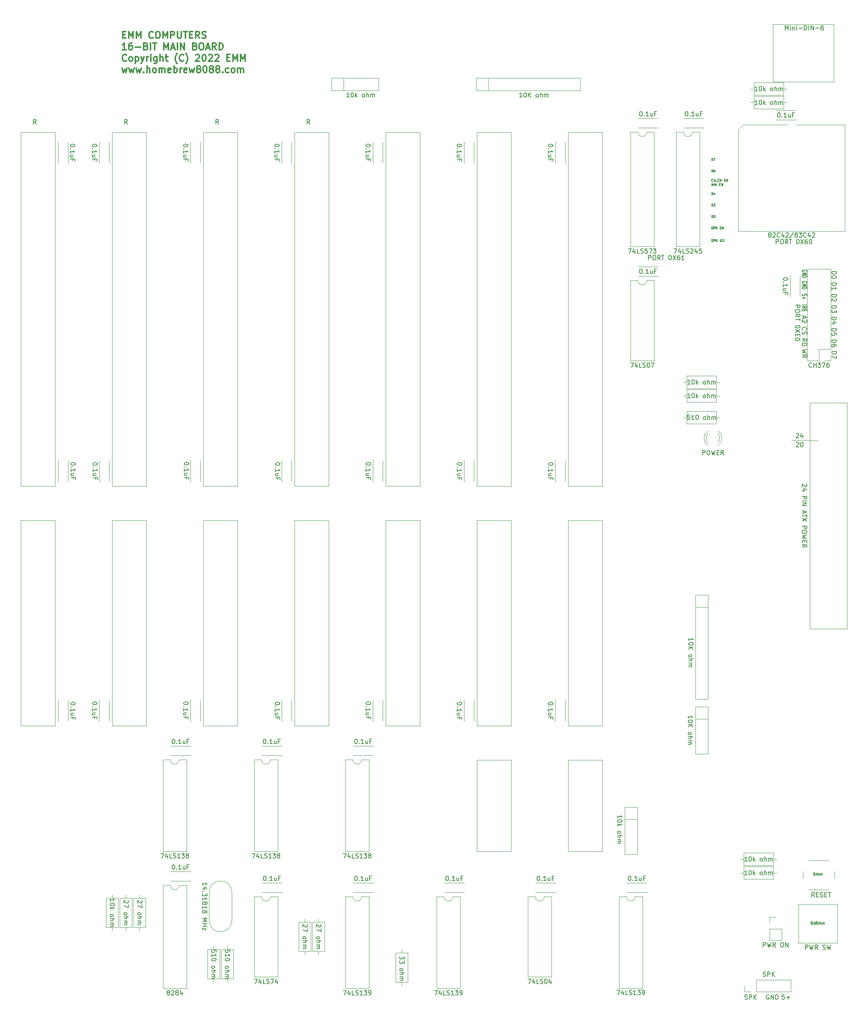
<source format=gbr>
G04 #@! TF.GenerationSoftware,KiCad,Pcbnew,(5.1.8)-1*
G04 #@! TF.CreationDate,2021-12-28T18:56:53-07:00*
G04 #@! TF.ProjectId,Multi,4d756c74-692e-46b6-9963-61645f706362,rev?*
G04 #@! TF.SameCoordinates,Original*
G04 #@! TF.FileFunction,Legend,Top*
G04 #@! TF.FilePolarity,Positive*
%FSLAX46Y46*%
G04 Gerber Fmt 4.6, Leading zero omitted, Abs format (unit mm)*
G04 Created by KiCad (PCBNEW (5.1.8)-1) date 2021-12-28 18:56:53*
%MOMM*%
%LPD*%
G01*
G04 APERTURE LIST*
%ADD10C,0.150000*%
%ADD11C,0.127000*%
%ADD12C,0.300000*%
%ADD13C,0.120000*%
G04 APERTURE END LIST*
D10*
X135266285Y-218622571D02*
X135209142Y-218594000D01*
X135180571Y-218565428D01*
X135152000Y-218508285D01*
X135152000Y-218479714D01*
X135180571Y-218422571D01*
X135209142Y-218394000D01*
X135266285Y-218365428D01*
X135380571Y-218365428D01*
X135437714Y-218394000D01*
X135466285Y-218422571D01*
X135494857Y-218479714D01*
X135494857Y-218508285D01*
X135466285Y-218565428D01*
X135437714Y-218594000D01*
X135380571Y-218622571D01*
X135266285Y-218622571D01*
X135209142Y-218651142D01*
X135180571Y-218679714D01*
X135152000Y-218736857D01*
X135152000Y-218851142D01*
X135180571Y-218908285D01*
X135209142Y-218936857D01*
X135266285Y-218965428D01*
X135380571Y-218965428D01*
X135437714Y-218936857D01*
X135466285Y-218908285D01*
X135494857Y-218851142D01*
X135494857Y-218736857D01*
X135466285Y-218679714D01*
X135437714Y-218651142D01*
X135380571Y-218622571D01*
X135694857Y-218965428D02*
X136009142Y-218565428D01*
X135694857Y-218565428D02*
X136009142Y-218965428D01*
X136323428Y-218622571D02*
X136266285Y-218594000D01*
X136237714Y-218565428D01*
X136209142Y-218508285D01*
X136209142Y-218479714D01*
X136237714Y-218422571D01*
X136266285Y-218394000D01*
X136323428Y-218365428D01*
X136437714Y-218365428D01*
X136494857Y-218394000D01*
X136523428Y-218422571D01*
X136552000Y-218479714D01*
X136552000Y-218508285D01*
X136523428Y-218565428D01*
X136494857Y-218594000D01*
X136437714Y-218622571D01*
X136323428Y-218622571D01*
X136266285Y-218651142D01*
X136237714Y-218679714D01*
X136209142Y-218736857D01*
X136209142Y-218851142D01*
X136237714Y-218908285D01*
X136266285Y-218936857D01*
X136323428Y-218965428D01*
X136437714Y-218965428D01*
X136494857Y-218936857D01*
X136523428Y-218908285D01*
X136552000Y-218851142D01*
X136552000Y-218736857D01*
X136523428Y-218679714D01*
X136494857Y-218651142D01*
X136437714Y-218622571D01*
X136809142Y-218965428D02*
X136809142Y-218565428D01*
X136809142Y-218622571D02*
X136837714Y-218594000D01*
X136894857Y-218565428D01*
X136980571Y-218565428D01*
X137037714Y-218594000D01*
X137066285Y-218651142D01*
X137066285Y-218965428D01*
X137066285Y-218651142D02*
X137094857Y-218594000D01*
X137152000Y-218565428D01*
X137237714Y-218565428D01*
X137294857Y-218594000D01*
X137323428Y-218651142D01*
X137323428Y-218965428D01*
X137609142Y-218965428D02*
X137609142Y-218565428D01*
X137609142Y-218622571D02*
X137637714Y-218594000D01*
X137694857Y-218565428D01*
X137780571Y-218565428D01*
X137837714Y-218594000D01*
X137866285Y-218651142D01*
X137866285Y-218965428D01*
X137866285Y-218651142D02*
X137894857Y-218594000D01*
X137952000Y-218565428D01*
X138037714Y-218565428D01*
X138094857Y-218594000D01*
X138123428Y-218651142D01*
X138123428Y-218965428D01*
X135966285Y-207443428D02*
X135852000Y-207443428D01*
X135794857Y-207472000D01*
X135766285Y-207500571D01*
X135709142Y-207586285D01*
X135680571Y-207700571D01*
X135680571Y-207929142D01*
X135709142Y-207986285D01*
X135737714Y-208014857D01*
X135794857Y-208043428D01*
X135909142Y-208043428D01*
X135966285Y-208014857D01*
X135994857Y-207986285D01*
X136023428Y-207929142D01*
X136023428Y-207786285D01*
X135994857Y-207729142D01*
X135966285Y-207700571D01*
X135909142Y-207672000D01*
X135794857Y-207672000D01*
X135737714Y-207700571D01*
X135709142Y-207729142D01*
X135680571Y-207786285D01*
X136280571Y-208043428D02*
X136280571Y-207643428D01*
X136280571Y-207700571D02*
X136309142Y-207672000D01*
X136366285Y-207643428D01*
X136452000Y-207643428D01*
X136509142Y-207672000D01*
X136537714Y-207729142D01*
X136537714Y-208043428D01*
X136537714Y-207729142D02*
X136566285Y-207672000D01*
X136623428Y-207643428D01*
X136709142Y-207643428D01*
X136766285Y-207672000D01*
X136794857Y-207729142D01*
X136794857Y-208043428D01*
X137080571Y-208043428D02*
X137080571Y-207643428D01*
X137080571Y-207700571D02*
X137109142Y-207672000D01*
X137166285Y-207643428D01*
X137252000Y-207643428D01*
X137309142Y-207672000D01*
X137337714Y-207729142D01*
X137337714Y-208043428D01*
X137337714Y-207729142D02*
X137366285Y-207672000D01*
X137423428Y-207643428D01*
X137509142Y-207643428D01*
X137566285Y-207672000D01*
X137594857Y-207729142D01*
X137594857Y-208043428D01*
D11*
X112979502Y-48997809D02*
X112979502Y-48489809D01*
X113100454Y-48489809D01*
X113173026Y-48514000D01*
X113221407Y-48562380D01*
X113245597Y-48610761D01*
X113269788Y-48707523D01*
X113269788Y-48780095D01*
X113245597Y-48876857D01*
X113221407Y-48925238D01*
X113173026Y-48973619D01*
X113100454Y-48997809D01*
X112979502Y-48997809D01*
X113439121Y-48489809D02*
X113777788Y-48489809D01*
X113560073Y-48997809D01*
X112979502Y-51537809D02*
X112979502Y-51029809D01*
X113100454Y-51029809D01*
X113173026Y-51054000D01*
X113221407Y-51102380D01*
X113245597Y-51150761D01*
X113269788Y-51247523D01*
X113269788Y-51320095D01*
X113245597Y-51416857D01*
X113221407Y-51465238D01*
X113173026Y-51513619D01*
X113100454Y-51537809D01*
X112979502Y-51537809D01*
X113705216Y-51029809D02*
X113608454Y-51029809D01*
X113560073Y-51054000D01*
X113535883Y-51078190D01*
X113487502Y-51150761D01*
X113463311Y-51247523D01*
X113463311Y-51441047D01*
X113487502Y-51489428D01*
X113511692Y-51513619D01*
X113560073Y-51537809D01*
X113656835Y-51537809D01*
X113705216Y-51513619D01*
X113729407Y-51489428D01*
X113753597Y-51441047D01*
X113753597Y-51320095D01*
X113729407Y-51271714D01*
X113705216Y-51247523D01*
X113656835Y-51223333D01*
X113560073Y-51223333D01*
X113511692Y-51247523D01*
X113487502Y-51271714D01*
X113463311Y-51320095D01*
X112979502Y-56617809D02*
X112979502Y-56109809D01*
X113100454Y-56109809D01*
X113173026Y-56134000D01*
X113221407Y-56182380D01*
X113245597Y-56230761D01*
X113269788Y-56327523D01*
X113269788Y-56400095D01*
X113245597Y-56496857D01*
X113221407Y-56545238D01*
X113173026Y-56593619D01*
X113100454Y-56617809D01*
X112979502Y-56617809D01*
X113705216Y-56279142D02*
X113705216Y-56617809D01*
X113584264Y-56085619D02*
X113463311Y-56448476D01*
X113777788Y-56448476D01*
X112979502Y-59157809D02*
X112979502Y-58649809D01*
X113100454Y-58649809D01*
X113173026Y-58674000D01*
X113221407Y-58722380D01*
X113245597Y-58770761D01*
X113269788Y-58867523D01*
X113269788Y-58940095D01*
X113245597Y-59036857D01*
X113221407Y-59085238D01*
X113173026Y-59133619D01*
X113100454Y-59157809D01*
X112979502Y-59157809D01*
X113439121Y-58649809D02*
X113753597Y-58649809D01*
X113584264Y-58843333D01*
X113656835Y-58843333D01*
X113705216Y-58867523D01*
X113729407Y-58891714D01*
X113753597Y-58940095D01*
X113753597Y-59061047D01*
X113729407Y-59109428D01*
X113705216Y-59133619D01*
X113656835Y-59157809D01*
X113511692Y-59157809D01*
X113463311Y-59133619D01*
X113439121Y-59109428D01*
X112979502Y-61697809D02*
X112979502Y-61189809D01*
X113100454Y-61189809D01*
X113173026Y-61214000D01*
X113221407Y-61262380D01*
X113245597Y-61310761D01*
X113269788Y-61407523D01*
X113269788Y-61480095D01*
X113245597Y-61576857D01*
X113221407Y-61625238D01*
X113173026Y-61673619D01*
X113100454Y-61697809D01*
X112979502Y-61697809D01*
X113463311Y-61238190D02*
X113487502Y-61214000D01*
X113535883Y-61189809D01*
X113656835Y-61189809D01*
X113705216Y-61214000D01*
X113729407Y-61238190D01*
X113753597Y-61286571D01*
X113753597Y-61334952D01*
X113729407Y-61407523D01*
X113439121Y-61697809D01*
X113753597Y-61697809D01*
X112955311Y-64213619D02*
X113027883Y-64237809D01*
X113148835Y-64237809D01*
X113197216Y-64213619D01*
X113221407Y-64189428D01*
X113245597Y-64141047D01*
X113245597Y-64092666D01*
X113221407Y-64044285D01*
X113197216Y-64020095D01*
X113148835Y-63995904D01*
X113052073Y-63971714D01*
X113003692Y-63947523D01*
X112979502Y-63923333D01*
X112955311Y-63874952D01*
X112955311Y-63826571D01*
X112979502Y-63778190D01*
X113003692Y-63754000D01*
X113052073Y-63729809D01*
X113173026Y-63729809D01*
X113245597Y-63754000D01*
X113463311Y-64237809D02*
X113463311Y-63729809D01*
X113656835Y-63729809D01*
X113705216Y-63754000D01*
X113729407Y-63778190D01*
X113753597Y-63826571D01*
X113753597Y-63899142D01*
X113729407Y-63947523D01*
X113705216Y-63971714D01*
X113656835Y-63995904D01*
X113463311Y-63995904D01*
X113971311Y-64237809D02*
X113971311Y-63729809D01*
X114261597Y-64237809D02*
X114043883Y-63947523D01*
X114261597Y-63729809D02*
X113971311Y-64020095D01*
X114866359Y-63971714D02*
X115035692Y-63971714D01*
X115108264Y-64237809D02*
X114866359Y-64237809D01*
X114866359Y-63729809D01*
X115108264Y-63729809D01*
X115325978Y-64237809D02*
X115325978Y-63729809D01*
X115616264Y-64237809D01*
X115616264Y-63729809D01*
X112955311Y-67007619D02*
X113027883Y-67031809D01*
X113148835Y-67031809D01*
X113197216Y-67007619D01*
X113221407Y-66983428D01*
X113245597Y-66935047D01*
X113245597Y-66886666D01*
X113221407Y-66838285D01*
X113197216Y-66814095D01*
X113148835Y-66789904D01*
X113052073Y-66765714D01*
X113003692Y-66741523D01*
X112979502Y-66717333D01*
X112955311Y-66668952D01*
X112955311Y-66620571D01*
X112979502Y-66572190D01*
X113003692Y-66548000D01*
X113052073Y-66523809D01*
X113173026Y-66523809D01*
X113245597Y-66548000D01*
X113463311Y-67031809D02*
X113463311Y-66523809D01*
X113656835Y-66523809D01*
X113705216Y-66548000D01*
X113729407Y-66572190D01*
X113753597Y-66620571D01*
X113753597Y-66693142D01*
X113729407Y-66741523D01*
X113705216Y-66765714D01*
X113656835Y-66789904D01*
X113463311Y-66789904D01*
X113971311Y-67031809D02*
X113971311Y-66523809D01*
X114261597Y-67031809D02*
X114043883Y-66741523D01*
X114261597Y-66523809D02*
X113971311Y-66814095D01*
X115132454Y-66548000D02*
X115084073Y-66523809D01*
X115011502Y-66523809D01*
X114938930Y-66548000D01*
X114890550Y-66596380D01*
X114866359Y-66644761D01*
X114842169Y-66741523D01*
X114842169Y-66814095D01*
X114866359Y-66910857D01*
X114890550Y-66959238D01*
X114938930Y-67007619D01*
X115011502Y-67031809D01*
X115059883Y-67031809D01*
X115132454Y-67007619D01*
X115156645Y-66983428D01*
X115156645Y-66814095D01*
X115059883Y-66814095D01*
X115471121Y-66523809D02*
X115567883Y-66523809D01*
X115616264Y-66548000D01*
X115664645Y-66596380D01*
X115688835Y-66693142D01*
X115688835Y-66862476D01*
X115664645Y-66959238D01*
X115616264Y-67007619D01*
X115567883Y-67031809D01*
X115471121Y-67031809D01*
X115422740Y-67007619D01*
X115374359Y-66959238D01*
X115350169Y-66862476D01*
X115350169Y-66693142D01*
X115374359Y-66596380D01*
X115422740Y-66548000D01*
X115471121Y-66523809D01*
X113269788Y-53584928D02*
X113245597Y-53609119D01*
X113173026Y-53633309D01*
X113124645Y-53633309D01*
X113052073Y-53609119D01*
X113003692Y-53560738D01*
X112979502Y-53512357D01*
X112955311Y-53415595D01*
X112955311Y-53343023D01*
X112979502Y-53246261D01*
X113003692Y-53197880D01*
X113052073Y-53149500D01*
X113124645Y-53125309D01*
X113173026Y-53125309D01*
X113245597Y-53149500D01*
X113269788Y-53173690D01*
X113487502Y-53633309D02*
X113487502Y-53125309D01*
X113487502Y-53367214D02*
X113777788Y-53367214D01*
X113777788Y-53633309D02*
X113777788Y-53125309D01*
X113898740Y-53681690D02*
X114285788Y-53681690D01*
X114697026Y-53584928D02*
X114672835Y-53609119D01*
X114600264Y-53633309D01*
X114551883Y-53633309D01*
X114479311Y-53609119D01*
X114430930Y-53560738D01*
X114406740Y-53512357D01*
X114382550Y-53415595D01*
X114382550Y-53343023D01*
X114406740Y-53246261D01*
X114430930Y-53197880D01*
X114479311Y-53149500D01*
X114551883Y-53125309D01*
X114600264Y-53125309D01*
X114672835Y-53149500D01*
X114697026Y-53173690D01*
X114914740Y-53633309D02*
X114914740Y-53125309D01*
X115205026Y-53633309D02*
X114987311Y-53343023D01*
X115205026Y-53125309D02*
X114914740Y-53415595D01*
X115809788Y-53367214D02*
X115979121Y-53367214D01*
X116051692Y-53633309D02*
X115809788Y-53633309D01*
X115809788Y-53125309D01*
X116051692Y-53125309D01*
X116269407Y-53633309D02*
X116269407Y-53125309D01*
X116559692Y-53633309D01*
X116559692Y-53125309D01*
X112979502Y-54522309D02*
X112979502Y-54014309D01*
X113269788Y-54522309D01*
X113269788Y-54014309D01*
X113511692Y-54522309D02*
X113511692Y-54014309D01*
X113681026Y-54377166D01*
X113850359Y-54014309D01*
X113850359Y-54522309D01*
X114092264Y-54522309D02*
X114092264Y-54014309D01*
X114721216Y-54256214D02*
X114890550Y-54256214D01*
X114963121Y-54522309D02*
X114721216Y-54522309D01*
X114721216Y-54014309D01*
X114963121Y-54014309D01*
X115180835Y-54522309D02*
X115180835Y-54014309D01*
X115471121Y-54522309D01*
X115471121Y-54014309D01*
D10*
X129159047Y-234656380D02*
X128682857Y-234656380D01*
X128635238Y-235132571D01*
X128682857Y-235084952D01*
X128778095Y-235037333D01*
X129016190Y-235037333D01*
X129111428Y-235084952D01*
X129159047Y-235132571D01*
X129206666Y-235227809D01*
X129206666Y-235465904D01*
X129159047Y-235561142D01*
X129111428Y-235608761D01*
X129016190Y-235656380D01*
X128778095Y-235656380D01*
X128682857Y-235608761D01*
X128635238Y-235561142D01*
X129635238Y-235275428D02*
X130397142Y-235275428D01*
X130016190Y-235656380D02*
X130016190Y-234894476D01*
X125730095Y-234704000D02*
X125634857Y-234656380D01*
X125492000Y-234656380D01*
X125349142Y-234704000D01*
X125253904Y-234799238D01*
X125206285Y-234894476D01*
X125158666Y-235084952D01*
X125158666Y-235227809D01*
X125206285Y-235418285D01*
X125253904Y-235513523D01*
X125349142Y-235608761D01*
X125492000Y-235656380D01*
X125587238Y-235656380D01*
X125730095Y-235608761D01*
X125777714Y-235561142D01*
X125777714Y-235227809D01*
X125587238Y-235227809D01*
X126206285Y-235656380D02*
X126206285Y-234656380D01*
X126777714Y-235656380D01*
X126777714Y-234656380D01*
X127253904Y-235656380D02*
X127253904Y-234656380D01*
X127492000Y-234656380D01*
X127634857Y-234704000D01*
X127730095Y-234799238D01*
X127777714Y-234894476D01*
X127825333Y-235084952D01*
X127825333Y-235227809D01*
X127777714Y-235418285D01*
X127730095Y-235513523D01*
X127634857Y-235608761D01*
X127492000Y-235656380D01*
X127253904Y-235656380D01*
X120380285Y-235608761D02*
X120523142Y-235656380D01*
X120761238Y-235656380D01*
X120856476Y-235608761D01*
X120904095Y-235561142D01*
X120951714Y-235465904D01*
X120951714Y-235370666D01*
X120904095Y-235275428D01*
X120856476Y-235227809D01*
X120761238Y-235180190D01*
X120570761Y-235132571D01*
X120475523Y-235084952D01*
X120427904Y-235037333D01*
X120380285Y-234942095D01*
X120380285Y-234846857D01*
X120427904Y-234751619D01*
X120475523Y-234704000D01*
X120570761Y-234656380D01*
X120808857Y-234656380D01*
X120951714Y-234704000D01*
X121380285Y-235656380D02*
X121380285Y-234656380D01*
X121761238Y-234656380D01*
X121856476Y-234704000D01*
X121904095Y-234751619D01*
X121951714Y-234846857D01*
X121951714Y-234989714D01*
X121904095Y-235084952D01*
X121856476Y-235132571D01*
X121761238Y-235180190D01*
X121380285Y-235180190D01*
X122380285Y-235656380D02*
X122380285Y-234656380D01*
X122951714Y-235656380D02*
X122523142Y-235084952D01*
X122951714Y-234656380D02*
X122380285Y-235227809D01*
X134056380Y-121016000D02*
X134104000Y-121063619D01*
X134151619Y-121158857D01*
X134151619Y-121396952D01*
X134104000Y-121492190D01*
X134056380Y-121539809D01*
X133961142Y-121587428D01*
X133865904Y-121587428D01*
X133723047Y-121539809D01*
X133151619Y-120968380D01*
X133151619Y-121587428D01*
X133818285Y-122444571D02*
X133151619Y-122444571D01*
X134199238Y-122206476D02*
X133484952Y-121968380D01*
X133484952Y-122587428D01*
X133151619Y-123730285D02*
X134151619Y-123730285D01*
X134151619Y-124111238D01*
X134104000Y-124206476D01*
X134056380Y-124254095D01*
X133961142Y-124301714D01*
X133818285Y-124301714D01*
X133723047Y-124254095D01*
X133675428Y-124206476D01*
X133627809Y-124111238D01*
X133627809Y-123730285D01*
X133151619Y-124730285D02*
X134151619Y-124730285D01*
X133151619Y-125206476D02*
X134151619Y-125206476D01*
X133151619Y-125777904D01*
X134151619Y-125777904D01*
X133437333Y-126968380D02*
X133437333Y-127444571D01*
X133151619Y-126873142D02*
X134151619Y-127206476D01*
X133151619Y-127539809D01*
X134151619Y-127730285D02*
X134151619Y-128301714D01*
X133151619Y-128016000D02*
X134151619Y-128016000D01*
X134151619Y-128539809D02*
X133151619Y-129206476D01*
X134151619Y-129206476D02*
X133151619Y-128539809D01*
X133151619Y-130349333D02*
X134151619Y-130349333D01*
X134151619Y-130730285D01*
X134104000Y-130825523D01*
X134056380Y-130873142D01*
X133961142Y-130920761D01*
X133818285Y-130920761D01*
X133723047Y-130873142D01*
X133675428Y-130825523D01*
X133627809Y-130730285D01*
X133627809Y-130349333D01*
X134151619Y-131539809D02*
X134151619Y-131730285D01*
X134104000Y-131825523D01*
X134008761Y-131920761D01*
X133818285Y-131968380D01*
X133484952Y-131968380D01*
X133294476Y-131920761D01*
X133199238Y-131825523D01*
X133151619Y-131730285D01*
X133151619Y-131539809D01*
X133199238Y-131444571D01*
X133294476Y-131349333D01*
X133484952Y-131301714D01*
X133818285Y-131301714D01*
X134008761Y-131349333D01*
X134104000Y-131444571D01*
X134151619Y-131539809D01*
X134151619Y-132301714D02*
X133151619Y-132539809D01*
X133865904Y-132730285D01*
X133151619Y-132920761D01*
X134151619Y-133158857D01*
X133675428Y-133539809D02*
X133675428Y-133873142D01*
X133151619Y-134016000D02*
X133151619Y-133539809D01*
X134151619Y-133539809D01*
X134151619Y-134016000D01*
X133151619Y-135016000D02*
X133627809Y-134682666D01*
X133151619Y-134444571D02*
X134151619Y-134444571D01*
X134151619Y-134825523D01*
X134104000Y-134920761D01*
X134056380Y-134968380D01*
X133961142Y-135016000D01*
X133818285Y-135016000D01*
X133723047Y-134968380D01*
X133675428Y-134920761D01*
X133627809Y-134825523D01*
X133627809Y-134444571D01*
X134104000Y-73684190D02*
X134151619Y-73623714D01*
X134151619Y-73533000D01*
X134104000Y-73442285D01*
X134008761Y-73381809D01*
X133913523Y-73351571D01*
X133723047Y-73321333D01*
X133580190Y-73321333D01*
X133389714Y-73351571D01*
X133294476Y-73381809D01*
X133199238Y-73442285D01*
X133151619Y-73533000D01*
X133151619Y-73593476D01*
X133199238Y-73684190D01*
X133246857Y-73714428D01*
X133580190Y-73714428D01*
X133580190Y-73593476D01*
X133151619Y-73986571D02*
X134151619Y-73986571D01*
X133151619Y-74349428D01*
X134151619Y-74349428D01*
X133151619Y-74651809D02*
X134151619Y-74651809D01*
X134151619Y-74803000D01*
X134104000Y-74893714D01*
X134008761Y-74954190D01*
X133913523Y-74984428D01*
X133723047Y-75014666D01*
X133580190Y-75014666D01*
X133389714Y-74984428D01*
X133294476Y-74954190D01*
X133199238Y-74893714D01*
X133151619Y-74803000D01*
X133151619Y-74651809D01*
X134104000Y-76224190D02*
X134151619Y-76163714D01*
X134151619Y-76073000D01*
X134104000Y-75982285D01*
X134008761Y-75921809D01*
X133913523Y-75891571D01*
X133723047Y-75861333D01*
X133580190Y-75861333D01*
X133389714Y-75891571D01*
X133294476Y-75921809D01*
X133199238Y-75982285D01*
X133151619Y-76073000D01*
X133151619Y-76133476D01*
X133199238Y-76224190D01*
X133246857Y-76254428D01*
X133580190Y-76254428D01*
X133580190Y-76133476D01*
X133151619Y-76526571D02*
X134151619Y-76526571D01*
X133151619Y-76889428D01*
X134151619Y-76889428D01*
X133151619Y-77191809D02*
X134151619Y-77191809D01*
X134151619Y-77343000D01*
X134104000Y-77433714D01*
X134008761Y-77494190D01*
X133913523Y-77524428D01*
X133723047Y-77554666D01*
X133580190Y-77554666D01*
X133389714Y-77524428D01*
X133294476Y-77494190D01*
X133199238Y-77433714D01*
X133151619Y-77343000D01*
X133151619Y-77191809D01*
X133151619Y-81168119D02*
X134151619Y-81168119D01*
X133151619Y-81833357D02*
X133627809Y-81621690D01*
X133151619Y-81470500D02*
X134151619Y-81470500D01*
X134151619Y-81712404D01*
X134104000Y-81772880D01*
X134056380Y-81803119D01*
X133961142Y-81833357D01*
X133818285Y-81833357D01*
X133723047Y-81803119D01*
X133675428Y-81772880D01*
X133627809Y-81712404D01*
X133627809Y-81470500D01*
X134151619Y-82377642D02*
X134151619Y-82256690D01*
X134104000Y-82196214D01*
X134056380Y-82165976D01*
X133913523Y-82105500D01*
X133723047Y-82075261D01*
X133342095Y-82075261D01*
X133246857Y-82105500D01*
X133199238Y-82135738D01*
X133151619Y-82196214D01*
X133151619Y-82317166D01*
X133199238Y-82377642D01*
X133246857Y-82407880D01*
X133342095Y-82438119D01*
X133580190Y-82438119D01*
X133675428Y-82407880D01*
X133723047Y-82377642D01*
X133770666Y-82317166D01*
X133770666Y-82196214D01*
X133723047Y-82135738D01*
X133675428Y-82105500D01*
X133580190Y-82075261D01*
X139755619Y-83843904D02*
X140755619Y-83843904D01*
X140755619Y-84082000D01*
X140708000Y-84224857D01*
X140612761Y-84320095D01*
X140517523Y-84367714D01*
X140327047Y-84415333D01*
X140184190Y-84415333D01*
X139993714Y-84367714D01*
X139898476Y-84320095D01*
X139803238Y-84224857D01*
X139755619Y-84082000D01*
X139755619Y-83843904D01*
X140422285Y-85272476D02*
X139755619Y-85272476D01*
X140803238Y-85034380D02*
X140088952Y-84796285D01*
X140088952Y-85415333D01*
X139755619Y-81303904D02*
X140755619Y-81303904D01*
X140755619Y-81542000D01*
X140708000Y-81684857D01*
X140612761Y-81780095D01*
X140517523Y-81827714D01*
X140327047Y-81875333D01*
X140184190Y-81875333D01*
X139993714Y-81827714D01*
X139898476Y-81780095D01*
X139803238Y-81684857D01*
X139755619Y-81542000D01*
X139755619Y-81303904D01*
X140755619Y-82208666D02*
X140755619Y-82827714D01*
X140374666Y-82494380D01*
X140374666Y-82637238D01*
X140327047Y-82732476D01*
X140279428Y-82780095D01*
X140184190Y-82827714D01*
X139946095Y-82827714D01*
X139850857Y-82780095D01*
X139803238Y-82732476D01*
X139755619Y-82637238D01*
X139755619Y-82351523D01*
X139803238Y-82256285D01*
X139850857Y-82208666D01*
X134151619Y-91019428D02*
X133151619Y-91257523D01*
X133865904Y-91448000D01*
X133151619Y-91638476D01*
X134151619Y-91876571D01*
X133151619Y-92828952D02*
X133627809Y-92495619D01*
X133151619Y-92257523D02*
X134151619Y-92257523D01*
X134151619Y-92638476D01*
X134104000Y-92733714D01*
X134056380Y-92781333D01*
X133961142Y-92828952D01*
X133818285Y-92828952D01*
X133723047Y-92781333D01*
X133675428Y-92733714D01*
X133627809Y-92638476D01*
X133627809Y-92257523D01*
X139755619Y-88923904D02*
X140755619Y-88923904D01*
X140755619Y-89162000D01*
X140708000Y-89304857D01*
X140612761Y-89400095D01*
X140517523Y-89447714D01*
X140327047Y-89495333D01*
X140184190Y-89495333D01*
X139993714Y-89447714D01*
X139898476Y-89400095D01*
X139803238Y-89304857D01*
X139755619Y-89162000D01*
X139755619Y-88923904D01*
X140755619Y-90352476D02*
X140755619Y-90162000D01*
X140708000Y-90066761D01*
X140660380Y-90019142D01*
X140517523Y-89923904D01*
X140327047Y-89876285D01*
X139946095Y-89876285D01*
X139850857Y-89923904D01*
X139803238Y-89971523D01*
X139755619Y-90066761D01*
X139755619Y-90257238D01*
X139803238Y-90352476D01*
X139850857Y-90400095D01*
X139946095Y-90447714D01*
X140184190Y-90447714D01*
X140279428Y-90400095D01*
X140327047Y-90352476D01*
X140374666Y-90257238D01*
X140374666Y-90066761D01*
X140327047Y-89971523D01*
X140279428Y-89923904D01*
X140184190Y-89876285D01*
X139755619Y-76223904D02*
X140755619Y-76223904D01*
X140755619Y-76462000D01*
X140708000Y-76604857D01*
X140612761Y-76700095D01*
X140517523Y-76747714D01*
X140327047Y-76795333D01*
X140184190Y-76795333D01*
X139993714Y-76747714D01*
X139898476Y-76700095D01*
X139803238Y-76604857D01*
X139755619Y-76462000D01*
X139755619Y-76223904D01*
X139755619Y-77747714D02*
X139755619Y-77176285D01*
X139755619Y-77462000D02*
X140755619Y-77462000D01*
X140612761Y-77366761D01*
X140517523Y-77271523D01*
X140469904Y-77176285D01*
X139755619Y-86383904D02*
X140755619Y-86383904D01*
X140755619Y-86622000D01*
X140708000Y-86764857D01*
X140612761Y-86860095D01*
X140517523Y-86907714D01*
X140327047Y-86955333D01*
X140184190Y-86955333D01*
X139993714Y-86907714D01*
X139898476Y-86860095D01*
X139803238Y-86764857D01*
X139755619Y-86622000D01*
X139755619Y-86383904D01*
X140755619Y-87860095D02*
X140755619Y-87383904D01*
X140279428Y-87336285D01*
X140327047Y-87383904D01*
X140374666Y-87479142D01*
X140374666Y-87717238D01*
X140327047Y-87812476D01*
X140279428Y-87860095D01*
X140184190Y-87907714D01*
X139946095Y-87907714D01*
X139850857Y-87860095D01*
X139803238Y-87812476D01*
X139755619Y-87717238D01*
X139755619Y-87479142D01*
X139803238Y-87383904D01*
X139850857Y-87336285D01*
X139755619Y-78763904D02*
X140755619Y-78763904D01*
X140755619Y-79002000D01*
X140708000Y-79144857D01*
X140612761Y-79240095D01*
X140517523Y-79287714D01*
X140327047Y-79335333D01*
X140184190Y-79335333D01*
X139993714Y-79287714D01*
X139898476Y-79240095D01*
X139803238Y-79144857D01*
X139755619Y-79002000D01*
X139755619Y-78763904D01*
X140660380Y-79716285D02*
X140708000Y-79763904D01*
X140755619Y-79859142D01*
X140755619Y-80097238D01*
X140708000Y-80192476D01*
X140660380Y-80240095D01*
X140565142Y-80287714D01*
X140469904Y-80287714D01*
X140327047Y-80240095D01*
X139755619Y-79668666D01*
X139755619Y-80287714D01*
X139755619Y-91463904D02*
X140755619Y-91463904D01*
X140755619Y-91702000D01*
X140708000Y-91844857D01*
X140612761Y-91940095D01*
X140517523Y-91987714D01*
X140327047Y-92035333D01*
X140184190Y-92035333D01*
X139993714Y-91987714D01*
X139898476Y-91940095D01*
X139803238Y-91844857D01*
X139755619Y-91702000D01*
X139755619Y-91463904D01*
X140755619Y-92368666D02*
X140755619Y-93035333D01*
X139755619Y-92606761D01*
X133151619Y-89217523D02*
X133627809Y-88884190D01*
X133151619Y-88646095D02*
X134151619Y-88646095D01*
X134151619Y-89027047D01*
X134104000Y-89122285D01*
X134056380Y-89169904D01*
X133961142Y-89217523D01*
X133818285Y-89217523D01*
X133723047Y-89169904D01*
X133675428Y-89122285D01*
X133627809Y-89027047D01*
X133627809Y-88646095D01*
X133151619Y-89646095D02*
X134151619Y-89646095D01*
X134151619Y-89884190D01*
X134104000Y-90027047D01*
X134008761Y-90122285D01*
X133913523Y-90169904D01*
X133723047Y-90217523D01*
X133580190Y-90217523D01*
X133389714Y-90169904D01*
X133294476Y-90122285D01*
X133199238Y-90027047D01*
X133151619Y-89884190D01*
X133151619Y-89646095D01*
X134151619Y-79006095D02*
X134151619Y-78703714D01*
X133675428Y-78673476D01*
X133723047Y-78703714D01*
X133770666Y-78764190D01*
X133770666Y-78915380D01*
X133723047Y-78975857D01*
X133675428Y-79006095D01*
X133580190Y-79036333D01*
X133342095Y-79036333D01*
X133246857Y-79006095D01*
X133199238Y-78975857D01*
X133151619Y-78915380D01*
X133151619Y-78764190D01*
X133199238Y-78703714D01*
X133246857Y-78673476D01*
X133532571Y-79308476D02*
X133532571Y-79792285D01*
X133151619Y-79550380D02*
X133913523Y-79550380D01*
X139755619Y-73683904D02*
X140755619Y-73683904D01*
X140755619Y-73922000D01*
X140708000Y-74064857D01*
X140612761Y-74160095D01*
X140517523Y-74207714D01*
X140327047Y-74255333D01*
X140184190Y-74255333D01*
X139993714Y-74207714D01*
X139898476Y-74160095D01*
X139803238Y-74064857D01*
X139755619Y-73922000D01*
X139755619Y-73683904D01*
X140755619Y-74874380D02*
X140755619Y-74969619D01*
X140708000Y-75064857D01*
X140660380Y-75112476D01*
X140565142Y-75160095D01*
X140374666Y-75207714D01*
X140136571Y-75207714D01*
X139946095Y-75160095D01*
X139850857Y-75112476D01*
X139803238Y-75064857D01*
X139755619Y-74969619D01*
X139755619Y-74874380D01*
X139803238Y-74779142D01*
X139850857Y-74731523D01*
X139946095Y-74683904D01*
X140136571Y-74636285D01*
X140374666Y-74636285D01*
X140565142Y-74683904D01*
X140660380Y-74731523D01*
X140708000Y-74779142D01*
X140755619Y-74874380D01*
X133437333Y-83613714D02*
X133437333Y-84089904D01*
X133151619Y-83518476D02*
X134151619Y-83851809D01*
X133151619Y-84185142D01*
X134056380Y-84470857D02*
X134104000Y-84518476D01*
X134151619Y-84613714D01*
X134151619Y-84851809D01*
X134104000Y-84947047D01*
X134056380Y-84994666D01*
X133961142Y-85042285D01*
X133865904Y-85042285D01*
X133723047Y-84994666D01*
X133151619Y-84423238D01*
X133151619Y-85042285D01*
X133246857Y-86701333D02*
X133199238Y-86653714D01*
X133151619Y-86510857D01*
X133151619Y-86415619D01*
X133199238Y-86272761D01*
X133294476Y-86177523D01*
X133389714Y-86129904D01*
X133580190Y-86082285D01*
X133723047Y-86082285D01*
X133913523Y-86129904D01*
X134008761Y-86177523D01*
X134104000Y-86272761D01*
X134151619Y-86415619D01*
X134151619Y-86510857D01*
X134104000Y-86653714D01*
X134056380Y-86701333D01*
X133199238Y-87082285D02*
X133151619Y-87225142D01*
X133151619Y-87463238D01*
X133199238Y-87558476D01*
X133246857Y-87606095D01*
X133342095Y-87653714D01*
X133437333Y-87653714D01*
X133532571Y-87606095D01*
X133580190Y-87558476D01*
X133627809Y-87463238D01*
X133675428Y-87272761D01*
X133723047Y-87177523D01*
X133770666Y-87129904D01*
X133865904Y-87082285D01*
X133961142Y-87082285D01*
X134056380Y-87129904D01*
X134104000Y-87177523D01*
X134151619Y-87272761D01*
X134151619Y-87510857D01*
X134104000Y-87653714D01*
D12*
X-18243857Y-20959857D02*
X-17743857Y-20959857D01*
X-17529571Y-21745571D02*
X-18243857Y-21745571D01*
X-18243857Y-20245571D01*
X-17529571Y-20245571D01*
X-16886714Y-21745571D02*
X-16886714Y-20245571D01*
X-16386714Y-21317000D01*
X-15886714Y-20245571D01*
X-15886714Y-21745571D01*
X-15172428Y-21745571D02*
X-15172428Y-20245571D01*
X-14672428Y-21317000D01*
X-14172428Y-20245571D01*
X-14172428Y-21745571D01*
X-11458142Y-21602714D02*
X-11529571Y-21674142D01*
X-11743857Y-21745571D01*
X-11886714Y-21745571D01*
X-12101000Y-21674142D01*
X-12243857Y-21531285D01*
X-12315285Y-21388428D01*
X-12386714Y-21102714D01*
X-12386714Y-20888428D01*
X-12315285Y-20602714D01*
X-12243857Y-20459857D01*
X-12101000Y-20317000D01*
X-11886714Y-20245571D01*
X-11743857Y-20245571D01*
X-11529571Y-20317000D01*
X-11458142Y-20388428D01*
X-10529571Y-20245571D02*
X-10243857Y-20245571D01*
X-10101000Y-20317000D01*
X-9958142Y-20459857D01*
X-9886714Y-20745571D01*
X-9886714Y-21245571D01*
X-9958142Y-21531285D01*
X-10101000Y-21674142D01*
X-10243857Y-21745571D01*
X-10529571Y-21745571D01*
X-10672428Y-21674142D01*
X-10815285Y-21531285D01*
X-10886714Y-21245571D01*
X-10886714Y-20745571D01*
X-10815285Y-20459857D01*
X-10672428Y-20317000D01*
X-10529571Y-20245571D01*
X-9243857Y-21745571D02*
X-9243857Y-20245571D01*
X-8743857Y-21317000D01*
X-8243857Y-20245571D01*
X-8243857Y-21745571D01*
X-7529571Y-21745571D02*
X-7529571Y-20245571D01*
X-6958142Y-20245571D01*
X-6815285Y-20317000D01*
X-6743857Y-20388428D01*
X-6672428Y-20531285D01*
X-6672428Y-20745571D01*
X-6743857Y-20888428D01*
X-6815285Y-20959857D01*
X-6958142Y-21031285D01*
X-7529571Y-21031285D01*
X-6029571Y-20245571D02*
X-6029571Y-21459857D01*
X-5958142Y-21602714D01*
X-5886714Y-21674142D01*
X-5743857Y-21745571D01*
X-5458142Y-21745571D01*
X-5315285Y-21674142D01*
X-5243857Y-21602714D01*
X-5172428Y-21459857D01*
X-5172428Y-20245571D01*
X-4672428Y-20245571D02*
X-3815285Y-20245571D01*
X-4243857Y-21745571D02*
X-4243857Y-20245571D01*
X-3315285Y-20959857D02*
X-2815285Y-20959857D01*
X-2601000Y-21745571D02*
X-3315285Y-21745571D01*
X-3315285Y-20245571D01*
X-2601000Y-20245571D01*
X-1101000Y-21745571D02*
X-1601000Y-21031285D01*
X-1958142Y-21745571D02*
X-1958142Y-20245571D01*
X-1386714Y-20245571D01*
X-1243857Y-20317000D01*
X-1172428Y-20388428D01*
X-1101000Y-20531285D01*
X-1101000Y-20745571D01*
X-1172428Y-20888428D01*
X-1243857Y-20959857D01*
X-1386714Y-21031285D01*
X-1958142Y-21031285D01*
X-529571Y-21674142D02*
X-315285Y-21745571D01*
X41857Y-21745571D01*
X184714Y-21674142D01*
X256142Y-21602714D01*
X327571Y-21459857D01*
X327571Y-21317000D01*
X256142Y-21174142D01*
X184714Y-21102714D01*
X41857Y-21031285D01*
X-243857Y-20959857D01*
X-386714Y-20888428D01*
X-458142Y-20817000D01*
X-529571Y-20674142D01*
X-529571Y-20531285D01*
X-458142Y-20388428D01*
X-386714Y-20317000D01*
X-243857Y-20245571D01*
X113285Y-20245571D01*
X327571Y-20317000D01*
X-17458142Y-24295571D02*
X-18315285Y-24295571D01*
X-17886714Y-24295571D02*
X-17886714Y-22795571D01*
X-18029571Y-23009857D01*
X-18172428Y-23152714D01*
X-18315285Y-23224142D01*
X-16172428Y-22795571D02*
X-16458142Y-22795571D01*
X-16601000Y-22867000D01*
X-16672428Y-22938428D01*
X-16815285Y-23152714D01*
X-16886714Y-23438428D01*
X-16886714Y-24009857D01*
X-16815285Y-24152714D01*
X-16743857Y-24224142D01*
X-16601000Y-24295571D01*
X-16315285Y-24295571D01*
X-16172428Y-24224142D01*
X-16101000Y-24152714D01*
X-16029571Y-24009857D01*
X-16029571Y-23652714D01*
X-16101000Y-23509857D01*
X-16172428Y-23438428D01*
X-16315285Y-23367000D01*
X-16601000Y-23367000D01*
X-16743857Y-23438428D01*
X-16815285Y-23509857D01*
X-16886714Y-23652714D01*
X-15386714Y-23724142D02*
X-14243857Y-23724142D01*
X-13029571Y-23509857D02*
X-12815285Y-23581285D01*
X-12743857Y-23652714D01*
X-12672428Y-23795571D01*
X-12672428Y-24009857D01*
X-12743857Y-24152714D01*
X-12815285Y-24224142D01*
X-12958142Y-24295571D01*
X-13529571Y-24295571D01*
X-13529571Y-22795571D01*
X-13029571Y-22795571D01*
X-12886714Y-22867000D01*
X-12815285Y-22938428D01*
X-12743857Y-23081285D01*
X-12743857Y-23224142D01*
X-12815285Y-23367000D01*
X-12886714Y-23438428D01*
X-13029571Y-23509857D01*
X-13529571Y-23509857D01*
X-12029571Y-24295571D02*
X-12029571Y-22795571D01*
X-11529571Y-22795571D02*
X-10672428Y-22795571D01*
X-11101000Y-24295571D02*
X-11101000Y-22795571D01*
X-9029571Y-24295571D02*
X-9029571Y-22795571D01*
X-8529571Y-23867000D01*
X-8029571Y-22795571D01*
X-8029571Y-24295571D01*
X-7386714Y-23867000D02*
X-6672428Y-23867000D01*
X-7529571Y-24295571D02*
X-7029571Y-22795571D01*
X-6529571Y-24295571D01*
X-6029571Y-24295571D02*
X-6029571Y-22795571D01*
X-5315285Y-24295571D02*
X-5315285Y-22795571D01*
X-4458142Y-24295571D01*
X-4458142Y-22795571D01*
X-2101000Y-23509857D02*
X-1886714Y-23581285D01*
X-1815285Y-23652714D01*
X-1743857Y-23795571D01*
X-1743857Y-24009857D01*
X-1815285Y-24152714D01*
X-1886714Y-24224142D01*
X-2029571Y-24295571D01*
X-2601000Y-24295571D01*
X-2601000Y-22795571D01*
X-2101000Y-22795571D01*
X-1958142Y-22867000D01*
X-1886714Y-22938428D01*
X-1815285Y-23081285D01*
X-1815285Y-23224142D01*
X-1886714Y-23367000D01*
X-1958142Y-23438428D01*
X-2101000Y-23509857D01*
X-2601000Y-23509857D01*
X-815285Y-22795571D02*
X-529571Y-22795571D01*
X-386714Y-22867000D01*
X-243857Y-23009857D01*
X-172428Y-23295571D01*
X-172428Y-23795571D01*
X-243857Y-24081285D01*
X-386714Y-24224142D01*
X-529571Y-24295571D01*
X-815285Y-24295571D01*
X-958142Y-24224142D01*
X-1101000Y-24081285D01*
X-1172428Y-23795571D01*
X-1172428Y-23295571D01*
X-1101000Y-23009857D01*
X-958142Y-22867000D01*
X-815285Y-22795571D01*
X399000Y-23867000D02*
X1113285Y-23867000D01*
X256142Y-24295571D02*
X756142Y-22795571D01*
X1256142Y-24295571D01*
X2613285Y-24295571D02*
X2113285Y-23581285D01*
X1756142Y-24295571D02*
X1756142Y-22795571D01*
X2327571Y-22795571D01*
X2470428Y-22867000D01*
X2541857Y-22938428D01*
X2613285Y-23081285D01*
X2613285Y-23295571D01*
X2541857Y-23438428D01*
X2470428Y-23509857D01*
X2327571Y-23581285D01*
X1756142Y-23581285D01*
X3256142Y-24295571D02*
X3256142Y-22795571D01*
X3613285Y-22795571D01*
X3827571Y-22867000D01*
X3970428Y-23009857D01*
X4041857Y-23152714D01*
X4113285Y-23438428D01*
X4113285Y-23652714D01*
X4041857Y-23938428D01*
X3970428Y-24081285D01*
X3827571Y-24224142D01*
X3613285Y-24295571D01*
X3256142Y-24295571D01*
X-17386714Y-26702714D02*
X-17458142Y-26774142D01*
X-17672428Y-26845571D01*
X-17815285Y-26845571D01*
X-18029571Y-26774142D01*
X-18172428Y-26631285D01*
X-18243857Y-26488428D01*
X-18315285Y-26202714D01*
X-18315285Y-25988428D01*
X-18243857Y-25702714D01*
X-18172428Y-25559857D01*
X-18029571Y-25417000D01*
X-17815285Y-25345571D01*
X-17672428Y-25345571D01*
X-17458142Y-25417000D01*
X-17386714Y-25488428D01*
X-16529571Y-26845571D02*
X-16672428Y-26774142D01*
X-16743857Y-26702714D01*
X-16815285Y-26559857D01*
X-16815285Y-26131285D01*
X-16743857Y-25988428D01*
X-16672428Y-25917000D01*
X-16529571Y-25845571D01*
X-16315285Y-25845571D01*
X-16172428Y-25917000D01*
X-16101000Y-25988428D01*
X-16029571Y-26131285D01*
X-16029571Y-26559857D01*
X-16101000Y-26702714D01*
X-16172428Y-26774142D01*
X-16315285Y-26845571D01*
X-16529571Y-26845571D01*
X-15386714Y-25845571D02*
X-15386714Y-27345571D01*
X-15386714Y-25917000D02*
X-15243857Y-25845571D01*
X-14958142Y-25845571D01*
X-14815285Y-25917000D01*
X-14743857Y-25988428D01*
X-14672428Y-26131285D01*
X-14672428Y-26559857D01*
X-14743857Y-26702714D01*
X-14815285Y-26774142D01*
X-14958142Y-26845571D01*
X-15243857Y-26845571D01*
X-15386714Y-26774142D01*
X-14172428Y-25845571D02*
X-13815285Y-26845571D01*
X-13458142Y-25845571D02*
X-13815285Y-26845571D01*
X-13958142Y-27202714D01*
X-14029571Y-27274142D01*
X-14172428Y-27345571D01*
X-12886714Y-26845571D02*
X-12886714Y-25845571D01*
X-12886714Y-26131285D02*
X-12815285Y-25988428D01*
X-12743857Y-25917000D01*
X-12601000Y-25845571D01*
X-12458142Y-25845571D01*
X-11958142Y-26845571D02*
X-11958142Y-25845571D01*
X-11958142Y-25345571D02*
X-12029571Y-25417000D01*
X-11958142Y-25488428D01*
X-11886714Y-25417000D01*
X-11958142Y-25345571D01*
X-11958142Y-25488428D01*
X-10601000Y-25845571D02*
X-10601000Y-27059857D01*
X-10672428Y-27202714D01*
X-10743857Y-27274142D01*
X-10886714Y-27345571D01*
X-11101000Y-27345571D01*
X-11243857Y-27274142D01*
X-10601000Y-26774142D02*
X-10743857Y-26845571D01*
X-11029571Y-26845571D01*
X-11172428Y-26774142D01*
X-11243857Y-26702714D01*
X-11315285Y-26559857D01*
X-11315285Y-26131285D01*
X-11243857Y-25988428D01*
X-11172428Y-25917000D01*
X-11029571Y-25845571D01*
X-10743857Y-25845571D01*
X-10601000Y-25917000D01*
X-9886714Y-26845571D02*
X-9886714Y-25345571D01*
X-9243857Y-26845571D02*
X-9243857Y-26059857D01*
X-9315285Y-25917000D01*
X-9458142Y-25845571D01*
X-9672428Y-25845571D01*
X-9815285Y-25917000D01*
X-9886714Y-25988428D01*
X-8743857Y-25845571D02*
X-8172428Y-25845571D01*
X-8529571Y-25345571D02*
X-8529571Y-26631285D01*
X-8458142Y-26774142D01*
X-8315285Y-26845571D01*
X-8172428Y-26845571D01*
X-6101000Y-27417000D02*
X-6172428Y-27345571D01*
X-6315285Y-27131285D01*
X-6386714Y-26988428D01*
X-6458142Y-26774142D01*
X-6529571Y-26417000D01*
X-6529571Y-26131285D01*
X-6458142Y-25774142D01*
X-6386714Y-25559857D01*
X-6315285Y-25417000D01*
X-6172428Y-25202714D01*
X-6101000Y-25131285D01*
X-4672428Y-26702714D02*
X-4743857Y-26774142D01*
X-4958142Y-26845571D01*
X-5101000Y-26845571D01*
X-5315285Y-26774142D01*
X-5458142Y-26631285D01*
X-5529571Y-26488428D01*
X-5601000Y-26202714D01*
X-5601000Y-25988428D01*
X-5529571Y-25702714D01*
X-5458142Y-25559857D01*
X-5315285Y-25417000D01*
X-5101000Y-25345571D01*
X-4958142Y-25345571D01*
X-4743857Y-25417000D01*
X-4672428Y-25488428D01*
X-4172428Y-27417000D02*
X-4101000Y-27345571D01*
X-3958142Y-27131285D01*
X-3886714Y-26988428D01*
X-3815285Y-26774142D01*
X-3743857Y-26417000D01*
X-3743857Y-26131285D01*
X-3815285Y-25774142D01*
X-3886714Y-25559857D01*
X-3958142Y-25417000D01*
X-4101000Y-25202714D01*
X-4172428Y-25131285D01*
X-1958142Y-25488428D02*
X-1886714Y-25417000D01*
X-1743857Y-25345571D01*
X-1386714Y-25345571D01*
X-1243857Y-25417000D01*
X-1172428Y-25488428D01*
X-1101000Y-25631285D01*
X-1101000Y-25774142D01*
X-1172428Y-25988428D01*
X-2029571Y-26845571D01*
X-1101000Y-26845571D01*
X-172428Y-25345571D02*
X-29571Y-25345571D01*
X113285Y-25417000D01*
X184714Y-25488428D01*
X256142Y-25631285D01*
X327571Y-25917000D01*
X327571Y-26274142D01*
X256142Y-26559857D01*
X184714Y-26702714D01*
X113285Y-26774142D01*
X-29571Y-26845571D01*
X-172428Y-26845571D01*
X-315285Y-26774142D01*
X-386714Y-26702714D01*
X-458142Y-26559857D01*
X-529571Y-26274142D01*
X-529571Y-25917000D01*
X-458142Y-25631285D01*
X-386714Y-25488428D01*
X-315285Y-25417000D01*
X-172428Y-25345571D01*
X899000Y-25488428D02*
X970428Y-25417000D01*
X1113285Y-25345571D01*
X1470428Y-25345571D01*
X1613285Y-25417000D01*
X1684714Y-25488428D01*
X1756142Y-25631285D01*
X1756142Y-25774142D01*
X1684714Y-25988428D01*
X827571Y-26845571D01*
X1756142Y-26845571D01*
X2327571Y-25488428D02*
X2399000Y-25417000D01*
X2541857Y-25345571D01*
X2899000Y-25345571D01*
X3041857Y-25417000D01*
X3113285Y-25488428D01*
X3184714Y-25631285D01*
X3184714Y-25774142D01*
X3113285Y-25988428D01*
X2256142Y-26845571D01*
X3184714Y-26845571D01*
X4970428Y-26059857D02*
X5470428Y-26059857D01*
X5684714Y-26845571D02*
X4970428Y-26845571D01*
X4970428Y-25345571D01*
X5684714Y-25345571D01*
X6327571Y-26845571D02*
X6327571Y-25345571D01*
X6827571Y-26417000D01*
X7327571Y-25345571D01*
X7327571Y-26845571D01*
X8041857Y-26845571D02*
X8041857Y-25345571D01*
X8541857Y-26417000D01*
X9041857Y-25345571D01*
X9041857Y-26845571D01*
X-18386714Y-28395571D02*
X-18101000Y-29395571D01*
X-17815285Y-28681285D01*
X-17529571Y-29395571D01*
X-17243857Y-28395571D01*
X-16815285Y-28395571D02*
X-16529571Y-29395571D01*
X-16243857Y-28681285D01*
X-15958142Y-29395571D01*
X-15672428Y-28395571D01*
X-15243857Y-28395571D02*
X-14958142Y-29395571D01*
X-14672428Y-28681285D01*
X-14386714Y-29395571D01*
X-14101000Y-28395571D01*
X-13529571Y-29252714D02*
X-13458142Y-29324142D01*
X-13529571Y-29395571D01*
X-13601000Y-29324142D01*
X-13529571Y-29252714D01*
X-13529571Y-29395571D01*
X-12815285Y-29395571D02*
X-12815285Y-27895571D01*
X-12172428Y-29395571D02*
X-12172428Y-28609857D01*
X-12243857Y-28467000D01*
X-12386714Y-28395571D01*
X-12601000Y-28395571D01*
X-12743857Y-28467000D01*
X-12815285Y-28538428D01*
X-11243857Y-29395571D02*
X-11386714Y-29324142D01*
X-11458142Y-29252714D01*
X-11529571Y-29109857D01*
X-11529571Y-28681285D01*
X-11458142Y-28538428D01*
X-11386714Y-28467000D01*
X-11243857Y-28395571D01*
X-11029571Y-28395571D01*
X-10886714Y-28467000D01*
X-10815285Y-28538428D01*
X-10743857Y-28681285D01*
X-10743857Y-29109857D01*
X-10815285Y-29252714D01*
X-10886714Y-29324142D01*
X-11029571Y-29395571D01*
X-11243857Y-29395571D01*
X-10101000Y-29395571D02*
X-10101000Y-28395571D01*
X-10101000Y-28538428D02*
X-10029571Y-28467000D01*
X-9886714Y-28395571D01*
X-9672428Y-28395571D01*
X-9529571Y-28467000D01*
X-9458142Y-28609857D01*
X-9458142Y-29395571D01*
X-9458142Y-28609857D02*
X-9386714Y-28467000D01*
X-9243857Y-28395571D01*
X-9029571Y-28395571D01*
X-8886714Y-28467000D01*
X-8815285Y-28609857D01*
X-8815285Y-29395571D01*
X-7529571Y-29324142D02*
X-7672428Y-29395571D01*
X-7958142Y-29395571D01*
X-8101000Y-29324142D01*
X-8172428Y-29181285D01*
X-8172428Y-28609857D01*
X-8101000Y-28467000D01*
X-7958142Y-28395571D01*
X-7672428Y-28395571D01*
X-7529571Y-28467000D01*
X-7458142Y-28609857D01*
X-7458142Y-28752714D01*
X-8172428Y-28895571D01*
X-6815285Y-29395571D02*
X-6815285Y-27895571D01*
X-6815285Y-28467000D02*
X-6672428Y-28395571D01*
X-6386714Y-28395571D01*
X-6243857Y-28467000D01*
X-6172428Y-28538428D01*
X-6101000Y-28681285D01*
X-6101000Y-29109857D01*
X-6172428Y-29252714D01*
X-6243857Y-29324142D01*
X-6386714Y-29395571D01*
X-6672428Y-29395571D01*
X-6815285Y-29324142D01*
X-5458142Y-29395571D02*
X-5458142Y-28395571D01*
X-5458142Y-28681285D02*
X-5386714Y-28538428D01*
X-5315285Y-28467000D01*
X-5172428Y-28395571D01*
X-5029571Y-28395571D01*
X-3958142Y-29324142D02*
X-4101000Y-29395571D01*
X-4386714Y-29395571D01*
X-4529571Y-29324142D01*
X-4601000Y-29181285D01*
X-4601000Y-28609857D01*
X-4529571Y-28467000D01*
X-4386714Y-28395571D01*
X-4101000Y-28395571D01*
X-3958142Y-28467000D01*
X-3886714Y-28609857D01*
X-3886714Y-28752714D01*
X-4601000Y-28895571D01*
X-3386714Y-28395571D02*
X-3101000Y-29395571D01*
X-2815285Y-28681285D01*
X-2529571Y-29395571D01*
X-2243857Y-28395571D01*
X-1458142Y-28538428D02*
X-1601000Y-28467000D01*
X-1672428Y-28395571D01*
X-1743857Y-28252714D01*
X-1743857Y-28181285D01*
X-1672428Y-28038428D01*
X-1601000Y-27967000D01*
X-1458142Y-27895571D01*
X-1172428Y-27895571D01*
X-1029571Y-27967000D01*
X-958142Y-28038428D01*
X-886714Y-28181285D01*
X-886714Y-28252714D01*
X-958142Y-28395571D01*
X-1029571Y-28467000D01*
X-1172428Y-28538428D01*
X-1458142Y-28538428D01*
X-1601000Y-28609857D01*
X-1672428Y-28681285D01*
X-1743857Y-28824142D01*
X-1743857Y-29109857D01*
X-1672428Y-29252714D01*
X-1601000Y-29324142D01*
X-1458142Y-29395571D01*
X-1172428Y-29395571D01*
X-1029571Y-29324142D01*
X-958142Y-29252714D01*
X-886714Y-29109857D01*
X-886714Y-28824142D01*
X-958142Y-28681285D01*
X-1029571Y-28609857D01*
X-1172428Y-28538428D01*
X41857Y-27895571D02*
X184714Y-27895571D01*
X327571Y-27967000D01*
X398999Y-28038428D01*
X470428Y-28181285D01*
X541857Y-28467000D01*
X541857Y-28824142D01*
X470428Y-29109857D01*
X398999Y-29252714D01*
X327571Y-29324142D01*
X184714Y-29395571D01*
X41857Y-29395571D01*
X-101000Y-29324142D01*
X-172428Y-29252714D01*
X-243857Y-29109857D01*
X-315285Y-28824142D01*
X-315285Y-28467000D01*
X-243857Y-28181285D01*
X-172428Y-28038428D01*
X-101000Y-27967000D01*
X41857Y-27895571D01*
X1398999Y-28538428D02*
X1256142Y-28467000D01*
X1184714Y-28395571D01*
X1113285Y-28252714D01*
X1113285Y-28181285D01*
X1184714Y-28038428D01*
X1256142Y-27967000D01*
X1398999Y-27895571D01*
X1684714Y-27895571D01*
X1827571Y-27967000D01*
X1898999Y-28038428D01*
X1970428Y-28181285D01*
X1970428Y-28252714D01*
X1898999Y-28395571D01*
X1827571Y-28467000D01*
X1684714Y-28538428D01*
X1398999Y-28538428D01*
X1256142Y-28609857D01*
X1184714Y-28681285D01*
X1113285Y-28824142D01*
X1113285Y-29109857D01*
X1184714Y-29252714D01*
X1256142Y-29324142D01*
X1398999Y-29395571D01*
X1684714Y-29395571D01*
X1827571Y-29324142D01*
X1898999Y-29252714D01*
X1970428Y-29109857D01*
X1970428Y-28824142D01*
X1898999Y-28681285D01*
X1827571Y-28609857D01*
X1684714Y-28538428D01*
X2827571Y-28538428D02*
X2684714Y-28467000D01*
X2613285Y-28395571D01*
X2541857Y-28252714D01*
X2541857Y-28181285D01*
X2613285Y-28038428D01*
X2684714Y-27967000D01*
X2827571Y-27895571D01*
X3113285Y-27895571D01*
X3256142Y-27967000D01*
X3327571Y-28038428D01*
X3398999Y-28181285D01*
X3398999Y-28252714D01*
X3327571Y-28395571D01*
X3256142Y-28467000D01*
X3113285Y-28538428D01*
X2827571Y-28538428D01*
X2684714Y-28609857D01*
X2613285Y-28681285D01*
X2541857Y-28824142D01*
X2541857Y-29109857D01*
X2613285Y-29252714D01*
X2684714Y-29324142D01*
X2827571Y-29395571D01*
X3113285Y-29395571D01*
X3256142Y-29324142D01*
X3327571Y-29252714D01*
X3398999Y-29109857D01*
X3398999Y-28824142D01*
X3327571Y-28681285D01*
X3256142Y-28609857D01*
X3113285Y-28538428D01*
X4041857Y-29252714D02*
X4113285Y-29324142D01*
X4041857Y-29395571D01*
X3970428Y-29324142D01*
X4041857Y-29252714D01*
X4041857Y-29395571D01*
X5398999Y-29324142D02*
X5256142Y-29395571D01*
X4970428Y-29395571D01*
X4827571Y-29324142D01*
X4756142Y-29252714D01*
X4684714Y-29109857D01*
X4684714Y-28681285D01*
X4756142Y-28538428D01*
X4827571Y-28467000D01*
X4970428Y-28395571D01*
X5256142Y-28395571D01*
X5398999Y-28467000D01*
X6256142Y-29395571D02*
X6113285Y-29324142D01*
X6041857Y-29252714D01*
X5970428Y-29109857D01*
X5970428Y-28681285D01*
X6041857Y-28538428D01*
X6113285Y-28467000D01*
X6256142Y-28395571D01*
X6470428Y-28395571D01*
X6613285Y-28467000D01*
X6684714Y-28538428D01*
X6756142Y-28681285D01*
X6756142Y-29109857D01*
X6684714Y-29252714D01*
X6613285Y-29324142D01*
X6470428Y-29395571D01*
X6256142Y-29395571D01*
X7399000Y-29395571D02*
X7399000Y-28395571D01*
X7399000Y-28538428D02*
X7470428Y-28467000D01*
X7613285Y-28395571D01*
X7827571Y-28395571D01*
X7970428Y-28467000D01*
X8041857Y-28609857D01*
X8041857Y-29395571D01*
X8041857Y-28609857D02*
X8113285Y-28467000D01*
X8256142Y-28395571D01*
X8470428Y-28395571D01*
X8613285Y-28467000D01*
X8684714Y-28609857D01*
X8684714Y-29395571D01*
D13*
G04 #@! TO.C,U15*
X96536000Y-42612000D02*
X94886000Y-42612000D01*
X94886000Y-42612000D02*
X94886000Y-68132000D01*
X94886000Y-68132000D02*
X100186000Y-68132000D01*
X100186000Y-68132000D02*
X100186000Y-42612000D01*
X100186000Y-42612000D02*
X98536000Y-42612000D01*
X98536000Y-42612000D02*
G75*
G02*
X96536000Y-42612000I-1000000J0D01*
G01*
G04 #@! TO.C,U2*
X110346000Y-42612000D02*
X108696000Y-42612000D01*
X110346000Y-68132000D02*
X110346000Y-42612000D01*
X105046000Y-68132000D02*
X110346000Y-68132000D01*
X105046000Y-42612000D02*
X105046000Y-68132000D01*
X106696000Y-42612000D02*
X105046000Y-42612000D01*
X108696000Y-42612000D02*
G75*
G02*
X106696000Y-42612000I-1000000J0D01*
G01*
G04 #@! TO.C,U1*
X97641000Y-212761000D02*
X95991000Y-212761000D01*
X97641000Y-233201000D02*
X97641000Y-212761000D01*
X92341000Y-233201000D02*
X97641000Y-233201000D01*
X92341000Y-212761000D02*
X92341000Y-233201000D01*
X93991000Y-212761000D02*
X92341000Y-212761000D01*
X95991000Y-212761000D02*
G75*
G02*
X93991000Y-212761000I-1000000J0D01*
G01*
G04 #@! TO.C,C34*
X98576000Y-211875000D02*
X98576000Y-211890000D01*
X98576000Y-209750000D02*
X98576000Y-209765000D01*
X94036000Y-211875000D02*
X94036000Y-211890000D01*
X94036000Y-209750000D02*
X94036000Y-209765000D01*
X94036000Y-211890000D02*
X98576000Y-211890000D01*
X94036000Y-209750000D02*
X98576000Y-209750000D01*
G04 #@! TO.C,C33*
X111276000Y-41695000D02*
X111276000Y-41710000D01*
X111276000Y-39570000D02*
X111276000Y-39585000D01*
X106736000Y-41695000D02*
X106736000Y-41710000D01*
X106736000Y-39570000D02*
X106736000Y-39585000D01*
X106736000Y-41710000D02*
X111276000Y-41710000D01*
X106736000Y-39570000D02*
X111276000Y-39570000D01*
G04 #@! TO.C,RN5*
X112144000Y-148336000D02*
X109344000Y-148336000D01*
X112144000Y-168826000D02*
X112144000Y-145626000D01*
X109344000Y-168826000D02*
X112144000Y-168826000D01*
X109344000Y-145626000D02*
X109344000Y-168826000D01*
X112144000Y-145626000D02*
X109344000Y-145626000D01*
G04 #@! TO.C,RN4*
X112144000Y-173228000D02*
X109344000Y-173228000D01*
X112144000Y-181018000D02*
X112144000Y-170518000D01*
X109344000Y-181018000D02*
X112144000Y-181018000D01*
X109344000Y-170518000D02*
X109344000Y-181018000D01*
X112144000Y-170518000D02*
X109344000Y-170518000D01*
G04 #@! TO.C,J20*
X88646000Y-129032000D02*
X88646000Y-174752000D01*
X81026000Y-129032000D02*
X81026000Y-174752000D01*
X81026000Y-174752000D02*
X88646000Y-174752000D01*
X88646000Y-129032000D02*
X81026000Y-129032000D01*
G04 #@! TO.C,J19*
X68326000Y-129032000D02*
X68326000Y-174752000D01*
X60706000Y-129032000D02*
X60706000Y-174752000D01*
X60706000Y-174752000D02*
X68326000Y-174752000D01*
X68326000Y-129032000D02*
X60706000Y-129032000D01*
G04 #@! TO.C,J18*
X48006000Y-129032000D02*
X48006000Y-174752000D01*
X40386000Y-129032000D02*
X40386000Y-174752000D01*
X40386000Y-174752000D02*
X48006000Y-174752000D01*
X48006000Y-129032000D02*
X40386000Y-129032000D01*
G04 #@! TO.C,J17*
X27686000Y-129032000D02*
X27686000Y-174752000D01*
X20066000Y-129032000D02*
X20066000Y-174752000D01*
X20066000Y-174752000D02*
X27686000Y-174752000D01*
X27686000Y-129032000D02*
X20066000Y-129032000D01*
G04 #@! TO.C,J16*
X7366000Y-129032000D02*
X7366000Y-174752000D01*
X-254000Y-129032000D02*
X-254000Y-174752000D01*
X-254000Y-174752000D02*
X7366000Y-174752000D01*
X7366000Y-129032000D02*
X-254000Y-129032000D01*
G04 #@! TO.C,J15*
X-12954000Y-129032000D02*
X-12954000Y-174752000D01*
X-20574000Y-129032000D02*
X-20574000Y-174752000D01*
X-20574000Y-174752000D02*
X-12954000Y-174752000D01*
X-12954000Y-129032000D02*
X-20574000Y-129032000D01*
G04 #@! TO.C,J4*
X-33274000Y-129032000D02*
X-33274000Y-174752000D01*
X-40894000Y-129032000D02*
X-40894000Y-174752000D01*
X-40894000Y-174752000D02*
X-33274000Y-174752000D01*
X-33274000Y-129032000D02*
X-40894000Y-129032000D01*
G04 #@! TO.C,C32*
X59983000Y-169140000D02*
X59998000Y-169140000D01*
X57858000Y-169140000D02*
X57873000Y-169140000D01*
X59983000Y-173680000D02*
X59998000Y-173680000D01*
X57858000Y-173680000D02*
X57873000Y-173680000D01*
X59998000Y-173680000D02*
X59998000Y-169140000D01*
X57858000Y-173680000D02*
X57858000Y-169140000D01*
G04 #@! TO.C,C31*
X39663000Y-169140000D02*
X39678000Y-169140000D01*
X37538000Y-169140000D02*
X37553000Y-169140000D01*
X39663000Y-173680000D02*
X39678000Y-173680000D01*
X37538000Y-173680000D02*
X37553000Y-173680000D01*
X39678000Y-173680000D02*
X39678000Y-169140000D01*
X37538000Y-173680000D02*
X37538000Y-169140000D01*
G04 #@! TO.C,C30*
X-977000Y-169140000D02*
X-962000Y-169140000D01*
X-3102000Y-169140000D02*
X-3087000Y-169140000D01*
X-977000Y-173680000D02*
X-962000Y-173680000D01*
X-3102000Y-173680000D02*
X-3087000Y-173680000D01*
X-962000Y-173680000D02*
X-962000Y-169140000D01*
X-3102000Y-173680000D02*
X-3102000Y-169140000D01*
G04 #@! TO.C,C21*
X80303000Y-169140000D02*
X80318000Y-169140000D01*
X78178000Y-169140000D02*
X78193000Y-169140000D01*
X80303000Y-173680000D02*
X80318000Y-173680000D01*
X78178000Y-173680000D02*
X78193000Y-173680000D01*
X80318000Y-173680000D02*
X80318000Y-169140000D01*
X78178000Y-173680000D02*
X78178000Y-169140000D01*
G04 #@! TO.C,C20*
X-30441000Y-169140000D02*
X-30426000Y-169140000D01*
X-32566000Y-169140000D02*
X-32551000Y-169140000D01*
X-30441000Y-173680000D02*
X-30426000Y-173680000D01*
X-32566000Y-173680000D02*
X-32551000Y-173680000D01*
X-30426000Y-173680000D02*
X-30426000Y-169140000D01*
X-32566000Y-173680000D02*
X-32566000Y-169140000D01*
G04 #@! TO.C,C19*
X19343000Y-169140000D02*
X19358000Y-169140000D01*
X17218000Y-169140000D02*
X17233000Y-169140000D01*
X19343000Y-173680000D02*
X19358000Y-173680000D01*
X17218000Y-173680000D02*
X17233000Y-173680000D01*
X19358000Y-173680000D02*
X19358000Y-169140000D01*
X17218000Y-173680000D02*
X17218000Y-169140000D01*
G04 #@! TO.C,C18*
X-21297000Y-169140000D02*
X-21282000Y-169140000D01*
X-23422000Y-169140000D02*
X-23407000Y-169140000D01*
X-21297000Y-173680000D02*
X-21282000Y-173680000D01*
X-23422000Y-173680000D02*
X-23407000Y-173680000D01*
X-21282000Y-173680000D02*
X-21282000Y-169140000D01*
X-23422000Y-173680000D02*
X-23422000Y-169140000D01*
G04 #@! TO.C,RN3*
X96396000Y-195580000D02*
X93596000Y-195580000D01*
X96396000Y-203370000D02*
X96396000Y-192870000D01*
X93596000Y-203370000D02*
X96396000Y-203370000D01*
X93596000Y-192870000D02*
X93596000Y-203370000D01*
X96396000Y-192870000D02*
X93596000Y-192870000D01*
G04 #@! TO.C,C17*
X-962000Y-44934000D02*
X-962000Y-49474000D01*
X-3102000Y-44934000D02*
X-3102000Y-49474000D01*
X-962000Y-44934000D02*
X-977000Y-44934000D01*
X-3087000Y-44934000D02*
X-3102000Y-44934000D01*
X-962000Y-49474000D02*
X-977000Y-49474000D01*
X-3087000Y-49474000D02*
X-3102000Y-49474000D01*
G04 #@! TO.C,C16*
X-3102000Y-120340000D02*
X-3102000Y-115800000D01*
X-962000Y-120340000D02*
X-962000Y-115800000D01*
X-3102000Y-120340000D02*
X-3087000Y-120340000D01*
X-977000Y-120340000D02*
X-962000Y-120340000D01*
X-3102000Y-115800000D02*
X-3087000Y-115800000D01*
X-977000Y-115800000D02*
X-962000Y-115800000D01*
G04 #@! TO.C,C15*
X-21282000Y-44934000D02*
X-21282000Y-49474000D01*
X-23422000Y-44934000D02*
X-23422000Y-49474000D01*
X-21282000Y-44934000D02*
X-21297000Y-44934000D01*
X-23407000Y-44934000D02*
X-23422000Y-44934000D01*
X-21282000Y-49474000D02*
X-21297000Y-49474000D01*
X-23407000Y-49474000D02*
X-23422000Y-49474000D01*
G04 #@! TO.C,C14*
X17218000Y-120340000D02*
X17218000Y-115800000D01*
X19358000Y-120340000D02*
X19358000Y-115800000D01*
X17218000Y-120340000D02*
X17233000Y-120340000D01*
X19343000Y-120340000D02*
X19358000Y-120340000D01*
X17218000Y-115800000D02*
X17233000Y-115800000D01*
X19343000Y-115800000D02*
X19358000Y-115800000D01*
G04 #@! TO.C,C13*
X19358000Y-44934000D02*
X19358000Y-49474000D01*
X17218000Y-44934000D02*
X17218000Y-49474000D01*
X19358000Y-44934000D02*
X19343000Y-44934000D01*
X17233000Y-44934000D02*
X17218000Y-44934000D01*
X19358000Y-49474000D02*
X19343000Y-49474000D01*
X17233000Y-49474000D02*
X17218000Y-49474000D01*
G04 #@! TO.C,C11*
X-23422000Y-120340000D02*
X-23422000Y-115800000D01*
X-21282000Y-120340000D02*
X-21282000Y-115800000D01*
X-23422000Y-120340000D02*
X-23407000Y-120340000D01*
X-21297000Y-120340000D02*
X-21282000Y-120340000D01*
X-23422000Y-115800000D02*
X-23407000Y-115800000D01*
X-21297000Y-115800000D02*
X-21282000Y-115800000D01*
G04 #@! TO.C,C27*
X-30441000Y-115800000D02*
X-30426000Y-115800000D01*
X-32566000Y-115800000D02*
X-32551000Y-115800000D01*
X-30441000Y-120340000D02*
X-30426000Y-120340000D01*
X-32566000Y-120340000D02*
X-32551000Y-120340000D01*
X-30426000Y-120340000D02*
X-30426000Y-115800000D01*
X-32566000Y-120340000D02*
X-32566000Y-115800000D01*
G04 #@! TO.C,J14*
X-254000Y-121412000D02*
X7366000Y-121412000D01*
X7366000Y-121412000D02*
X7366000Y-42672000D01*
X7366000Y-42672000D02*
X-254000Y-42672000D01*
X-254000Y-42672000D02*
X-254000Y-121412000D01*
G04 #@! TO.C,J13*
X-20574000Y-121412000D02*
X-12954000Y-121412000D01*
X-12954000Y-121412000D02*
X-12954000Y-42672000D01*
X-12954000Y-42672000D02*
X-20574000Y-42672000D01*
X-20574000Y-42672000D02*
X-20574000Y-121412000D01*
G04 #@! TO.C,J12*
X-40894000Y-121412000D02*
X-33274000Y-121412000D01*
X-33274000Y-121412000D02*
X-33274000Y-42672000D01*
X-33274000Y-42672000D02*
X-40894000Y-42672000D01*
X-40894000Y-42672000D02*
X-40894000Y-121412000D01*
G04 #@! TO.C,J11*
X60706000Y-202692000D02*
X68326000Y-202692000D01*
X68326000Y-182372000D02*
X60706000Y-182372000D01*
X60706000Y-202692000D02*
X60706000Y-182372000D01*
X68326000Y-202692000D02*
X68326000Y-182372000D01*
G04 #@! TO.C,RN1*
X28278000Y-30604000D02*
X28278000Y-33404000D01*
X28278000Y-33404000D02*
X38778000Y-33404000D01*
X38778000Y-33404000D02*
X38778000Y-30604000D01*
X38778000Y-30604000D02*
X28278000Y-30604000D01*
X30988000Y-30604000D02*
X30988000Y-33404000D01*
G04 #@! TO.C,R13*
X114784000Y-101346000D02*
X114014000Y-101346000D01*
X106704000Y-101346000D02*
X107474000Y-101346000D01*
X114014000Y-99976000D02*
X107474000Y-99976000D01*
X114014000Y-102716000D02*
X114014000Y-99976000D01*
X107474000Y-102716000D02*
X114014000Y-102716000D01*
X107474000Y-99976000D02*
X107474000Y-102716000D01*
G04 #@! TO.C,R12*
X114784000Y-98298000D02*
X114014000Y-98298000D01*
X106704000Y-98298000D02*
X107474000Y-98298000D01*
X114014000Y-96928000D02*
X107474000Y-96928000D01*
X114014000Y-99668000D02*
X114014000Y-96928000D01*
X107474000Y-99668000D02*
X114014000Y-99668000D01*
X107474000Y-96928000D02*
X107474000Y-99668000D01*
G04 #@! TO.C,RN2*
X60536000Y-30604000D02*
X60536000Y-33404000D01*
X60536000Y-33404000D02*
X83736000Y-33404000D01*
X83736000Y-33404000D02*
X83736000Y-30604000D01*
X83736000Y-30604000D02*
X60536000Y-30604000D01*
X63246000Y-30604000D02*
X63246000Y-33404000D01*
G04 #@! TO.C,R9*
X129770000Y-36040000D02*
X129000000Y-36040000D01*
X121690000Y-36040000D02*
X122460000Y-36040000D01*
X129000000Y-34670000D02*
X122460000Y-34670000D01*
X129000000Y-37410000D02*
X129000000Y-34670000D01*
X122460000Y-37410000D02*
X129000000Y-37410000D01*
X122460000Y-34670000D02*
X122460000Y-37410000D01*
G04 #@! TO.C,R8*
X129770000Y-33020000D02*
X129000000Y-33020000D01*
X121690000Y-33020000D02*
X122460000Y-33020000D01*
X129000000Y-31650000D02*
X122460000Y-31650000D01*
X129000000Y-34390000D02*
X129000000Y-31650000D01*
X122460000Y-34390000D02*
X129000000Y-34390000D01*
X122460000Y-31650000D02*
X122460000Y-34390000D01*
G04 #@! TO.C,R7*
X119404000Y-207518000D02*
X120174000Y-207518000D01*
X127484000Y-207518000D02*
X126714000Y-207518000D01*
X120174000Y-208888000D02*
X126714000Y-208888000D01*
X120174000Y-206148000D02*
X120174000Y-208888000D01*
X126714000Y-206148000D02*
X120174000Y-206148000D01*
X126714000Y-208888000D02*
X126714000Y-206148000D01*
G04 #@! TO.C,R6*
X-20574000Y-212368000D02*
X-20574000Y-213138000D01*
X-20574000Y-220448000D02*
X-20574000Y-219678000D01*
X-21944000Y-213138000D02*
X-21944000Y-219678000D01*
X-19204000Y-213138000D02*
X-21944000Y-213138000D01*
X-19204000Y-219678000D02*
X-19204000Y-213138000D01*
X-21944000Y-219678000D02*
X-19204000Y-219678000D01*
G04 #@! TO.C,C10*
X132642000Y-74652000D02*
X132642000Y-79192000D01*
X130502000Y-74652000D02*
X130502000Y-79192000D01*
X132642000Y-74652000D02*
X132627000Y-74652000D01*
X130517000Y-74652000D02*
X130502000Y-74652000D01*
X132642000Y-79192000D02*
X132627000Y-79192000D01*
X130517000Y-79192000D02*
X130502000Y-79192000D01*
G04 #@! TO.C,C9*
X131850000Y-39917000D02*
X131850000Y-39932000D01*
X131850000Y-37792000D02*
X131850000Y-37807000D01*
X127310000Y-39917000D02*
X127310000Y-39932000D01*
X127310000Y-37792000D02*
X127310000Y-37807000D01*
X127310000Y-39932000D02*
X131850000Y-39932000D01*
X127310000Y-37792000D02*
X131850000Y-37792000D01*
G04 #@! TO.C,R4*
X2032000Y-231878000D02*
X2032000Y-231108000D01*
X2032000Y-223798000D02*
X2032000Y-224568000D01*
X3402000Y-231108000D02*
X3402000Y-224568000D01*
X662000Y-231108000D02*
X3402000Y-231108000D01*
X662000Y-224568000D02*
X662000Y-231108000D01*
X3402000Y-224568000D02*
X662000Y-224568000D01*
G04 #@! TO.C,R2*
X5080000Y-231878000D02*
X5080000Y-231108000D01*
X5080000Y-223798000D02*
X5080000Y-224568000D01*
X6450000Y-231108000D02*
X6450000Y-224568000D01*
X3710000Y-231108000D02*
X6450000Y-231108000D01*
X3710000Y-224568000D02*
X3710000Y-231108000D01*
X6450000Y-224568000D02*
X3710000Y-224568000D01*
G04 #@! TO.C,R18*
X-14478000Y-220448000D02*
X-14478000Y-219678000D01*
X-14478000Y-212368000D02*
X-14478000Y-213138000D01*
X-13108000Y-219678000D02*
X-13108000Y-213138000D01*
X-15848000Y-219678000D02*
X-13108000Y-219678000D01*
X-15848000Y-213138000D02*
X-15848000Y-219678000D01*
X-13108000Y-213138000D02*
X-15848000Y-213138000D01*
G04 #@! TO.C,R17*
X22352000Y-225782000D02*
X22352000Y-225012000D01*
X22352000Y-217702000D02*
X22352000Y-218472000D01*
X23722000Y-225012000D02*
X23722000Y-218472000D01*
X20982000Y-225012000D02*
X23722000Y-225012000D01*
X20982000Y-218472000D02*
X20982000Y-225012000D01*
X23722000Y-218472000D02*
X20982000Y-218472000D01*
G04 #@! TO.C,R14*
X-17526000Y-220448000D02*
X-17526000Y-219678000D01*
X-17526000Y-212368000D02*
X-17526000Y-213138000D01*
X-16156000Y-219678000D02*
X-16156000Y-213138000D01*
X-18896000Y-219678000D02*
X-16156000Y-219678000D01*
X-18896000Y-213138000D02*
X-18896000Y-219678000D01*
X-16156000Y-213138000D02*
X-18896000Y-213138000D01*
G04 #@! TO.C,R5*
X127484000Y-204470000D02*
X126714000Y-204470000D01*
X119404000Y-204470000D02*
X120174000Y-204470000D01*
X126714000Y-203100000D02*
X120174000Y-203100000D01*
X126714000Y-205840000D02*
X126714000Y-203100000D01*
X120174000Y-205840000D02*
X126714000Y-205840000D01*
X120174000Y-203100000D02*
X120174000Y-205840000D01*
G04 #@! TO.C,R3*
X25400000Y-225782000D02*
X25400000Y-225012000D01*
X25400000Y-217702000D02*
X25400000Y-218472000D01*
X26770000Y-225012000D02*
X26770000Y-218472000D01*
X24030000Y-225012000D02*
X26770000Y-225012000D01*
X24030000Y-218472000D02*
X24030000Y-225012000D01*
X26770000Y-218472000D02*
X24030000Y-218472000D01*
G04 #@! TO.C,U3*
X42572000Y-231870000D02*
X45312000Y-231870000D01*
X45312000Y-231870000D02*
X45312000Y-225330000D01*
X45312000Y-225330000D02*
X42572000Y-225330000D01*
X42572000Y-225330000D02*
X42572000Y-231870000D01*
X43942000Y-232640000D02*
X43942000Y-231870000D01*
X43942000Y-224560000D02*
X43942000Y-225330000D01*
G04 #@! TO.C,J6*
X125924000Y-222564000D02*
X128584000Y-222564000D01*
X125924000Y-219964000D02*
X125924000Y-222564000D01*
X128584000Y-219964000D02*
X128584000Y-222564000D01*
X125924000Y-219964000D02*
X128584000Y-219964000D01*
X125924000Y-218694000D02*
X125924000Y-217364000D01*
X125924000Y-217364000D02*
X127254000Y-217364000D01*
G04 #@! TO.C,J3*
X130616000Y-233994000D02*
X130616000Y-231334000D01*
X122936000Y-233994000D02*
X130616000Y-233994000D01*
X122936000Y-231334000D02*
X130616000Y-231334000D01*
X122936000Y-233994000D02*
X122936000Y-231334000D01*
X121666000Y-233994000D02*
X120336000Y-233994000D01*
X120336000Y-233994000D02*
X120336000Y-232664000D01*
G04 #@! TO.C,C1*
X96576000Y-72590000D02*
X101116000Y-72590000D01*
X96576000Y-74730000D02*
X101116000Y-74730000D01*
X96576000Y-72590000D02*
X96576000Y-72605000D01*
X96576000Y-74715000D02*
X96576000Y-74730000D01*
X101116000Y-72590000D02*
X101116000Y-72605000D01*
X101116000Y-74715000D02*
X101116000Y-74730000D01*
G04 #@! TO.C,U117*
X33036000Y-212792000D02*
X31386000Y-212792000D01*
X31386000Y-212792000D02*
X31386000Y-233232000D01*
X31386000Y-233232000D02*
X36686000Y-233232000D01*
X36686000Y-233232000D02*
X36686000Y-212792000D01*
X36686000Y-212792000D02*
X35036000Y-212792000D01*
X35036000Y-212792000D02*
G75*
G02*
X33036000Y-212792000I-1000000J0D01*
G01*
G04 #@! TO.C,J10*
X81026000Y-202692000D02*
X88646000Y-202692000D01*
X88646000Y-182372000D02*
X81026000Y-182372000D01*
X81026000Y-202692000D02*
X81026000Y-182372000D01*
X88646000Y-202692000D02*
X88646000Y-182372000D01*
G04 #@! TO.C,SW1*
X134604000Y-211240000D02*
X139104000Y-211240000D01*
X133354000Y-207240000D02*
X133354000Y-208740000D01*
X139104000Y-204740000D02*
X134604000Y-204740000D01*
X140354000Y-208740000D02*
X140354000Y-207240000D01*
G04 #@! TO.C,R1*
X114014000Y-107542000D02*
X114014000Y-104802000D01*
X114014000Y-104802000D02*
X107474000Y-104802000D01*
X107474000Y-104802000D02*
X107474000Y-107542000D01*
X107474000Y-107542000D02*
X114014000Y-107542000D01*
X114784000Y-106172000D02*
X114014000Y-106172000D01*
X106704000Y-106172000D02*
X107474000Y-106172000D01*
G04 #@! TO.C,D1*
X114520000Y-109184000D02*
X114364000Y-109184000D01*
X112204000Y-109184000D02*
X112048000Y-109184000D01*
X112204163Y-111785130D02*
G75*
G02*
X112204000Y-109703039I1079837J1041130D01*
G01*
X114363837Y-111785130D02*
G75*
G03*
X114364000Y-109703039I-1079837J1041130D01*
G01*
X112205392Y-112416335D02*
G75*
G02*
X112048484Y-109184000I1078608J1672335D01*
G01*
X114362608Y-112416335D02*
G75*
G03*
X114519516Y-109184000I-1078608J1672335D01*
G01*
G04 #@! TO.C,C7*
X96576000Y-39570000D02*
X101116000Y-39570000D01*
X96576000Y-41710000D02*
X101116000Y-41710000D01*
X96576000Y-39570000D02*
X96576000Y-39585000D01*
X96576000Y-41695000D02*
X96576000Y-41710000D01*
X101116000Y-39570000D02*
X101116000Y-39585000D01*
X101116000Y-41695000D02*
X101116000Y-41710000D01*
G04 #@! TO.C,8x8mm1*
X132334000Y-214456000D02*
X132334000Y-223092000D01*
X140970000Y-214456000D02*
X140970000Y-223092000D01*
X132334000Y-214456000D02*
X140970000Y-214456000D01*
X140970000Y-223092000D02*
X132334000Y-223092000D01*
G04 #@! TO.C,ATXPOWER1*
X134906000Y-102902000D02*
X143156000Y-102902000D01*
X143156000Y-102902000D02*
X143156000Y-152902000D01*
X143156000Y-152902000D02*
X143156000Y-153152000D01*
X134906000Y-102902000D02*
X134906000Y-152902000D01*
X134906000Y-152902000D02*
X134906000Y-153152000D01*
X134906000Y-153152000D02*
X143156000Y-153152000D01*
X136652000Y-111252000D02*
X130810000Y-111252000D01*
G04 #@! TO.C,C29*
X39663000Y-115800000D02*
X39678000Y-115800000D01*
X37538000Y-115800000D02*
X37553000Y-115800000D01*
X39663000Y-120340000D02*
X39678000Y-120340000D01*
X37538000Y-120340000D02*
X37553000Y-120340000D01*
X39678000Y-120340000D02*
X39678000Y-115800000D01*
X37538000Y-120340000D02*
X37538000Y-115800000D01*
G04 #@! TO.C,C28*
X59983000Y-115800000D02*
X59998000Y-115800000D01*
X57858000Y-115800000D02*
X57873000Y-115800000D01*
X59983000Y-120340000D02*
X59998000Y-120340000D01*
X57858000Y-120340000D02*
X57873000Y-120340000D01*
X59998000Y-120340000D02*
X59998000Y-115800000D01*
X57858000Y-120340000D02*
X57858000Y-115800000D01*
G04 #@! TO.C,C26*
X80303000Y-115800000D02*
X80318000Y-115800000D01*
X78178000Y-115800000D02*
X78193000Y-115800000D01*
X80303000Y-120340000D02*
X80318000Y-120340000D01*
X78178000Y-120340000D02*
X78193000Y-120340000D01*
X80318000Y-120340000D02*
X80318000Y-115800000D01*
X78178000Y-120340000D02*
X78178000Y-115800000D01*
G04 #@! TO.C,C25*
X37553000Y-49474000D02*
X37538000Y-49474000D01*
X39678000Y-49474000D02*
X39663000Y-49474000D01*
X37553000Y-44934000D02*
X37538000Y-44934000D01*
X39678000Y-44934000D02*
X39663000Y-44934000D01*
X37538000Y-44934000D02*
X37538000Y-49474000D01*
X39678000Y-44934000D02*
X39678000Y-49474000D01*
G04 #@! TO.C,C24*
X-32551000Y-49474000D02*
X-32566000Y-49474000D01*
X-30426000Y-49474000D02*
X-30441000Y-49474000D01*
X-32551000Y-44934000D02*
X-32566000Y-44934000D01*
X-30426000Y-44934000D02*
X-30441000Y-44934000D01*
X-32566000Y-44934000D02*
X-32566000Y-49474000D01*
X-30426000Y-44934000D02*
X-30426000Y-49474000D01*
G04 #@! TO.C,C23*
X78193000Y-49474000D02*
X78178000Y-49474000D01*
X80318000Y-49474000D02*
X80303000Y-49474000D01*
X78193000Y-44934000D02*
X78178000Y-44934000D01*
X80318000Y-44934000D02*
X80303000Y-44934000D01*
X78178000Y-44934000D02*
X78178000Y-49474000D01*
X80318000Y-44934000D02*
X80318000Y-49474000D01*
G04 #@! TO.C,C22*
X57873000Y-49474000D02*
X57858000Y-49474000D01*
X59998000Y-49474000D02*
X59983000Y-49474000D01*
X57873000Y-44934000D02*
X57858000Y-44934000D01*
X59998000Y-44934000D02*
X59983000Y-44934000D01*
X57858000Y-44934000D02*
X57858000Y-49474000D01*
X59998000Y-44934000D02*
X59998000Y-49474000D01*
G04 #@! TO.C,J2*
X126695200Y-31470600D02*
X140208000Y-31470600D01*
X140208000Y-18669000D02*
X140208000Y-31470600D01*
X126695200Y-18669000D02*
X126695200Y-31470600D01*
X133451600Y-18669000D02*
X140208000Y-18669000D01*
X126695200Y-18669000D02*
X133451600Y-18669000D01*
G04 #@! TO.C,U17*
X53356000Y-212792000D02*
X51706000Y-212792000D01*
X51706000Y-212792000D02*
X51706000Y-233232000D01*
X51706000Y-233232000D02*
X57006000Y-233232000D01*
X57006000Y-233232000D02*
X57006000Y-212792000D01*
X57006000Y-212792000D02*
X55356000Y-212792000D01*
X55356000Y-212792000D02*
G75*
G02*
X53356000Y-212792000I-1000000J0D01*
G01*
G04 #@! TO.C,CH376*
X139506000Y-93532000D02*
X138176000Y-93532000D01*
X139506000Y-92202000D02*
X139506000Y-93532000D01*
X136906000Y-93532000D02*
X134306000Y-93532000D01*
X136906000Y-90932000D02*
X136906000Y-93532000D01*
X139506000Y-90932000D02*
X136906000Y-90932000D01*
X134306000Y-93532000D02*
X134306000Y-73092000D01*
X139506000Y-90932000D02*
X139506000Y-73092000D01*
X139506000Y-73092000D02*
X134306000Y-73092000D01*
G04 #@! TO.C,U9*
X-3954000Y-182312000D02*
X-5604000Y-182312000D01*
X-3954000Y-202752000D02*
X-3954000Y-182312000D01*
X-9254000Y-202752000D02*
X-3954000Y-202752000D01*
X-9254000Y-182312000D02*
X-9254000Y-202752000D01*
X-7604000Y-182312000D02*
X-9254000Y-182312000D01*
X-5604000Y-182312000D02*
G75*
G02*
X-7604000Y-182312000I-1000000J0D01*
G01*
G04 #@! TO.C,U11*
X-7604000Y-210252000D02*
X-9254000Y-210252000D01*
X-9254000Y-210252000D02*
X-9254000Y-233232000D01*
X-9254000Y-233232000D02*
X-3954000Y-233232000D01*
X-3954000Y-233232000D02*
X-3954000Y-210252000D01*
X-3954000Y-210252000D02*
X-5604000Y-210252000D01*
X-5604000Y-210252000D02*
G75*
G02*
X-7604000Y-210252000I-1000000J0D01*
G01*
G04 #@! TO.C,U12*
X12716000Y-182312000D02*
X11066000Y-182312000D01*
X11066000Y-182312000D02*
X11066000Y-202752000D01*
X11066000Y-202752000D02*
X16366000Y-202752000D01*
X16366000Y-202752000D02*
X16366000Y-182312000D01*
X16366000Y-182312000D02*
X14716000Y-182312000D01*
X14716000Y-182312000D02*
G75*
G02*
X12716000Y-182312000I-1000000J0D01*
G01*
G04 #@! TO.C,U13*
X33036000Y-182312000D02*
X31386000Y-182312000D01*
X31386000Y-182312000D02*
X31386000Y-202752000D01*
X31386000Y-202752000D02*
X36686000Y-202752000D01*
X36686000Y-202752000D02*
X36686000Y-182312000D01*
X36686000Y-182312000D02*
X35036000Y-182312000D01*
X35036000Y-182312000D02*
G75*
G02*
X33036000Y-182312000I-1000000J0D01*
G01*
G04 #@! TO.C,U14*
X12716000Y-212792000D02*
X11066000Y-212792000D01*
X11066000Y-212792000D02*
X11066000Y-230692000D01*
X11066000Y-230692000D02*
X16366000Y-230692000D01*
X16366000Y-230692000D02*
X16366000Y-212792000D01*
X16366000Y-212792000D02*
X14716000Y-212792000D01*
X14716000Y-212792000D02*
G75*
G02*
X12716000Y-212792000I-1000000J0D01*
G01*
G04 #@! TO.C,U16*
X73676000Y-212792000D02*
X72026000Y-212792000D01*
X72026000Y-212792000D02*
X72026000Y-230692000D01*
X72026000Y-230692000D02*
X77326000Y-230692000D01*
X77326000Y-230692000D02*
X77326000Y-212792000D01*
X77326000Y-212792000D02*
X75676000Y-212792000D01*
X75676000Y-212792000D02*
G75*
G02*
X73676000Y-212792000I-1000000J0D01*
G01*
G04 #@! TO.C,Y2*
X1031000Y-218099000D02*
X1031000Y-211849000D01*
X6081000Y-218099000D02*
X6081000Y-211849000D01*
X6081000Y-218099000D02*
G75*
G02*
X1031000Y-218099000I-2525000J0D01*
G01*
X6081000Y-211849000D02*
G75*
G03*
X1031000Y-211849000I-2525000J0D01*
G01*
G04 #@! TO.C,J1*
X20066000Y-121412000D02*
X27686000Y-121412000D01*
X27686000Y-121412000D02*
X27686000Y-42672000D01*
X27686000Y-42672000D02*
X20066000Y-42672000D01*
X20066000Y-42672000D02*
X20066000Y-121412000D01*
G04 #@! TO.C,J7*
X40386000Y-42672000D02*
X40386000Y-121412000D01*
X48006000Y-42672000D02*
X40386000Y-42672000D01*
X48006000Y-121412000D02*
X48006000Y-42672000D01*
X40386000Y-121412000D02*
X48006000Y-121412000D01*
G04 #@! TO.C,J8*
X60706000Y-121412000D02*
X68326000Y-121412000D01*
X68326000Y-121412000D02*
X68326000Y-42672000D01*
X68326000Y-42672000D02*
X60706000Y-42672000D01*
X60706000Y-42672000D02*
X60706000Y-121412000D01*
G04 #@! TO.C,J9*
X81026000Y-42672000D02*
X81026000Y-121412000D01*
X88646000Y-42672000D02*
X81026000Y-42672000D01*
X88646000Y-121412000D02*
X88646000Y-42672000D01*
X81026000Y-121412000D02*
X88646000Y-121412000D01*
G04 #@! TO.C,U19*
X129810000Y-40982000D02*
X119960000Y-40982000D01*
X119960000Y-40982000D02*
X118960000Y-41982000D01*
X118960000Y-41982000D02*
X118960000Y-64682000D01*
X118960000Y-64682000D02*
X142660000Y-64682000D01*
X142660000Y-64682000D02*
X142660000Y-40982000D01*
X142660000Y-40982000D02*
X131810000Y-40982000D01*
G04 #@! TO.C,U20*
X100186000Y-75632000D02*
X98536000Y-75632000D01*
X100186000Y-93532000D02*
X100186000Y-75632000D01*
X94886000Y-93532000D02*
X100186000Y-93532000D01*
X94886000Y-75632000D02*
X94886000Y-93532000D01*
X96536000Y-75632000D02*
X94886000Y-75632000D01*
X98536000Y-75632000D02*
G75*
G02*
X96536000Y-75632000I-1000000J0D01*
G01*
G04 #@! TO.C,C1*
X-7564000Y-179270000D02*
X-3024000Y-179270000D01*
X-7564000Y-181410000D02*
X-3024000Y-181410000D01*
X-7564000Y-179270000D02*
X-7564000Y-179285000D01*
X-7564000Y-181395000D02*
X-7564000Y-181410000D01*
X-3024000Y-179270000D02*
X-3024000Y-179285000D01*
X-3024000Y-181395000D02*
X-3024000Y-181410000D01*
G04 #@! TO.C,C2*
X17296000Y-181395000D02*
X17296000Y-181410000D01*
X17296000Y-179270000D02*
X17296000Y-179285000D01*
X12756000Y-181395000D02*
X12756000Y-181410000D01*
X12756000Y-179270000D02*
X12756000Y-179285000D01*
X12756000Y-181410000D02*
X17296000Y-181410000D01*
X12756000Y-179270000D02*
X17296000Y-179270000D01*
G04 #@! TO.C,C3*
X53396000Y-209750000D02*
X57936000Y-209750000D01*
X53396000Y-211890000D02*
X57936000Y-211890000D01*
X53396000Y-209750000D02*
X53396000Y-209765000D01*
X53396000Y-211875000D02*
X53396000Y-211890000D01*
X57936000Y-209750000D02*
X57936000Y-209765000D01*
X57936000Y-211875000D02*
X57936000Y-211890000D01*
G04 #@! TO.C,C4*
X17296000Y-211875000D02*
X17296000Y-211890000D01*
X17296000Y-209750000D02*
X17296000Y-209765000D01*
X12756000Y-211875000D02*
X12756000Y-211890000D01*
X12756000Y-209750000D02*
X12756000Y-209765000D01*
X12756000Y-211890000D02*
X17296000Y-211890000D01*
X12756000Y-209750000D02*
X17296000Y-209750000D01*
G04 #@! TO.C,C5*
X78256000Y-211875000D02*
X78256000Y-211890000D01*
X78256000Y-209750000D02*
X78256000Y-209765000D01*
X73716000Y-211875000D02*
X73716000Y-211890000D01*
X73716000Y-209750000D02*
X73716000Y-209765000D01*
X73716000Y-211890000D02*
X78256000Y-211890000D01*
X73716000Y-209750000D02*
X78256000Y-209750000D01*
G04 #@! TO.C,C6*
X33076000Y-209750000D02*
X37616000Y-209750000D01*
X33076000Y-211890000D02*
X37616000Y-211890000D01*
X33076000Y-209750000D02*
X33076000Y-209765000D01*
X33076000Y-211875000D02*
X33076000Y-211890000D01*
X37616000Y-209750000D02*
X37616000Y-209765000D01*
X37616000Y-211875000D02*
X37616000Y-211890000D01*
G04 #@! TO.C,C8*
X37616000Y-181395000D02*
X37616000Y-181410000D01*
X37616000Y-179270000D02*
X37616000Y-179285000D01*
X33076000Y-181395000D02*
X33076000Y-181410000D01*
X33076000Y-179270000D02*
X33076000Y-179285000D01*
X33076000Y-181410000D02*
X37616000Y-181410000D01*
X33076000Y-179270000D02*
X37616000Y-179270000D01*
G04 #@! TO.C,C12*
X-7564000Y-207210000D02*
X-3024000Y-207210000D01*
X-7564000Y-209350000D02*
X-3024000Y-209350000D01*
X-7564000Y-207210000D02*
X-7564000Y-207225000D01*
X-7564000Y-209335000D02*
X-7564000Y-209350000D01*
X-3024000Y-207210000D02*
X-3024000Y-207225000D01*
X-3024000Y-209335000D02*
X-3024000Y-209350000D01*
G04 #@! TO.C,U15*
D10*
X94416952Y-68584380D02*
X95083619Y-68584380D01*
X94655047Y-69584380D01*
X95893142Y-68917714D02*
X95893142Y-69584380D01*
X95655047Y-68536761D02*
X95416952Y-69251047D01*
X96036000Y-69251047D01*
X96893142Y-69584380D02*
X96416952Y-69584380D01*
X96416952Y-68584380D01*
X97178857Y-69536761D02*
X97321714Y-69584380D01*
X97559809Y-69584380D01*
X97655047Y-69536761D01*
X97702666Y-69489142D01*
X97750285Y-69393904D01*
X97750285Y-69298666D01*
X97702666Y-69203428D01*
X97655047Y-69155809D01*
X97559809Y-69108190D01*
X97369333Y-69060571D01*
X97274095Y-69012952D01*
X97226476Y-68965333D01*
X97178857Y-68870095D01*
X97178857Y-68774857D01*
X97226476Y-68679619D01*
X97274095Y-68632000D01*
X97369333Y-68584380D01*
X97607428Y-68584380D01*
X97750285Y-68632000D01*
X98655047Y-68584380D02*
X98178857Y-68584380D01*
X98131238Y-69060571D01*
X98178857Y-69012952D01*
X98274095Y-68965333D01*
X98512190Y-68965333D01*
X98607428Y-69012952D01*
X98655047Y-69060571D01*
X98702666Y-69155809D01*
X98702666Y-69393904D01*
X98655047Y-69489142D01*
X98607428Y-69536761D01*
X98512190Y-69584380D01*
X98274095Y-69584380D01*
X98178857Y-69536761D01*
X98131238Y-69489142D01*
X99036000Y-68584380D02*
X99702666Y-68584380D01*
X99274095Y-69584380D01*
X99988380Y-68584380D02*
X100607428Y-68584380D01*
X100274095Y-68965333D01*
X100416952Y-68965333D01*
X100512190Y-69012952D01*
X100559809Y-69060571D01*
X100607428Y-69155809D01*
X100607428Y-69393904D01*
X100559809Y-69489142D01*
X100512190Y-69536761D01*
X100416952Y-69584380D01*
X100131238Y-69584380D01*
X100036000Y-69536761D01*
X99988380Y-69489142D01*
G04 #@! TO.C,U2*
X104576952Y-68584380D02*
X105243619Y-68584380D01*
X104815047Y-69584380D01*
X106053142Y-68917714D02*
X106053142Y-69584380D01*
X105815047Y-68536761D02*
X105576952Y-69251047D01*
X106196000Y-69251047D01*
X107053142Y-69584380D02*
X106576952Y-69584380D01*
X106576952Y-68584380D01*
X107338857Y-69536761D02*
X107481714Y-69584380D01*
X107719809Y-69584380D01*
X107815047Y-69536761D01*
X107862666Y-69489142D01*
X107910285Y-69393904D01*
X107910285Y-69298666D01*
X107862666Y-69203428D01*
X107815047Y-69155809D01*
X107719809Y-69108190D01*
X107529333Y-69060571D01*
X107434095Y-69012952D01*
X107386476Y-68965333D01*
X107338857Y-68870095D01*
X107338857Y-68774857D01*
X107386476Y-68679619D01*
X107434095Y-68632000D01*
X107529333Y-68584380D01*
X107767428Y-68584380D01*
X107910285Y-68632000D01*
X108291238Y-68679619D02*
X108338857Y-68632000D01*
X108434095Y-68584380D01*
X108672190Y-68584380D01*
X108767428Y-68632000D01*
X108815047Y-68679619D01*
X108862666Y-68774857D01*
X108862666Y-68870095D01*
X108815047Y-69012952D01*
X108243619Y-69584380D01*
X108862666Y-69584380D01*
X109719809Y-68917714D02*
X109719809Y-69584380D01*
X109481714Y-68536761D02*
X109243619Y-69251047D01*
X109862666Y-69251047D01*
X110719809Y-68584380D02*
X110243619Y-68584380D01*
X110196000Y-69060571D01*
X110243619Y-69012952D01*
X110338857Y-68965333D01*
X110576952Y-68965333D01*
X110672190Y-69012952D01*
X110719809Y-69060571D01*
X110767428Y-69155809D01*
X110767428Y-69393904D01*
X110719809Y-69489142D01*
X110672190Y-69536761D01*
X110576952Y-69584380D01*
X110338857Y-69584380D01*
X110243619Y-69536761D01*
X110196000Y-69489142D01*
G04 #@! TO.C,U1*
X91871952Y-233653380D02*
X92538619Y-233653380D01*
X92110047Y-234653380D01*
X93348142Y-233986714D02*
X93348142Y-234653380D01*
X93110047Y-233605761D02*
X92871952Y-234320047D01*
X93491000Y-234320047D01*
X94348142Y-234653380D02*
X93871952Y-234653380D01*
X93871952Y-233653380D01*
X94633857Y-234605761D02*
X94776714Y-234653380D01*
X95014809Y-234653380D01*
X95110047Y-234605761D01*
X95157666Y-234558142D01*
X95205285Y-234462904D01*
X95205285Y-234367666D01*
X95157666Y-234272428D01*
X95110047Y-234224809D01*
X95014809Y-234177190D01*
X94824333Y-234129571D01*
X94729095Y-234081952D01*
X94681476Y-234034333D01*
X94633857Y-233939095D01*
X94633857Y-233843857D01*
X94681476Y-233748619D01*
X94729095Y-233701000D01*
X94824333Y-233653380D01*
X95062428Y-233653380D01*
X95205285Y-233701000D01*
X96157666Y-234653380D02*
X95586238Y-234653380D01*
X95871952Y-234653380D02*
X95871952Y-233653380D01*
X95776714Y-233796238D01*
X95681476Y-233891476D01*
X95586238Y-233939095D01*
X96491000Y-233653380D02*
X97110047Y-233653380D01*
X96776714Y-234034333D01*
X96919571Y-234034333D01*
X97014809Y-234081952D01*
X97062428Y-234129571D01*
X97110047Y-234224809D01*
X97110047Y-234462904D01*
X97062428Y-234558142D01*
X97014809Y-234605761D01*
X96919571Y-234653380D01*
X96633857Y-234653380D01*
X96538619Y-234605761D01*
X96491000Y-234558142D01*
X97586238Y-234653380D02*
X97776714Y-234653380D01*
X97871952Y-234605761D01*
X97919571Y-234558142D01*
X98014809Y-234415285D01*
X98062428Y-234224809D01*
X98062428Y-233843857D01*
X98014809Y-233748619D01*
X97967190Y-233701000D01*
X97871952Y-233653380D01*
X97681476Y-233653380D01*
X97586238Y-233701000D01*
X97538619Y-233748619D01*
X97491000Y-233843857D01*
X97491000Y-234081952D01*
X97538619Y-234177190D01*
X97586238Y-234224809D01*
X97681476Y-234272428D01*
X97871952Y-234272428D01*
X97967190Y-234224809D01*
X98014809Y-234177190D01*
X98062428Y-234081952D01*
G04 #@! TO.C,C34*
X94663142Y-208240380D02*
X94758380Y-208240380D01*
X94853619Y-208288000D01*
X94901238Y-208335619D01*
X94948857Y-208430857D01*
X94996476Y-208621333D01*
X94996476Y-208859428D01*
X94948857Y-209049904D01*
X94901238Y-209145142D01*
X94853619Y-209192761D01*
X94758380Y-209240380D01*
X94663142Y-209240380D01*
X94567904Y-209192761D01*
X94520285Y-209145142D01*
X94472666Y-209049904D01*
X94425047Y-208859428D01*
X94425047Y-208621333D01*
X94472666Y-208430857D01*
X94520285Y-208335619D01*
X94567904Y-208288000D01*
X94663142Y-208240380D01*
X95425047Y-209145142D02*
X95472666Y-209192761D01*
X95425047Y-209240380D01*
X95377428Y-209192761D01*
X95425047Y-209145142D01*
X95425047Y-209240380D01*
X96425047Y-209240380D02*
X95853619Y-209240380D01*
X96139333Y-209240380D02*
X96139333Y-208240380D01*
X96044095Y-208383238D01*
X95948857Y-208478476D01*
X95853619Y-208526095D01*
X97282190Y-208573714D02*
X97282190Y-209240380D01*
X96853619Y-208573714D02*
X96853619Y-209097523D01*
X96901238Y-209192761D01*
X96996476Y-209240380D01*
X97139333Y-209240380D01*
X97234571Y-209192761D01*
X97282190Y-209145142D01*
X98091714Y-208716571D02*
X97758380Y-208716571D01*
X97758380Y-209240380D02*
X97758380Y-208240380D01*
X98234571Y-208240380D01*
G04 #@! TO.C,C33*
X107363142Y-38060380D02*
X107458380Y-38060380D01*
X107553619Y-38108000D01*
X107601238Y-38155619D01*
X107648857Y-38250857D01*
X107696476Y-38441333D01*
X107696476Y-38679428D01*
X107648857Y-38869904D01*
X107601238Y-38965142D01*
X107553619Y-39012761D01*
X107458380Y-39060380D01*
X107363142Y-39060380D01*
X107267904Y-39012761D01*
X107220285Y-38965142D01*
X107172666Y-38869904D01*
X107125047Y-38679428D01*
X107125047Y-38441333D01*
X107172666Y-38250857D01*
X107220285Y-38155619D01*
X107267904Y-38108000D01*
X107363142Y-38060380D01*
X108125047Y-38965142D02*
X108172666Y-39012761D01*
X108125047Y-39060380D01*
X108077428Y-39012761D01*
X108125047Y-38965142D01*
X108125047Y-39060380D01*
X109125047Y-39060380D02*
X108553619Y-39060380D01*
X108839333Y-39060380D02*
X108839333Y-38060380D01*
X108744095Y-38203238D01*
X108648857Y-38298476D01*
X108553619Y-38346095D01*
X109982190Y-38393714D02*
X109982190Y-39060380D01*
X109553619Y-38393714D02*
X109553619Y-38917523D01*
X109601238Y-39012761D01*
X109696476Y-39060380D01*
X109839333Y-39060380D01*
X109934571Y-39012761D01*
X109982190Y-38965142D01*
X110791714Y-38536571D02*
X110458380Y-38536571D01*
X110458380Y-39060380D02*
X110458380Y-38060380D01*
X110934571Y-38060380D01*
G04 #@! TO.C,RN5*
X107891619Y-155853142D02*
X107891619Y-155281714D01*
X107891619Y-155567428D02*
X108891619Y-155567428D01*
X108748761Y-155472190D01*
X108653523Y-155376952D01*
X108605904Y-155281714D01*
X108891619Y-156472190D02*
X108891619Y-156567428D01*
X108844000Y-156662666D01*
X108796380Y-156710285D01*
X108701142Y-156757904D01*
X108510666Y-156805523D01*
X108272571Y-156805523D01*
X108082095Y-156757904D01*
X107986857Y-156710285D01*
X107939238Y-156662666D01*
X107891619Y-156567428D01*
X107891619Y-156472190D01*
X107939238Y-156376952D01*
X107986857Y-156329333D01*
X108082095Y-156281714D01*
X108272571Y-156234095D01*
X108510666Y-156234095D01*
X108701142Y-156281714D01*
X108796380Y-156329333D01*
X108844000Y-156376952D01*
X108891619Y-156472190D01*
X107891619Y-157234095D02*
X108891619Y-157234095D01*
X107891619Y-157805523D02*
X108463047Y-157376952D01*
X108891619Y-157805523D02*
X108320190Y-157234095D01*
X107891619Y-159138857D02*
X107939238Y-159043619D01*
X107986857Y-158996000D01*
X108082095Y-158948380D01*
X108367809Y-158948380D01*
X108463047Y-158996000D01*
X108510666Y-159043619D01*
X108558285Y-159138857D01*
X108558285Y-159281714D01*
X108510666Y-159376952D01*
X108463047Y-159424571D01*
X108367809Y-159472190D01*
X108082095Y-159472190D01*
X107986857Y-159424571D01*
X107939238Y-159376952D01*
X107891619Y-159281714D01*
X107891619Y-159138857D01*
X107891619Y-159900761D02*
X108891619Y-159900761D01*
X107891619Y-160329333D02*
X108415428Y-160329333D01*
X108510666Y-160281714D01*
X108558285Y-160186476D01*
X108558285Y-160043619D01*
X108510666Y-159948380D01*
X108463047Y-159900761D01*
X107891619Y-160805523D02*
X108558285Y-160805523D01*
X108463047Y-160805523D02*
X108510666Y-160853142D01*
X108558285Y-160948380D01*
X108558285Y-161091238D01*
X108510666Y-161186476D01*
X108415428Y-161234095D01*
X107891619Y-161234095D01*
X108415428Y-161234095D02*
X108510666Y-161281714D01*
X108558285Y-161376952D01*
X108558285Y-161519809D01*
X108510666Y-161615047D01*
X108415428Y-161662666D01*
X107891619Y-161662666D01*
G04 #@! TO.C,RN4*
X107751619Y-173125142D02*
X107751619Y-172553714D01*
X107751619Y-172839428D02*
X108751619Y-172839428D01*
X108608761Y-172744190D01*
X108513523Y-172648952D01*
X108465904Y-172553714D01*
X108751619Y-173744190D02*
X108751619Y-173839428D01*
X108704000Y-173934666D01*
X108656380Y-173982285D01*
X108561142Y-174029904D01*
X108370666Y-174077523D01*
X108132571Y-174077523D01*
X107942095Y-174029904D01*
X107846857Y-173982285D01*
X107799238Y-173934666D01*
X107751619Y-173839428D01*
X107751619Y-173744190D01*
X107799238Y-173648952D01*
X107846857Y-173601333D01*
X107942095Y-173553714D01*
X108132571Y-173506095D01*
X108370666Y-173506095D01*
X108561142Y-173553714D01*
X108656380Y-173601333D01*
X108704000Y-173648952D01*
X108751619Y-173744190D01*
X107751619Y-174506095D02*
X108751619Y-174506095D01*
X107751619Y-175077523D02*
X108323047Y-174648952D01*
X108751619Y-175077523D02*
X108180190Y-174506095D01*
X107751619Y-176410857D02*
X107799238Y-176315619D01*
X107846857Y-176268000D01*
X107942095Y-176220380D01*
X108227809Y-176220380D01*
X108323047Y-176268000D01*
X108370666Y-176315619D01*
X108418285Y-176410857D01*
X108418285Y-176553714D01*
X108370666Y-176648952D01*
X108323047Y-176696571D01*
X108227809Y-176744190D01*
X107942095Y-176744190D01*
X107846857Y-176696571D01*
X107799238Y-176648952D01*
X107751619Y-176553714D01*
X107751619Y-176410857D01*
X107751619Y-177172761D02*
X108751619Y-177172761D01*
X107751619Y-177601333D02*
X108275428Y-177601333D01*
X108370666Y-177553714D01*
X108418285Y-177458476D01*
X108418285Y-177315619D01*
X108370666Y-177220380D01*
X108323047Y-177172761D01*
X107751619Y-178077523D02*
X108418285Y-178077523D01*
X108323047Y-178077523D02*
X108370666Y-178125142D01*
X108418285Y-178220380D01*
X108418285Y-178363238D01*
X108370666Y-178458476D01*
X108275428Y-178506095D01*
X107751619Y-178506095D01*
X108275428Y-178506095D02*
X108370666Y-178553714D01*
X108418285Y-178648952D01*
X108418285Y-178791809D01*
X108370666Y-178887047D01*
X108275428Y-178934666D01*
X107751619Y-178934666D01*
G04 #@! TO.C,C32*
X57316619Y-169807142D02*
X57316619Y-169902380D01*
X57269000Y-169997619D01*
X57221380Y-170045238D01*
X57126142Y-170092857D01*
X56935666Y-170140476D01*
X56697571Y-170140476D01*
X56507095Y-170092857D01*
X56411857Y-170045238D01*
X56364238Y-169997619D01*
X56316619Y-169902380D01*
X56316619Y-169807142D01*
X56364238Y-169711904D01*
X56411857Y-169664285D01*
X56507095Y-169616666D01*
X56697571Y-169569047D01*
X56935666Y-169569047D01*
X57126142Y-169616666D01*
X57221380Y-169664285D01*
X57269000Y-169711904D01*
X57316619Y-169807142D01*
X56411857Y-170569047D02*
X56364238Y-170616666D01*
X56316619Y-170569047D01*
X56364238Y-170521428D01*
X56411857Y-170569047D01*
X56316619Y-170569047D01*
X56316619Y-171569047D02*
X56316619Y-170997619D01*
X56316619Y-171283333D02*
X57316619Y-171283333D01*
X57173761Y-171188095D01*
X57078523Y-171092857D01*
X57030904Y-170997619D01*
X56983285Y-172426190D02*
X56316619Y-172426190D01*
X56983285Y-171997619D02*
X56459476Y-171997619D01*
X56364238Y-172045238D01*
X56316619Y-172140476D01*
X56316619Y-172283333D01*
X56364238Y-172378571D01*
X56411857Y-172426190D01*
X56840428Y-173235714D02*
X56840428Y-172902380D01*
X56316619Y-172902380D02*
X57316619Y-172902380D01*
X57316619Y-173378571D01*
G04 #@! TO.C,C31*
X36996619Y-169727142D02*
X36996619Y-169822380D01*
X36949000Y-169917619D01*
X36901380Y-169965238D01*
X36806142Y-170012857D01*
X36615666Y-170060476D01*
X36377571Y-170060476D01*
X36187095Y-170012857D01*
X36091857Y-169965238D01*
X36044238Y-169917619D01*
X35996619Y-169822380D01*
X35996619Y-169727142D01*
X36044238Y-169631904D01*
X36091857Y-169584285D01*
X36187095Y-169536666D01*
X36377571Y-169489047D01*
X36615666Y-169489047D01*
X36806142Y-169536666D01*
X36901380Y-169584285D01*
X36949000Y-169631904D01*
X36996619Y-169727142D01*
X36091857Y-170489047D02*
X36044238Y-170536666D01*
X35996619Y-170489047D01*
X36044238Y-170441428D01*
X36091857Y-170489047D01*
X35996619Y-170489047D01*
X35996619Y-171489047D02*
X35996619Y-170917619D01*
X35996619Y-171203333D02*
X36996619Y-171203333D01*
X36853761Y-171108095D01*
X36758523Y-171012857D01*
X36710904Y-170917619D01*
X36663285Y-172346190D02*
X35996619Y-172346190D01*
X36663285Y-171917619D02*
X36139476Y-171917619D01*
X36044238Y-171965238D01*
X35996619Y-172060476D01*
X35996619Y-172203333D01*
X36044238Y-172298571D01*
X36091857Y-172346190D01*
X36520428Y-173155714D02*
X36520428Y-172822380D01*
X35996619Y-172822380D02*
X36996619Y-172822380D01*
X36996619Y-173298571D01*
G04 #@! TO.C,C30*
X-3643380Y-169727142D02*
X-3643380Y-169822380D01*
X-3690999Y-169917619D01*
X-3738619Y-169965238D01*
X-3833857Y-170012857D01*
X-4024333Y-170060476D01*
X-4262428Y-170060476D01*
X-4452904Y-170012857D01*
X-4548142Y-169965238D01*
X-4595761Y-169917619D01*
X-4643380Y-169822380D01*
X-4643380Y-169727142D01*
X-4595761Y-169631904D01*
X-4548142Y-169584285D01*
X-4452904Y-169536666D01*
X-4262428Y-169489047D01*
X-4024333Y-169489047D01*
X-3833857Y-169536666D01*
X-3738619Y-169584285D01*
X-3690999Y-169631904D01*
X-3643380Y-169727142D01*
X-4548142Y-170489047D02*
X-4595761Y-170536666D01*
X-4643380Y-170489047D01*
X-4595761Y-170441428D01*
X-4548142Y-170489047D01*
X-4643380Y-170489047D01*
X-4643380Y-171489047D02*
X-4643380Y-170917619D01*
X-4643380Y-171203333D02*
X-3643380Y-171203333D01*
X-3786238Y-171108095D01*
X-3881476Y-171012857D01*
X-3929095Y-170917619D01*
X-3976714Y-172346190D02*
X-4643380Y-172346190D01*
X-3976714Y-171917619D02*
X-4500523Y-171917619D01*
X-4595761Y-171965238D01*
X-4643380Y-172060476D01*
X-4643380Y-172203333D01*
X-4595761Y-172298571D01*
X-4548142Y-172346190D01*
X-4119571Y-173155714D02*
X-4119571Y-172822380D01*
X-4643380Y-172822380D02*
X-3643380Y-172822380D01*
X-3643380Y-173298571D01*
G04 #@! TO.C,C21*
X77636619Y-169767142D02*
X77636619Y-169862380D01*
X77589000Y-169957619D01*
X77541380Y-170005238D01*
X77446142Y-170052857D01*
X77255666Y-170100476D01*
X77017571Y-170100476D01*
X76827095Y-170052857D01*
X76731857Y-170005238D01*
X76684238Y-169957619D01*
X76636619Y-169862380D01*
X76636619Y-169767142D01*
X76684238Y-169671904D01*
X76731857Y-169624285D01*
X76827095Y-169576666D01*
X77017571Y-169529047D01*
X77255666Y-169529047D01*
X77446142Y-169576666D01*
X77541380Y-169624285D01*
X77589000Y-169671904D01*
X77636619Y-169767142D01*
X76731857Y-170529047D02*
X76684238Y-170576666D01*
X76636619Y-170529047D01*
X76684238Y-170481428D01*
X76731857Y-170529047D01*
X76636619Y-170529047D01*
X76636619Y-171529047D02*
X76636619Y-170957619D01*
X76636619Y-171243333D02*
X77636619Y-171243333D01*
X77493761Y-171148095D01*
X77398523Y-171052857D01*
X77350904Y-170957619D01*
X77303285Y-172386190D02*
X76636619Y-172386190D01*
X77303285Y-171957619D02*
X76779476Y-171957619D01*
X76684238Y-172005238D01*
X76636619Y-172100476D01*
X76636619Y-172243333D01*
X76684238Y-172338571D01*
X76731857Y-172386190D01*
X77160428Y-173195714D02*
X77160428Y-172862380D01*
X76636619Y-172862380D02*
X77636619Y-172862380D01*
X77636619Y-173338571D01*
G04 #@! TO.C,C20*
X-28789380Y-169807142D02*
X-28789380Y-169902380D01*
X-28837000Y-169997619D01*
X-28884619Y-170045238D01*
X-28979857Y-170092857D01*
X-29170333Y-170140476D01*
X-29408428Y-170140476D01*
X-29598904Y-170092857D01*
X-29694142Y-170045238D01*
X-29741761Y-169997619D01*
X-29789380Y-169902380D01*
X-29789380Y-169807142D01*
X-29741761Y-169711904D01*
X-29694142Y-169664285D01*
X-29598904Y-169616666D01*
X-29408428Y-169569047D01*
X-29170333Y-169569047D01*
X-28979857Y-169616666D01*
X-28884619Y-169664285D01*
X-28837000Y-169711904D01*
X-28789380Y-169807142D01*
X-29694142Y-170569047D02*
X-29741761Y-170616666D01*
X-29789380Y-170569047D01*
X-29741761Y-170521428D01*
X-29694142Y-170569047D01*
X-29789380Y-170569047D01*
X-29789380Y-171569047D02*
X-29789380Y-170997619D01*
X-29789380Y-171283333D02*
X-28789380Y-171283333D01*
X-28932238Y-171188095D01*
X-29027476Y-171092857D01*
X-29075095Y-170997619D01*
X-29122714Y-172426190D02*
X-29789380Y-172426190D01*
X-29122714Y-171997619D02*
X-29646523Y-171997619D01*
X-29741761Y-172045238D01*
X-29789380Y-172140476D01*
X-29789380Y-172283333D01*
X-29741761Y-172378571D01*
X-29694142Y-172426190D01*
X-29265571Y-173235714D02*
X-29265571Y-172902380D01*
X-29789380Y-172902380D02*
X-28789380Y-172902380D01*
X-28789380Y-173378571D01*
G04 #@! TO.C,C19*
X16756618Y-169772141D02*
X16756618Y-169867379D01*
X16708999Y-169962618D01*
X16661379Y-170010237D01*
X16566141Y-170057856D01*
X16375665Y-170105475D01*
X16137570Y-170105475D01*
X15947094Y-170057856D01*
X15851856Y-170010237D01*
X15804237Y-169962618D01*
X15756618Y-169867379D01*
X15756618Y-169772141D01*
X15804237Y-169676903D01*
X15851856Y-169629284D01*
X15947094Y-169581665D01*
X16137570Y-169534046D01*
X16375665Y-169534046D01*
X16566141Y-169581665D01*
X16661379Y-169629284D01*
X16708999Y-169676903D01*
X16756618Y-169772141D01*
X15851856Y-170534046D02*
X15804237Y-170581665D01*
X15756618Y-170534046D01*
X15804237Y-170486427D01*
X15851856Y-170534046D01*
X15756618Y-170534046D01*
X15756618Y-171534046D02*
X15756618Y-170962618D01*
X15756618Y-171248332D02*
X16756618Y-171248332D01*
X16613760Y-171153094D01*
X16518522Y-171057856D01*
X16470903Y-170962618D01*
X16423284Y-172391189D02*
X15756618Y-172391189D01*
X16423284Y-171962618D02*
X15899475Y-171962618D01*
X15804237Y-172010237D01*
X15756618Y-172105475D01*
X15756618Y-172248332D01*
X15804237Y-172343570D01*
X15851856Y-172391189D01*
X16280427Y-173200713D02*
X16280427Y-172867379D01*
X15756618Y-172867379D02*
X16756618Y-172867379D01*
X16756618Y-173343570D01*
G04 #@! TO.C,C18*
X-23963380Y-169727142D02*
X-23963380Y-169822380D01*
X-24011000Y-169917619D01*
X-24058619Y-169965238D01*
X-24153857Y-170012857D01*
X-24344333Y-170060476D01*
X-24582428Y-170060476D01*
X-24772904Y-170012857D01*
X-24868142Y-169965238D01*
X-24915761Y-169917619D01*
X-24963380Y-169822380D01*
X-24963380Y-169727142D01*
X-24915761Y-169631904D01*
X-24868142Y-169584285D01*
X-24772904Y-169536666D01*
X-24582428Y-169489047D01*
X-24344333Y-169489047D01*
X-24153857Y-169536666D01*
X-24058619Y-169584285D01*
X-24011000Y-169631904D01*
X-23963380Y-169727142D01*
X-24868142Y-170489047D02*
X-24915761Y-170536666D01*
X-24963380Y-170489047D01*
X-24915761Y-170441428D01*
X-24868142Y-170489047D01*
X-24963380Y-170489047D01*
X-24963380Y-171489047D02*
X-24963380Y-170917619D01*
X-24963380Y-171203333D02*
X-23963380Y-171203333D01*
X-24106238Y-171108095D01*
X-24201476Y-171012857D01*
X-24249095Y-170917619D01*
X-24296714Y-172346190D02*
X-24963380Y-172346190D01*
X-24296714Y-171917619D02*
X-24820523Y-171917619D01*
X-24915761Y-171965238D01*
X-24963380Y-172060476D01*
X-24963380Y-172203333D01*
X-24915761Y-172298571D01*
X-24868142Y-172346190D01*
X-24439571Y-173155714D02*
X-24439571Y-172822380D01*
X-24963380Y-172822380D02*
X-23963380Y-172822380D01*
X-23963380Y-173298571D01*
G04 #@! TO.C,RN3*
X92003619Y-195318380D02*
X92003619Y-194746952D01*
X92003619Y-195032666D02*
X93003619Y-195032666D01*
X92860761Y-194937428D01*
X92765523Y-194842190D01*
X92717904Y-194746952D01*
X93003619Y-195937428D02*
X93003619Y-196032666D01*
X92956000Y-196127904D01*
X92908380Y-196175523D01*
X92813142Y-196223142D01*
X92622666Y-196270761D01*
X92384571Y-196270761D01*
X92194095Y-196223142D01*
X92098857Y-196175523D01*
X92051238Y-196127904D01*
X92003619Y-196032666D01*
X92003619Y-195937428D01*
X92051238Y-195842190D01*
X92098857Y-195794571D01*
X92194095Y-195746952D01*
X92384571Y-195699333D01*
X92622666Y-195699333D01*
X92813142Y-195746952D01*
X92908380Y-195794571D01*
X92956000Y-195842190D01*
X93003619Y-195937428D01*
X92003619Y-196699333D02*
X93003619Y-196699333D01*
X92384571Y-196794571D02*
X92003619Y-197080285D01*
X92670285Y-197080285D02*
X92289333Y-196699333D01*
X92003619Y-198413619D02*
X92051238Y-198318380D01*
X92098857Y-198270761D01*
X92194095Y-198223142D01*
X92479809Y-198223142D01*
X92575047Y-198270761D01*
X92622666Y-198318380D01*
X92670285Y-198413619D01*
X92670285Y-198556476D01*
X92622666Y-198651714D01*
X92575047Y-198699333D01*
X92479809Y-198746952D01*
X92194095Y-198746952D01*
X92098857Y-198699333D01*
X92051238Y-198651714D01*
X92003619Y-198556476D01*
X92003619Y-198413619D01*
X92003619Y-199175523D02*
X93003619Y-199175523D01*
X92003619Y-199604095D02*
X92527428Y-199604095D01*
X92622666Y-199556476D01*
X92670285Y-199461238D01*
X92670285Y-199318380D01*
X92622666Y-199223142D01*
X92575047Y-199175523D01*
X92003619Y-200080285D02*
X92670285Y-200080285D01*
X92575047Y-200080285D02*
X92622666Y-200127904D01*
X92670285Y-200223142D01*
X92670285Y-200366000D01*
X92622666Y-200461238D01*
X92527428Y-200508857D01*
X92003619Y-200508857D01*
X92527428Y-200508857D02*
X92622666Y-200556476D01*
X92670285Y-200651714D01*
X92670285Y-200794571D01*
X92622666Y-200889809D01*
X92527428Y-200937428D01*
X92003619Y-200937428D01*
G04 #@! TO.C,R*
X-37536476Y-40838380D02*
X-37869809Y-40362190D01*
X-38107904Y-40838380D02*
X-38107904Y-39838380D01*
X-37726952Y-39838380D01*
X-37631714Y-39886000D01*
X-37584095Y-39933619D01*
X-37536476Y-40028857D01*
X-37536476Y-40171714D01*
X-37584095Y-40266952D01*
X-37631714Y-40314571D01*
X-37726952Y-40362190D01*
X-38107904Y-40362190D01*
X-17216476Y-40838380D02*
X-17549809Y-40362190D01*
X-17787904Y-40838380D02*
X-17787904Y-39838380D01*
X-17406952Y-39838380D01*
X-17311714Y-39886000D01*
X-17264095Y-39933619D01*
X-17216476Y-40028857D01*
X-17216476Y-40171714D01*
X-17264095Y-40266952D01*
X-17311714Y-40314571D01*
X-17406952Y-40362190D01*
X-17787904Y-40362190D01*
X3103523Y-40838380D02*
X2770190Y-40362190D01*
X2532095Y-40838380D02*
X2532095Y-39838380D01*
X2913047Y-39838380D01*
X3008285Y-39886000D01*
X3055904Y-39933619D01*
X3103523Y-40028857D01*
X3103523Y-40171714D01*
X3055904Y-40266952D01*
X3008285Y-40314571D01*
X2913047Y-40362190D01*
X2532095Y-40362190D01*
G04 #@! TO.C,C17*
X-3684380Y-45561142D02*
X-3684380Y-45656380D01*
X-3731999Y-45751619D01*
X-3779619Y-45799238D01*
X-3874857Y-45846857D01*
X-4065333Y-45894476D01*
X-4303428Y-45894476D01*
X-4493904Y-45846857D01*
X-4589142Y-45799238D01*
X-4636761Y-45751619D01*
X-4684380Y-45656380D01*
X-4684380Y-45561142D01*
X-4636761Y-45465904D01*
X-4589142Y-45418285D01*
X-4493904Y-45370666D01*
X-4303428Y-45323047D01*
X-4065333Y-45323047D01*
X-3874857Y-45370666D01*
X-3779619Y-45418285D01*
X-3731999Y-45465904D01*
X-3684380Y-45561142D01*
X-4589142Y-46323047D02*
X-4636761Y-46370666D01*
X-4684380Y-46323047D01*
X-4636761Y-46275428D01*
X-4589142Y-46323047D01*
X-4684380Y-46323047D01*
X-4684380Y-47323047D02*
X-4684380Y-46751619D01*
X-4684380Y-47037333D02*
X-3684380Y-47037333D01*
X-3827238Y-46942095D01*
X-3922476Y-46846857D01*
X-3970095Y-46751619D01*
X-4017714Y-48180190D02*
X-4684380Y-48180190D01*
X-4017714Y-47751619D02*
X-4541523Y-47751619D01*
X-4636761Y-47799238D01*
X-4684380Y-47894476D01*
X-4684380Y-48037333D01*
X-4636761Y-48132571D01*
X-4589142Y-48180190D01*
X-4160571Y-48989714D02*
X-4160571Y-48656380D01*
X-4684380Y-48656380D02*
X-3684380Y-48656380D01*
X-3684380Y-49132571D01*
G04 #@! TO.C,C16*
X-3516380Y-116387142D02*
X-3516380Y-116482380D01*
X-3563999Y-116577619D01*
X-3611619Y-116625238D01*
X-3706857Y-116672857D01*
X-3897333Y-116720476D01*
X-4135428Y-116720476D01*
X-4325904Y-116672857D01*
X-4421142Y-116625238D01*
X-4468761Y-116577619D01*
X-4516380Y-116482380D01*
X-4516380Y-116387142D01*
X-4468761Y-116291904D01*
X-4421142Y-116244285D01*
X-4325904Y-116196666D01*
X-4135428Y-116149047D01*
X-3897333Y-116149047D01*
X-3706857Y-116196666D01*
X-3611619Y-116244285D01*
X-3563999Y-116291904D01*
X-3516380Y-116387142D01*
X-4421142Y-117149047D02*
X-4468761Y-117196666D01*
X-4516380Y-117149047D01*
X-4468761Y-117101428D01*
X-4421142Y-117149047D01*
X-4516380Y-117149047D01*
X-4516380Y-118149047D02*
X-4516380Y-117577619D01*
X-4516380Y-117863333D02*
X-3516380Y-117863333D01*
X-3659238Y-117768095D01*
X-3754476Y-117672857D01*
X-3802095Y-117577619D01*
X-3849714Y-119006190D02*
X-4516380Y-119006190D01*
X-3849714Y-118577619D02*
X-4373523Y-118577619D01*
X-4468761Y-118625238D01*
X-4516380Y-118720476D01*
X-4516380Y-118863333D01*
X-4468761Y-118958571D01*
X-4421142Y-119006190D01*
X-3992571Y-119815714D02*
X-3992571Y-119482380D01*
X-4516380Y-119482380D02*
X-3516380Y-119482380D01*
X-3516380Y-119958571D01*
G04 #@! TO.C,C15*
X-24004380Y-45561142D02*
X-24004380Y-45656380D01*
X-24052000Y-45751619D01*
X-24099619Y-45799238D01*
X-24194857Y-45846857D01*
X-24385333Y-45894476D01*
X-24623428Y-45894476D01*
X-24813904Y-45846857D01*
X-24909142Y-45799238D01*
X-24956761Y-45751619D01*
X-25004380Y-45656380D01*
X-25004380Y-45561142D01*
X-24956761Y-45465904D01*
X-24909142Y-45418285D01*
X-24813904Y-45370666D01*
X-24623428Y-45323047D01*
X-24385333Y-45323047D01*
X-24194857Y-45370666D01*
X-24099619Y-45418285D01*
X-24052000Y-45465904D01*
X-24004380Y-45561142D01*
X-24909142Y-46323047D02*
X-24956761Y-46370666D01*
X-25004380Y-46323047D01*
X-24956761Y-46275428D01*
X-24909142Y-46323047D01*
X-25004380Y-46323047D01*
X-25004380Y-47323047D02*
X-25004380Y-46751619D01*
X-25004380Y-47037333D02*
X-24004380Y-47037333D01*
X-24147238Y-46942095D01*
X-24242476Y-46846857D01*
X-24290095Y-46751619D01*
X-24337714Y-48180190D02*
X-25004380Y-48180190D01*
X-24337714Y-47751619D02*
X-24861523Y-47751619D01*
X-24956761Y-47799238D01*
X-25004380Y-47894476D01*
X-25004380Y-48037333D01*
X-24956761Y-48132571D01*
X-24909142Y-48180190D01*
X-24480571Y-48989714D02*
X-24480571Y-48656380D01*
X-25004380Y-48656380D02*
X-24004380Y-48656380D01*
X-24004380Y-49132571D01*
G04 #@! TO.C,C14*
X16803619Y-116467142D02*
X16803619Y-116562380D01*
X16756000Y-116657619D01*
X16708380Y-116705238D01*
X16613142Y-116752857D01*
X16422666Y-116800476D01*
X16184571Y-116800476D01*
X15994095Y-116752857D01*
X15898857Y-116705238D01*
X15851238Y-116657619D01*
X15803619Y-116562380D01*
X15803619Y-116467142D01*
X15851238Y-116371904D01*
X15898857Y-116324285D01*
X15994095Y-116276666D01*
X16184571Y-116229047D01*
X16422666Y-116229047D01*
X16613142Y-116276666D01*
X16708380Y-116324285D01*
X16756000Y-116371904D01*
X16803619Y-116467142D01*
X15898857Y-117229047D02*
X15851238Y-117276666D01*
X15803619Y-117229047D01*
X15851238Y-117181428D01*
X15898857Y-117229047D01*
X15803619Y-117229047D01*
X15803619Y-118229047D02*
X15803619Y-117657619D01*
X15803619Y-117943333D02*
X16803619Y-117943333D01*
X16660761Y-117848095D01*
X16565523Y-117752857D01*
X16517904Y-117657619D01*
X16470285Y-119086190D02*
X15803619Y-119086190D01*
X16470285Y-118657619D02*
X15946476Y-118657619D01*
X15851238Y-118705238D01*
X15803619Y-118800476D01*
X15803619Y-118943333D01*
X15851238Y-119038571D01*
X15898857Y-119086190D01*
X16327428Y-119895714D02*
X16327428Y-119562380D01*
X15803619Y-119562380D02*
X16803619Y-119562380D01*
X16803619Y-120038571D01*
G04 #@! TO.C,C13*
X16635619Y-45561142D02*
X16635619Y-45656380D01*
X16588000Y-45751619D01*
X16540380Y-45799238D01*
X16445142Y-45846857D01*
X16254666Y-45894476D01*
X16016571Y-45894476D01*
X15826095Y-45846857D01*
X15730857Y-45799238D01*
X15683238Y-45751619D01*
X15635619Y-45656380D01*
X15635619Y-45561142D01*
X15683238Y-45465904D01*
X15730857Y-45418285D01*
X15826095Y-45370666D01*
X16016571Y-45323047D01*
X16254666Y-45323047D01*
X16445142Y-45370666D01*
X16540380Y-45418285D01*
X16588000Y-45465904D01*
X16635619Y-45561142D01*
X15730857Y-46323047D02*
X15683238Y-46370666D01*
X15635619Y-46323047D01*
X15683238Y-46275428D01*
X15730857Y-46323047D01*
X15635619Y-46323047D01*
X15635619Y-47323047D02*
X15635619Y-46751619D01*
X15635619Y-47037333D02*
X16635619Y-47037333D01*
X16492761Y-46942095D01*
X16397523Y-46846857D01*
X16349904Y-46751619D01*
X16302285Y-48180190D02*
X15635619Y-48180190D01*
X16302285Y-47751619D02*
X15778476Y-47751619D01*
X15683238Y-47799238D01*
X15635619Y-47894476D01*
X15635619Y-48037333D01*
X15683238Y-48132571D01*
X15730857Y-48180190D01*
X16159428Y-48989714D02*
X16159428Y-48656380D01*
X15635619Y-48656380D02*
X16635619Y-48656380D01*
X16635619Y-49132571D01*
G04 #@! TO.C,C11*
X-23836380Y-116467142D02*
X-23836380Y-116562380D01*
X-23884000Y-116657619D01*
X-23931619Y-116705238D01*
X-24026857Y-116752857D01*
X-24217333Y-116800476D01*
X-24455428Y-116800476D01*
X-24645904Y-116752857D01*
X-24741142Y-116705238D01*
X-24788761Y-116657619D01*
X-24836380Y-116562380D01*
X-24836380Y-116467142D01*
X-24788761Y-116371904D01*
X-24741142Y-116324285D01*
X-24645904Y-116276666D01*
X-24455428Y-116229047D01*
X-24217333Y-116229047D01*
X-24026857Y-116276666D01*
X-23931619Y-116324285D01*
X-23884000Y-116371904D01*
X-23836380Y-116467142D01*
X-24741142Y-117229047D02*
X-24788761Y-117276666D01*
X-24836380Y-117229047D01*
X-24788761Y-117181428D01*
X-24741142Y-117229047D01*
X-24836380Y-117229047D01*
X-24836380Y-118229047D02*
X-24836380Y-117657619D01*
X-24836380Y-117943333D02*
X-23836380Y-117943333D01*
X-23979238Y-117848095D01*
X-24074476Y-117752857D01*
X-24122095Y-117657619D01*
X-24169714Y-119086190D02*
X-24836380Y-119086190D01*
X-24169714Y-118657619D02*
X-24693523Y-118657619D01*
X-24788761Y-118705238D01*
X-24836380Y-118800476D01*
X-24836380Y-118943333D01*
X-24788761Y-119038571D01*
X-24741142Y-119086190D01*
X-24312571Y-119895714D02*
X-24312571Y-119562380D01*
X-24836380Y-119562380D02*
X-23836380Y-119562380D01*
X-23836380Y-120038571D01*
G04 #@! TO.C,C27*
X-28748380Y-116427142D02*
X-28748380Y-116522380D01*
X-28796000Y-116617619D01*
X-28843619Y-116665238D01*
X-28938857Y-116712857D01*
X-29129333Y-116760476D01*
X-29367428Y-116760476D01*
X-29557904Y-116712857D01*
X-29653142Y-116665238D01*
X-29700761Y-116617619D01*
X-29748380Y-116522380D01*
X-29748380Y-116427142D01*
X-29700761Y-116331904D01*
X-29653142Y-116284285D01*
X-29557904Y-116236666D01*
X-29367428Y-116189047D01*
X-29129333Y-116189047D01*
X-28938857Y-116236666D01*
X-28843619Y-116284285D01*
X-28796000Y-116331904D01*
X-28748380Y-116427142D01*
X-29653142Y-117189047D02*
X-29700761Y-117236666D01*
X-29748380Y-117189047D01*
X-29700761Y-117141428D01*
X-29653142Y-117189047D01*
X-29748380Y-117189047D01*
X-29748380Y-118189047D02*
X-29748380Y-117617619D01*
X-29748380Y-117903333D02*
X-28748380Y-117903333D01*
X-28891238Y-117808095D01*
X-28986476Y-117712857D01*
X-29034095Y-117617619D01*
X-29081714Y-119046190D02*
X-29748380Y-119046190D01*
X-29081714Y-118617619D02*
X-29605523Y-118617619D01*
X-29700761Y-118665238D01*
X-29748380Y-118760476D01*
X-29748380Y-118903333D01*
X-29700761Y-118998571D01*
X-29653142Y-119046190D01*
X-29224571Y-119855714D02*
X-29224571Y-119522380D01*
X-29748380Y-119522380D02*
X-28748380Y-119522380D01*
X-28748380Y-119998571D01*
G04 #@! TO.C,*
X98917619Y-71064380D02*
X98917619Y-70064380D01*
X99298571Y-70064380D01*
X99393809Y-70112000D01*
X99441428Y-70159619D01*
X99489047Y-70254857D01*
X99489047Y-70397714D01*
X99441428Y-70492952D01*
X99393809Y-70540571D01*
X99298571Y-70588190D01*
X98917619Y-70588190D01*
X100108095Y-70064380D02*
X100298571Y-70064380D01*
X100393809Y-70112000D01*
X100489047Y-70207238D01*
X100536666Y-70397714D01*
X100536666Y-70731047D01*
X100489047Y-70921523D01*
X100393809Y-71016761D01*
X100298571Y-71064380D01*
X100108095Y-71064380D01*
X100012857Y-71016761D01*
X99917619Y-70921523D01*
X99870000Y-70731047D01*
X99870000Y-70397714D01*
X99917619Y-70207238D01*
X100012857Y-70112000D01*
X100108095Y-70064380D01*
X101536666Y-71064380D02*
X101203333Y-70588190D01*
X100965238Y-71064380D02*
X100965238Y-70064380D01*
X101346190Y-70064380D01*
X101441428Y-70112000D01*
X101489047Y-70159619D01*
X101536666Y-70254857D01*
X101536666Y-70397714D01*
X101489047Y-70492952D01*
X101441428Y-70540571D01*
X101346190Y-70588190D01*
X100965238Y-70588190D01*
X101822380Y-70064380D02*
X102393809Y-70064380D01*
X102108095Y-71064380D02*
X102108095Y-70064380D01*
X103679523Y-70064380D02*
X103774761Y-70064380D01*
X103870000Y-70112000D01*
X103917619Y-70159619D01*
X103965238Y-70254857D01*
X104012857Y-70445333D01*
X104012857Y-70683428D01*
X103965238Y-70873904D01*
X103917619Y-70969142D01*
X103870000Y-71016761D01*
X103774761Y-71064380D01*
X103679523Y-71064380D01*
X103584285Y-71016761D01*
X103536666Y-70969142D01*
X103489047Y-70873904D01*
X103441428Y-70683428D01*
X103441428Y-70445333D01*
X103489047Y-70254857D01*
X103536666Y-70159619D01*
X103584285Y-70112000D01*
X103679523Y-70064380D01*
X104346190Y-70064380D02*
X105012857Y-71064380D01*
X105012857Y-70064380D02*
X104346190Y-71064380D01*
X105822380Y-70064380D02*
X105631904Y-70064380D01*
X105536666Y-70112000D01*
X105489047Y-70159619D01*
X105393809Y-70302476D01*
X105346190Y-70492952D01*
X105346190Y-70873904D01*
X105393809Y-70969142D01*
X105441428Y-71016761D01*
X105536666Y-71064380D01*
X105727142Y-71064380D01*
X105822380Y-71016761D01*
X105870000Y-70969142D01*
X105917619Y-70873904D01*
X105917619Y-70635809D01*
X105870000Y-70540571D01*
X105822380Y-70492952D01*
X105727142Y-70445333D01*
X105536666Y-70445333D01*
X105441428Y-70492952D01*
X105393809Y-70540571D01*
X105346190Y-70635809D01*
X106870000Y-71064380D02*
X106298571Y-71064380D01*
X106584285Y-71064380D02*
X106584285Y-70064380D01*
X106489047Y-70207238D01*
X106393809Y-70302476D01*
X106298571Y-70350095D01*
X127365619Y-67508380D02*
X127365619Y-66508380D01*
X127746571Y-66508380D01*
X127841809Y-66556000D01*
X127889428Y-66603619D01*
X127937047Y-66698857D01*
X127937047Y-66841714D01*
X127889428Y-66936952D01*
X127841809Y-66984571D01*
X127746571Y-67032190D01*
X127365619Y-67032190D01*
X128556095Y-66508380D02*
X128746571Y-66508380D01*
X128841809Y-66556000D01*
X128937047Y-66651238D01*
X128984666Y-66841714D01*
X128984666Y-67175047D01*
X128937047Y-67365523D01*
X128841809Y-67460761D01*
X128746571Y-67508380D01*
X128556095Y-67508380D01*
X128460857Y-67460761D01*
X128365619Y-67365523D01*
X128318000Y-67175047D01*
X128318000Y-66841714D01*
X128365619Y-66651238D01*
X128460857Y-66556000D01*
X128556095Y-66508380D01*
X129984666Y-67508380D02*
X129651333Y-67032190D01*
X129413238Y-67508380D02*
X129413238Y-66508380D01*
X129794190Y-66508380D01*
X129889428Y-66556000D01*
X129937047Y-66603619D01*
X129984666Y-66698857D01*
X129984666Y-66841714D01*
X129937047Y-66936952D01*
X129889428Y-66984571D01*
X129794190Y-67032190D01*
X129413238Y-67032190D01*
X130270380Y-66508380D02*
X130841809Y-66508380D01*
X130556095Y-67508380D02*
X130556095Y-66508380D01*
X132127523Y-66508380D02*
X132222761Y-66508380D01*
X132318000Y-66556000D01*
X132365619Y-66603619D01*
X132413238Y-66698857D01*
X132460857Y-66889333D01*
X132460857Y-67127428D01*
X132413238Y-67317904D01*
X132365619Y-67413142D01*
X132318000Y-67460761D01*
X132222761Y-67508380D01*
X132127523Y-67508380D01*
X132032285Y-67460761D01*
X131984666Y-67413142D01*
X131937047Y-67317904D01*
X131889428Y-67127428D01*
X131889428Y-66889333D01*
X131937047Y-66698857D01*
X131984666Y-66603619D01*
X132032285Y-66556000D01*
X132127523Y-66508380D01*
X132794190Y-66508380D02*
X133460857Y-67508380D01*
X133460857Y-66508380D02*
X132794190Y-67508380D01*
X134270380Y-66508380D02*
X134079904Y-66508380D01*
X133984666Y-66556000D01*
X133937047Y-66603619D01*
X133841809Y-66746476D01*
X133794190Y-66936952D01*
X133794190Y-67317904D01*
X133841809Y-67413142D01*
X133889428Y-67460761D01*
X133984666Y-67508380D01*
X134175142Y-67508380D01*
X134270380Y-67460761D01*
X134318000Y-67413142D01*
X134365619Y-67317904D01*
X134365619Y-67079809D01*
X134318000Y-66984571D01*
X134270380Y-66936952D01*
X134175142Y-66889333D01*
X133984666Y-66889333D01*
X133889428Y-66936952D01*
X133841809Y-66984571D01*
X133794190Y-67079809D01*
X134984666Y-66508380D02*
X135079904Y-66508380D01*
X135175142Y-66556000D01*
X135222761Y-66603619D01*
X135270380Y-66698857D01*
X135318000Y-66889333D01*
X135318000Y-67127428D01*
X135270380Y-67317904D01*
X135222761Y-67413142D01*
X135175142Y-67460761D01*
X135079904Y-67508380D01*
X134984666Y-67508380D01*
X134889428Y-67460761D01*
X134841809Y-67413142D01*
X134794190Y-67317904D01*
X134746571Y-67127428D01*
X134746571Y-66889333D01*
X134794190Y-66698857D01*
X134841809Y-66603619D01*
X134889428Y-66556000D01*
X134984666Y-66508380D01*
G04 #@! TO.C,RN1*
X32250380Y-34856380D02*
X31678952Y-34856380D01*
X31964666Y-34856380D02*
X31964666Y-33856380D01*
X31869428Y-33999238D01*
X31774190Y-34094476D01*
X31678952Y-34142095D01*
X32869428Y-33856380D02*
X32964666Y-33856380D01*
X33059904Y-33904000D01*
X33107523Y-33951619D01*
X33155142Y-34046857D01*
X33202761Y-34237333D01*
X33202761Y-34475428D01*
X33155142Y-34665904D01*
X33107523Y-34761142D01*
X33059904Y-34808761D01*
X32964666Y-34856380D01*
X32869428Y-34856380D01*
X32774190Y-34808761D01*
X32726571Y-34761142D01*
X32678952Y-34665904D01*
X32631333Y-34475428D01*
X32631333Y-34237333D01*
X32678952Y-34046857D01*
X32726571Y-33951619D01*
X32774190Y-33904000D01*
X32869428Y-33856380D01*
X33631333Y-34856380D02*
X33631333Y-33856380D01*
X33726571Y-34475428D02*
X34012285Y-34856380D01*
X34012285Y-34189714D02*
X33631333Y-34570666D01*
X35345619Y-34856380D02*
X35250380Y-34808761D01*
X35202761Y-34761142D01*
X35155142Y-34665904D01*
X35155142Y-34380190D01*
X35202761Y-34284952D01*
X35250380Y-34237333D01*
X35345619Y-34189714D01*
X35488476Y-34189714D01*
X35583714Y-34237333D01*
X35631333Y-34284952D01*
X35678952Y-34380190D01*
X35678952Y-34665904D01*
X35631333Y-34761142D01*
X35583714Y-34808761D01*
X35488476Y-34856380D01*
X35345619Y-34856380D01*
X36107523Y-34856380D02*
X36107523Y-33856380D01*
X36536095Y-34856380D02*
X36536095Y-34332571D01*
X36488476Y-34237333D01*
X36393238Y-34189714D01*
X36250380Y-34189714D01*
X36155142Y-34237333D01*
X36107523Y-34284952D01*
X37012285Y-34856380D02*
X37012285Y-34189714D01*
X37012285Y-34284952D02*
X37059904Y-34237333D01*
X37155142Y-34189714D01*
X37298000Y-34189714D01*
X37393238Y-34237333D01*
X37440857Y-34332571D01*
X37440857Y-34856380D01*
X37440857Y-34332571D02*
X37488476Y-34237333D01*
X37583714Y-34189714D01*
X37726571Y-34189714D01*
X37821809Y-34237333D01*
X37869428Y-34332571D01*
X37869428Y-34856380D01*
G04 #@! TO.C,R13*
X108196380Y-101798380D02*
X107624952Y-101798380D01*
X107910666Y-101798380D02*
X107910666Y-100798380D01*
X107815428Y-100941238D01*
X107720190Y-101036476D01*
X107624952Y-101084095D01*
X108815428Y-100798380D02*
X108910666Y-100798380D01*
X109005904Y-100846000D01*
X109053523Y-100893619D01*
X109101142Y-100988857D01*
X109148761Y-101179333D01*
X109148761Y-101417428D01*
X109101142Y-101607904D01*
X109053523Y-101703142D01*
X109005904Y-101750761D01*
X108910666Y-101798380D01*
X108815428Y-101798380D01*
X108720190Y-101750761D01*
X108672571Y-101703142D01*
X108624952Y-101607904D01*
X108577333Y-101417428D01*
X108577333Y-101179333D01*
X108624952Y-100988857D01*
X108672571Y-100893619D01*
X108720190Y-100846000D01*
X108815428Y-100798380D01*
X109577333Y-101798380D02*
X109577333Y-100798380D01*
X109672571Y-101417428D02*
X109958285Y-101798380D01*
X109958285Y-101131714D02*
X109577333Y-101512666D01*
X111291619Y-101798380D02*
X111196380Y-101750761D01*
X111148761Y-101703142D01*
X111101142Y-101607904D01*
X111101142Y-101322190D01*
X111148761Y-101226952D01*
X111196380Y-101179333D01*
X111291619Y-101131714D01*
X111434476Y-101131714D01*
X111529714Y-101179333D01*
X111577333Y-101226952D01*
X111624952Y-101322190D01*
X111624952Y-101607904D01*
X111577333Y-101703142D01*
X111529714Y-101750761D01*
X111434476Y-101798380D01*
X111291619Y-101798380D01*
X112053523Y-101798380D02*
X112053523Y-100798380D01*
X112482095Y-101798380D02*
X112482095Y-101274571D01*
X112434476Y-101179333D01*
X112339238Y-101131714D01*
X112196380Y-101131714D01*
X112101142Y-101179333D01*
X112053523Y-101226952D01*
X112958285Y-101798380D02*
X112958285Y-101131714D01*
X112958285Y-101226952D02*
X113005904Y-101179333D01*
X113101142Y-101131714D01*
X113244000Y-101131714D01*
X113339238Y-101179333D01*
X113386857Y-101274571D01*
X113386857Y-101798380D01*
X113386857Y-101274571D02*
X113434476Y-101179333D01*
X113529714Y-101131714D01*
X113672571Y-101131714D01*
X113767809Y-101179333D01*
X113815428Y-101274571D01*
X113815428Y-101798380D01*
G04 #@! TO.C,R12*
X108196380Y-98750380D02*
X107624952Y-98750380D01*
X107910666Y-98750380D02*
X107910666Y-97750380D01*
X107815428Y-97893238D01*
X107720190Y-97988476D01*
X107624952Y-98036095D01*
X108815428Y-97750380D02*
X108910666Y-97750380D01*
X109005904Y-97798000D01*
X109053523Y-97845619D01*
X109101142Y-97940857D01*
X109148761Y-98131333D01*
X109148761Y-98369428D01*
X109101142Y-98559904D01*
X109053523Y-98655142D01*
X109005904Y-98702761D01*
X108910666Y-98750380D01*
X108815428Y-98750380D01*
X108720190Y-98702761D01*
X108672571Y-98655142D01*
X108624952Y-98559904D01*
X108577333Y-98369428D01*
X108577333Y-98131333D01*
X108624952Y-97940857D01*
X108672571Y-97845619D01*
X108720190Y-97798000D01*
X108815428Y-97750380D01*
X109577333Y-98750380D02*
X109577333Y-97750380D01*
X109672571Y-98369428D02*
X109958285Y-98750380D01*
X109958285Y-98083714D02*
X109577333Y-98464666D01*
X111291619Y-98750380D02*
X111196380Y-98702761D01*
X111148761Y-98655142D01*
X111101142Y-98559904D01*
X111101142Y-98274190D01*
X111148761Y-98178952D01*
X111196380Y-98131333D01*
X111291619Y-98083714D01*
X111434476Y-98083714D01*
X111529714Y-98131333D01*
X111577333Y-98178952D01*
X111624952Y-98274190D01*
X111624952Y-98559904D01*
X111577333Y-98655142D01*
X111529714Y-98702761D01*
X111434476Y-98750380D01*
X111291619Y-98750380D01*
X112053523Y-98750380D02*
X112053523Y-97750380D01*
X112482095Y-98750380D02*
X112482095Y-98226571D01*
X112434476Y-98131333D01*
X112339238Y-98083714D01*
X112196380Y-98083714D01*
X112101142Y-98131333D01*
X112053523Y-98178952D01*
X112958285Y-98750380D02*
X112958285Y-98083714D01*
X112958285Y-98178952D02*
X113005904Y-98131333D01*
X113101142Y-98083714D01*
X113244000Y-98083714D01*
X113339238Y-98131333D01*
X113386857Y-98226571D01*
X113386857Y-98750380D01*
X113386857Y-98226571D02*
X113434476Y-98131333D01*
X113529714Y-98083714D01*
X113672571Y-98083714D01*
X113767809Y-98131333D01*
X113815428Y-98226571D01*
X113815428Y-98750380D01*
G04 #@! TO.C,RN2*
X70763142Y-34856380D02*
X70191714Y-34856380D01*
X70477428Y-34856380D02*
X70477428Y-33856380D01*
X70382190Y-33999238D01*
X70286952Y-34094476D01*
X70191714Y-34142095D01*
X71382190Y-33856380D02*
X71477428Y-33856380D01*
X71572666Y-33904000D01*
X71620285Y-33951619D01*
X71667904Y-34046857D01*
X71715523Y-34237333D01*
X71715523Y-34475428D01*
X71667904Y-34665904D01*
X71620285Y-34761142D01*
X71572666Y-34808761D01*
X71477428Y-34856380D01*
X71382190Y-34856380D01*
X71286952Y-34808761D01*
X71239333Y-34761142D01*
X71191714Y-34665904D01*
X71144095Y-34475428D01*
X71144095Y-34237333D01*
X71191714Y-34046857D01*
X71239333Y-33951619D01*
X71286952Y-33904000D01*
X71382190Y-33856380D01*
X72144095Y-34856380D02*
X72144095Y-33856380D01*
X72715523Y-34856380D02*
X72286952Y-34284952D01*
X72715523Y-33856380D02*
X72144095Y-34427809D01*
X74048857Y-34856380D02*
X73953619Y-34808761D01*
X73906000Y-34761142D01*
X73858380Y-34665904D01*
X73858380Y-34380190D01*
X73906000Y-34284952D01*
X73953619Y-34237333D01*
X74048857Y-34189714D01*
X74191714Y-34189714D01*
X74286952Y-34237333D01*
X74334571Y-34284952D01*
X74382190Y-34380190D01*
X74382190Y-34665904D01*
X74334571Y-34761142D01*
X74286952Y-34808761D01*
X74191714Y-34856380D01*
X74048857Y-34856380D01*
X74810761Y-34856380D02*
X74810761Y-33856380D01*
X75239333Y-34856380D02*
X75239333Y-34332571D01*
X75191714Y-34237333D01*
X75096476Y-34189714D01*
X74953619Y-34189714D01*
X74858380Y-34237333D01*
X74810761Y-34284952D01*
X75715523Y-34856380D02*
X75715523Y-34189714D01*
X75715523Y-34284952D02*
X75763142Y-34237333D01*
X75858380Y-34189714D01*
X76001238Y-34189714D01*
X76096476Y-34237333D01*
X76144095Y-34332571D01*
X76144095Y-34856380D01*
X76144095Y-34332571D02*
X76191714Y-34237333D01*
X76286952Y-34189714D01*
X76429809Y-34189714D01*
X76525047Y-34237333D01*
X76572666Y-34332571D01*
X76572666Y-34856380D01*
G04 #@! TO.C,R9*
X123182380Y-36520380D02*
X122610952Y-36520380D01*
X122896666Y-36520380D02*
X122896666Y-35520380D01*
X122801428Y-35663238D01*
X122706190Y-35758476D01*
X122610952Y-35806095D01*
X123801428Y-35520380D02*
X123896666Y-35520380D01*
X123991904Y-35568000D01*
X124039523Y-35615619D01*
X124087142Y-35710857D01*
X124134761Y-35901333D01*
X124134761Y-36139428D01*
X124087142Y-36329904D01*
X124039523Y-36425142D01*
X123991904Y-36472761D01*
X123896666Y-36520380D01*
X123801428Y-36520380D01*
X123706190Y-36472761D01*
X123658571Y-36425142D01*
X123610952Y-36329904D01*
X123563333Y-36139428D01*
X123563333Y-35901333D01*
X123610952Y-35710857D01*
X123658571Y-35615619D01*
X123706190Y-35568000D01*
X123801428Y-35520380D01*
X124563333Y-36520380D02*
X124563333Y-35520380D01*
X124658571Y-36139428D02*
X124944285Y-36520380D01*
X124944285Y-35853714D02*
X124563333Y-36234666D01*
X126277619Y-36520380D02*
X126182380Y-36472761D01*
X126134761Y-36425142D01*
X126087142Y-36329904D01*
X126087142Y-36044190D01*
X126134761Y-35948952D01*
X126182380Y-35901333D01*
X126277619Y-35853714D01*
X126420476Y-35853714D01*
X126515714Y-35901333D01*
X126563333Y-35948952D01*
X126610952Y-36044190D01*
X126610952Y-36329904D01*
X126563333Y-36425142D01*
X126515714Y-36472761D01*
X126420476Y-36520380D01*
X126277619Y-36520380D01*
X127039523Y-36520380D02*
X127039523Y-35520380D01*
X127468095Y-36520380D02*
X127468095Y-35996571D01*
X127420476Y-35901333D01*
X127325238Y-35853714D01*
X127182380Y-35853714D01*
X127087142Y-35901333D01*
X127039523Y-35948952D01*
X127944285Y-36520380D02*
X127944285Y-35853714D01*
X127944285Y-35948952D02*
X127991904Y-35901333D01*
X128087142Y-35853714D01*
X128230000Y-35853714D01*
X128325238Y-35901333D01*
X128372857Y-35996571D01*
X128372857Y-36520380D01*
X128372857Y-35996571D02*
X128420476Y-35901333D01*
X128515714Y-35853714D01*
X128658571Y-35853714D01*
X128753809Y-35901333D01*
X128801428Y-35996571D01*
X128801428Y-36520380D01*
G04 #@! TO.C,R8*
X123182380Y-33472380D02*
X122610952Y-33472380D01*
X122896666Y-33472380D02*
X122896666Y-32472380D01*
X122801428Y-32615238D01*
X122706190Y-32710476D01*
X122610952Y-32758095D01*
X123801428Y-32472380D02*
X123896666Y-32472380D01*
X123991904Y-32520000D01*
X124039523Y-32567619D01*
X124087142Y-32662857D01*
X124134761Y-32853333D01*
X124134761Y-33091428D01*
X124087142Y-33281904D01*
X124039523Y-33377142D01*
X123991904Y-33424761D01*
X123896666Y-33472380D01*
X123801428Y-33472380D01*
X123706190Y-33424761D01*
X123658571Y-33377142D01*
X123610952Y-33281904D01*
X123563333Y-33091428D01*
X123563333Y-32853333D01*
X123610952Y-32662857D01*
X123658571Y-32567619D01*
X123706190Y-32520000D01*
X123801428Y-32472380D01*
X124563333Y-33472380D02*
X124563333Y-32472380D01*
X124658571Y-33091428D02*
X124944285Y-33472380D01*
X124944285Y-32805714D02*
X124563333Y-33186666D01*
X126277619Y-33472380D02*
X126182380Y-33424761D01*
X126134761Y-33377142D01*
X126087142Y-33281904D01*
X126087142Y-32996190D01*
X126134761Y-32900952D01*
X126182380Y-32853333D01*
X126277619Y-32805714D01*
X126420476Y-32805714D01*
X126515714Y-32853333D01*
X126563333Y-32900952D01*
X126610952Y-32996190D01*
X126610952Y-33281904D01*
X126563333Y-33377142D01*
X126515714Y-33424761D01*
X126420476Y-33472380D01*
X126277619Y-33472380D01*
X127039523Y-33472380D02*
X127039523Y-32472380D01*
X127468095Y-33472380D02*
X127468095Y-32948571D01*
X127420476Y-32853333D01*
X127325238Y-32805714D01*
X127182380Y-32805714D01*
X127087142Y-32853333D01*
X127039523Y-32900952D01*
X127944285Y-33472380D02*
X127944285Y-32805714D01*
X127944285Y-32900952D02*
X127991904Y-32853333D01*
X128087142Y-32805714D01*
X128230000Y-32805714D01*
X128325238Y-32853333D01*
X128372857Y-32948571D01*
X128372857Y-33472380D01*
X128372857Y-32948571D02*
X128420476Y-32853333D01*
X128515714Y-32805714D01*
X128658571Y-32805714D01*
X128753809Y-32853333D01*
X128801428Y-32948571D01*
X128801428Y-33472380D01*
G04 #@! TO.C,R7*
X120896380Y-207970380D02*
X120324952Y-207970380D01*
X120610666Y-207970380D02*
X120610666Y-206970380D01*
X120515428Y-207113238D01*
X120420190Y-207208476D01*
X120324952Y-207256095D01*
X121515428Y-206970380D02*
X121610666Y-206970380D01*
X121705904Y-207018000D01*
X121753523Y-207065619D01*
X121801142Y-207160857D01*
X121848761Y-207351333D01*
X121848761Y-207589428D01*
X121801142Y-207779904D01*
X121753523Y-207875142D01*
X121705904Y-207922761D01*
X121610666Y-207970380D01*
X121515428Y-207970380D01*
X121420190Y-207922761D01*
X121372571Y-207875142D01*
X121324952Y-207779904D01*
X121277333Y-207589428D01*
X121277333Y-207351333D01*
X121324952Y-207160857D01*
X121372571Y-207065619D01*
X121420190Y-207018000D01*
X121515428Y-206970380D01*
X122277333Y-207970380D02*
X122277333Y-206970380D01*
X122372571Y-207589428D02*
X122658285Y-207970380D01*
X122658285Y-207303714D02*
X122277333Y-207684666D01*
X123991619Y-207970380D02*
X123896380Y-207922761D01*
X123848761Y-207875142D01*
X123801142Y-207779904D01*
X123801142Y-207494190D01*
X123848761Y-207398952D01*
X123896380Y-207351333D01*
X123991619Y-207303714D01*
X124134476Y-207303714D01*
X124229714Y-207351333D01*
X124277333Y-207398952D01*
X124324952Y-207494190D01*
X124324952Y-207779904D01*
X124277333Y-207875142D01*
X124229714Y-207922761D01*
X124134476Y-207970380D01*
X123991619Y-207970380D01*
X124753523Y-207970380D02*
X124753523Y-206970380D01*
X125182095Y-207970380D02*
X125182095Y-207446571D01*
X125134476Y-207351333D01*
X125039238Y-207303714D01*
X124896380Y-207303714D01*
X124801142Y-207351333D01*
X124753523Y-207398952D01*
X125658285Y-207970380D02*
X125658285Y-207303714D01*
X125658285Y-207398952D02*
X125705904Y-207351333D01*
X125801142Y-207303714D01*
X125944000Y-207303714D01*
X126039238Y-207351333D01*
X126086857Y-207446571D01*
X126086857Y-207970380D01*
X126086857Y-207446571D02*
X126134476Y-207351333D01*
X126229714Y-207303714D01*
X126372571Y-207303714D01*
X126467809Y-207351333D01*
X126515428Y-207446571D01*
X126515428Y-207970380D01*
G04 #@! TO.C,R6*
X-21026380Y-213860380D02*
X-21026380Y-213288952D01*
X-21026380Y-213574666D02*
X-20026380Y-213574666D01*
X-20169238Y-213479428D01*
X-20264476Y-213384190D01*
X-20312095Y-213288952D01*
X-20026380Y-214479428D02*
X-20026380Y-214574666D01*
X-20074000Y-214669904D01*
X-20121619Y-214717523D01*
X-20216857Y-214765142D01*
X-20407333Y-214812761D01*
X-20645428Y-214812761D01*
X-20835904Y-214765142D01*
X-20931142Y-214717523D01*
X-20978761Y-214669904D01*
X-21026380Y-214574666D01*
X-21026380Y-214479428D01*
X-20978761Y-214384190D01*
X-20931142Y-214336571D01*
X-20835904Y-214288952D01*
X-20645428Y-214241333D01*
X-20407333Y-214241333D01*
X-20216857Y-214288952D01*
X-20121619Y-214336571D01*
X-20074000Y-214384190D01*
X-20026380Y-214479428D01*
X-21026380Y-215241333D02*
X-20026380Y-215241333D01*
X-20645428Y-215336571D02*
X-21026380Y-215622285D01*
X-20359714Y-215622285D02*
X-20740666Y-215241333D01*
X-21026380Y-216955619D02*
X-20978761Y-216860380D01*
X-20931142Y-216812761D01*
X-20835904Y-216765142D01*
X-20550190Y-216765142D01*
X-20454952Y-216812761D01*
X-20407333Y-216860380D01*
X-20359714Y-216955619D01*
X-20359714Y-217098476D01*
X-20407333Y-217193714D01*
X-20454952Y-217241333D01*
X-20550190Y-217288952D01*
X-20835904Y-217288952D01*
X-20931142Y-217241333D01*
X-20978761Y-217193714D01*
X-21026380Y-217098476D01*
X-21026380Y-216955619D01*
X-21026380Y-217717523D02*
X-20026380Y-217717523D01*
X-21026380Y-218146095D02*
X-20502571Y-218146095D01*
X-20407333Y-218098476D01*
X-20359714Y-218003238D01*
X-20359714Y-217860380D01*
X-20407333Y-217765142D01*
X-20454952Y-217717523D01*
X-21026380Y-218622285D02*
X-20359714Y-218622285D01*
X-20454952Y-218622285D02*
X-20407333Y-218669904D01*
X-20359714Y-218765142D01*
X-20359714Y-218908000D01*
X-20407333Y-219003238D01*
X-20502571Y-219050857D01*
X-21026380Y-219050857D01*
X-20502571Y-219050857D02*
X-20407333Y-219098476D01*
X-20359714Y-219193714D01*
X-20359714Y-219336571D01*
X-20407333Y-219431809D01*
X-20502571Y-219479428D01*
X-21026380Y-219479428D01*
G04 #@! TO.C,C10*
X129919619Y-75279142D02*
X129919619Y-75374380D01*
X129872000Y-75469619D01*
X129824380Y-75517238D01*
X129729142Y-75564857D01*
X129538666Y-75612476D01*
X129300571Y-75612476D01*
X129110095Y-75564857D01*
X129014857Y-75517238D01*
X128967238Y-75469619D01*
X128919619Y-75374380D01*
X128919619Y-75279142D01*
X128967238Y-75183904D01*
X129014857Y-75136285D01*
X129110095Y-75088666D01*
X129300571Y-75041047D01*
X129538666Y-75041047D01*
X129729142Y-75088666D01*
X129824380Y-75136285D01*
X129872000Y-75183904D01*
X129919619Y-75279142D01*
X129014857Y-76041047D02*
X128967238Y-76088666D01*
X128919619Y-76041047D01*
X128967238Y-75993428D01*
X129014857Y-76041047D01*
X128919619Y-76041047D01*
X128919619Y-77041047D02*
X128919619Y-76469619D01*
X128919619Y-76755333D02*
X129919619Y-76755333D01*
X129776761Y-76660095D01*
X129681523Y-76564857D01*
X129633904Y-76469619D01*
X129586285Y-77898190D02*
X128919619Y-77898190D01*
X129586285Y-77469619D02*
X129062476Y-77469619D01*
X128967238Y-77517238D01*
X128919619Y-77612476D01*
X128919619Y-77755333D01*
X128967238Y-77850571D01*
X129014857Y-77898190D01*
X129443428Y-78707714D02*
X129443428Y-78374380D01*
X128919619Y-78374380D02*
X129919619Y-78374380D01*
X129919619Y-78850571D01*
G04 #@! TO.C,C9*
X127897142Y-38314380D02*
X127992380Y-38314380D01*
X128087619Y-38362000D01*
X128135238Y-38409619D01*
X128182857Y-38504857D01*
X128230476Y-38695333D01*
X128230476Y-38933428D01*
X128182857Y-39123904D01*
X128135238Y-39219142D01*
X128087619Y-39266761D01*
X127992380Y-39314380D01*
X127897142Y-39314380D01*
X127801904Y-39266761D01*
X127754285Y-39219142D01*
X127706666Y-39123904D01*
X127659047Y-38933428D01*
X127659047Y-38695333D01*
X127706666Y-38504857D01*
X127754285Y-38409619D01*
X127801904Y-38362000D01*
X127897142Y-38314380D01*
X128659047Y-39219142D02*
X128706666Y-39266761D01*
X128659047Y-39314380D01*
X128611428Y-39266761D01*
X128659047Y-39219142D01*
X128659047Y-39314380D01*
X129659047Y-39314380D02*
X129087619Y-39314380D01*
X129373333Y-39314380D02*
X129373333Y-38314380D01*
X129278095Y-38457238D01*
X129182857Y-38552476D01*
X129087619Y-38600095D01*
X130516190Y-38647714D02*
X130516190Y-39314380D01*
X130087619Y-38647714D02*
X130087619Y-39171523D01*
X130135238Y-39266761D01*
X130230476Y-39314380D01*
X130373333Y-39314380D01*
X130468571Y-39266761D01*
X130516190Y-39219142D01*
X131325714Y-38790571D02*
X130992380Y-38790571D01*
X130992380Y-39314380D02*
X130992380Y-38314380D01*
X131468571Y-38314380D01*
G04 #@! TO.C,R4*
X2579619Y-225171333D02*
X2579619Y-224695142D01*
X2103428Y-224647523D01*
X2151047Y-224695142D01*
X2198666Y-224790380D01*
X2198666Y-225028476D01*
X2151047Y-225123714D01*
X2103428Y-225171333D01*
X2008190Y-225218952D01*
X1770095Y-225218952D01*
X1674857Y-225171333D01*
X1627238Y-225123714D01*
X1579619Y-225028476D01*
X1579619Y-224790380D01*
X1627238Y-224695142D01*
X1674857Y-224647523D01*
X1579619Y-226171333D02*
X1579619Y-225599904D01*
X1579619Y-225885619D02*
X2579619Y-225885619D01*
X2436761Y-225790380D01*
X2341523Y-225695142D01*
X2293904Y-225599904D01*
X2579619Y-226790380D02*
X2579619Y-226885619D01*
X2532000Y-226980857D01*
X2484380Y-227028476D01*
X2389142Y-227076095D01*
X2198666Y-227123714D01*
X1960571Y-227123714D01*
X1770095Y-227076095D01*
X1674857Y-227028476D01*
X1627238Y-226980857D01*
X1579619Y-226885619D01*
X1579619Y-226790380D01*
X1627238Y-226695142D01*
X1674857Y-226647523D01*
X1770095Y-226599904D01*
X1960571Y-226552285D01*
X2198666Y-226552285D01*
X2389142Y-226599904D01*
X2484380Y-226647523D01*
X2532000Y-226695142D01*
X2579619Y-226790380D01*
X1579619Y-228457047D02*
X1627238Y-228361809D01*
X1674857Y-228314190D01*
X1770095Y-228266571D01*
X2055809Y-228266571D01*
X2151047Y-228314190D01*
X2198666Y-228361809D01*
X2246285Y-228457047D01*
X2246285Y-228599904D01*
X2198666Y-228695142D01*
X2151047Y-228742761D01*
X2055809Y-228790380D01*
X1770095Y-228790380D01*
X1674857Y-228742761D01*
X1627238Y-228695142D01*
X1579619Y-228599904D01*
X1579619Y-228457047D01*
X1579619Y-229218952D02*
X2579619Y-229218952D01*
X1579619Y-229647523D02*
X2103428Y-229647523D01*
X2198666Y-229599904D01*
X2246285Y-229504666D01*
X2246285Y-229361809D01*
X2198666Y-229266571D01*
X2151047Y-229218952D01*
X1579619Y-230123714D02*
X2246285Y-230123714D01*
X2151047Y-230123714D02*
X2198666Y-230171333D01*
X2246285Y-230266571D01*
X2246285Y-230409428D01*
X2198666Y-230504666D01*
X2103428Y-230552285D01*
X1579619Y-230552285D01*
X2103428Y-230552285D02*
X2198666Y-230599904D01*
X2246285Y-230695142D01*
X2246285Y-230838000D01*
X2198666Y-230933238D01*
X2103428Y-230980857D01*
X1579619Y-230980857D01*
G04 #@! TO.C,R2*
X5627619Y-225171333D02*
X5627619Y-224695142D01*
X5151428Y-224647523D01*
X5199047Y-224695142D01*
X5246666Y-224790380D01*
X5246666Y-225028476D01*
X5199047Y-225123714D01*
X5151428Y-225171333D01*
X5056190Y-225218952D01*
X4818095Y-225218952D01*
X4722857Y-225171333D01*
X4675238Y-225123714D01*
X4627619Y-225028476D01*
X4627619Y-224790380D01*
X4675238Y-224695142D01*
X4722857Y-224647523D01*
X4627619Y-226171333D02*
X4627619Y-225599904D01*
X4627619Y-225885619D02*
X5627619Y-225885619D01*
X5484761Y-225790380D01*
X5389523Y-225695142D01*
X5341904Y-225599904D01*
X5627619Y-226790380D02*
X5627619Y-226885619D01*
X5580000Y-226980857D01*
X5532380Y-227028476D01*
X5437142Y-227076095D01*
X5246666Y-227123714D01*
X5008571Y-227123714D01*
X4818095Y-227076095D01*
X4722857Y-227028476D01*
X4675238Y-226980857D01*
X4627619Y-226885619D01*
X4627619Y-226790380D01*
X4675238Y-226695142D01*
X4722857Y-226647523D01*
X4818095Y-226599904D01*
X5008571Y-226552285D01*
X5246666Y-226552285D01*
X5437142Y-226599904D01*
X5532380Y-226647523D01*
X5580000Y-226695142D01*
X5627619Y-226790380D01*
X4627619Y-228457047D02*
X4675238Y-228361809D01*
X4722857Y-228314190D01*
X4818095Y-228266571D01*
X5103809Y-228266571D01*
X5199047Y-228314190D01*
X5246666Y-228361809D01*
X5294285Y-228457047D01*
X5294285Y-228599904D01*
X5246666Y-228695142D01*
X5199047Y-228742761D01*
X5103809Y-228790380D01*
X4818095Y-228790380D01*
X4722857Y-228742761D01*
X4675238Y-228695142D01*
X4627619Y-228599904D01*
X4627619Y-228457047D01*
X4627619Y-229218952D02*
X5627619Y-229218952D01*
X4627619Y-229647523D02*
X5151428Y-229647523D01*
X5246666Y-229599904D01*
X5294285Y-229504666D01*
X5294285Y-229361809D01*
X5246666Y-229266571D01*
X5199047Y-229218952D01*
X4627619Y-230123714D02*
X5294285Y-230123714D01*
X5199047Y-230123714D02*
X5246666Y-230171333D01*
X5294285Y-230266571D01*
X5294285Y-230409428D01*
X5246666Y-230504666D01*
X5151428Y-230552285D01*
X4627619Y-230552285D01*
X5151428Y-230552285D02*
X5246666Y-230599904D01*
X5294285Y-230695142D01*
X5294285Y-230838000D01*
X5246666Y-230933238D01*
X5151428Y-230980857D01*
X4627619Y-230980857D01*
G04 #@! TO.C,R18*
X-14025619Y-213693714D02*
X-13978000Y-213741333D01*
X-13930380Y-213836571D01*
X-13930380Y-214074666D01*
X-13978000Y-214169904D01*
X-14025619Y-214217523D01*
X-14120857Y-214265142D01*
X-14216095Y-214265142D01*
X-14358952Y-214217523D01*
X-14930380Y-213646095D01*
X-14930380Y-214265142D01*
X-13930380Y-214598476D02*
X-13930380Y-215265142D01*
X-14930380Y-214836571D01*
X-14930380Y-216550857D02*
X-14882761Y-216455619D01*
X-14835142Y-216408000D01*
X-14739904Y-216360380D01*
X-14454190Y-216360380D01*
X-14358952Y-216408000D01*
X-14311333Y-216455619D01*
X-14263714Y-216550857D01*
X-14263714Y-216693714D01*
X-14311333Y-216788952D01*
X-14358952Y-216836571D01*
X-14454190Y-216884190D01*
X-14739904Y-216884190D01*
X-14835142Y-216836571D01*
X-14882761Y-216788952D01*
X-14930380Y-216693714D01*
X-14930380Y-216550857D01*
X-14930380Y-217312761D02*
X-13930380Y-217312761D01*
X-14930380Y-217741333D02*
X-14406571Y-217741333D01*
X-14311333Y-217693714D01*
X-14263714Y-217598476D01*
X-14263714Y-217455619D01*
X-14311333Y-217360380D01*
X-14358952Y-217312761D01*
X-14930380Y-218217523D02*
X-14263714Y-218217523D01*
X-14358952Y-218217523D02*
X-14311333Y-218265142D01*
X-14263714Y-218360380D01*
X-14263714Y-218503238D01*
X-14311333Y-218598476D01*
X-14406571Y-218646095D01*
X-14930380Y-218646095D01*
X-14406571Y-218646095D02*
X-14311333Y-218693714D01*
X-14263714Y-218788952D01*
X-14263714Y-218931809D01*
X-14311333Y-219027047D01*
X-14406571Y-219074666D01*
X-14930380Y-219074666D01*
G04 #@! TO.C,R17*
X22804380Y-219027714D02*
X22852000Y-219075333D01*
X22899619Y-219170571D01*
X22899619Y-219408666D01*
X22852000Y-219503904D01*
X22804380Y-219551523D01*
X22709142Y-219599142D01*
X22613904Y-219599142D01*
X22471047Y-219551523D01*
X21899619Y-218980095D01*
X21899619Y-219599142D01*
X22899619Y-219932476D02*
X22899619Y-220599142D01*
X21899619Y-220170571D01*
X21899619Y-221884857D02*
X21947238Y-221789619D01*
X21994857Y-221742000D01*
X22090095Y-221694380D01*
X22375809Y-221694380D01*
X22471047Y-221742000D01*
X22518666Y-221789619D01*
X22566285Y-221884857D01*
X22566285Y-222027714D01*
X22518666Y-222122952D01*
X22471047Y-222170571D01*
X22375809Y-222218190D01*
X22090095Y-222218190D01*
X21994857Y-222170571D01*
X21947238Y-222122952D01*
X21899619Y-222027714D01*
X21899619Y-221884857D01*
X21899619Y-222646761D02*
X22899619Y-222646761D01*
X21899619Y-223075333D02*
X22423428Y-223075333D01*
X22518666Y-223027714D01*
X22566285Y-222932476D01*
X22566285Y-222789619D01*
X22518666Y-222694380D01*
X22471047Y-222646761D01*
X21899619Y-223551523D02*
X22566285Y-223551523D01*
X22471047Y-223551523D02*
X22518666Y-223599142D01*
X22566285Y-223694380D01*
X22566285Y-223837238D01*
X22518666Y-223932476D01*
X22423428Y-223980095D01*
X21899619Y-223980095D01*
X22423428Y-223980095D02*
X22518666Y-224027714D01*
X22566285Y-224122952D01*
X22566285Y-224265809D01*
X22518666Y-224361047D01*
X22423428Y-224408666D01*
X21899619Y-224408666D01*
G04 #@! TO.C,R14*
X-17073619Y-213693714D02*
X-17026000Y-213741333D01*
X-16978380Y-213836571D01*
X-16978380Y-214074666D01*
X-17026000Y-214169904D01*
X-17073619Y-214217523D01*
X-17168857Y-214265142D01*
X-17264095Y-214265142D01*
X-17406952Y-214217523D01*
X-17978380Y-213646095D01*
X-17978380Y-214265142D01*
X-16978380Y-214598476D02*
X-16978380Y-215265142D01*
X-17978380Y-214836571D01*
X-17978380Y-216550857D02*
X-17930761Y-216455619D01*
X-17883142Y-216408000D01*
X-17787904Y-216360380D01*
X-17502190Y-216360380D01*
X-17406952Y-216408000D01*
X-17359333Y-216455619D01*
X-17311714Y-216550857D01*
X-17311714Y-216693714D01*
X-17359333Y-216788952D01*
X-17406952Y-216836571D01*
X-17502190Y-216884190D01*
X-17787904Y-216884190D01*
X-17883142Y-216836571D01*
X-17930761Y-216788952D01*
X-17978380Y-216693714D01*
X-17978380Y-216550857D01*
X-17978380Y-217312761D02*
X-16978380Y-217312761D01*
X-17978380Y-217741333D02*
X-17454571Y-217741333D01*
X-17359333Y-217693714D01*
X-17311714Y-217598476D01*
X-17311714Y-217455619D01*
X-17359333Y-217360380D01*
X-17406952Y-217312761D01*
X-17978380Y-218217523D02*
X-17311714Y-218217523D01*
X-17406952Y-218217523D02*
X-17359333Y-218265142D01*
X-17311714Y-218360380D01*
X-17311714Y-218503238D01*
X-17359333Y-218598476D01*
X-17454571Y-218646095D01*
X-17978380Y-218646095D01*
X-17454571Y-218646095D02*
X-17359333Y-218693714D01*
X-17311714Y-218788952D01*
X-17311714Y-218931809D01*
X-17359333Y-219027047D01*
X-17454571Y-219074666D01*
X-17978380Y-219074666D01*
G04 #@! TO.C,R5*
X120896380Y-204922380D02*
X120324952Y-204922380D01*
X120610666Y-204922380D02*
X120610666Y-203922380D01*
X120515428Y-204065238D01*
X120420190Y-204160476D01*
X120324952Y-204208095D01*
X121515428Y-203922380D02*
X121610666Y-203922380D01*
X121705904Y-203970000D01*
X121753523Y-204017619D01*
X121801142Y-204112857D01*
X121848761Y-204303333D01*
X121848761Y-204541428D01*
X121801142Y-204731904D01*
X121753523Y-204827142D01*
X121705904Y-204874761D01*
X121610666Y-204922380D01*
X121515428Y-204922380D01*
X121420190Y-204874761D01*
X121372571Y-204827142D01*
X121324952Y-204731904D01*
X121277333Y-204541428D01*
X121277333Y-204303333D01*
X121324952Y-204112857D01*
X121372571Y-204017619D01*
X121420190Y-203970000D01*
X121515428Y-203922380D01*
X122277333Y-204922380D02*
X122277333Y-203922380D01*
X122372571Y-204541428D02*
X122658285Y-204922380D01*
X122658285Y-204255714D02*
X122277333Y-204636666D01*
X123991619Y-204922380D02*
X123896380Y-204874761D01*
X123848761Y-204827142D01*
X123801142Y-204731904D01*
X123801142Y-204446190D01*
X123848761Y-204350952D01*
X123896380Y-204303333D01*
X123991619Y-204255714D01*
X124134476Y-204255714D01*
X124229714Y-204303333D01*
X124277333Y-204350952D01*
X124324952Y-204446190D01*
X124324952Y-204731904D01*
X124277333Y-204827142D01*
X124229714Y-204874761D01*
X124134476Y-204922380D01*
X123991619Y-204922380D01*
X124753523Y-204922380D02*
X124753523Y-203922380D01*
X125182095Y-204922380D02*
X125182095Y-204398571D01*
X125134476Y-204303333D01*
X125039238Y-204255714D01*
X124896380Y-204255714D01*
X124801142Y-204303333D01*
X124753523Y-204350952D01*
X125658285Y-204922380D02*
X125658285Y-204255714D01*
X125658285Y-204350952D02*
X125705904Y-204303333D01*
X125801142Y-204255714D01*
X125944000Y-204255714D01*
X126039238Y-204303333D01*
X126086857Y-204398571D01*
X126086857Y-204922380D01*
X126086857Y-204398571D02*
X126134476Y-204303333D01*
X126229714Y-204255714D01*
X126372571Y-204255714D01*
X126467809Y-204303333D01*
X126515428Y-204398571D01*
X126515428Y-204922380D01*
G04 #@! TO.C,R3*
X25852380Y-219027714D02*
X25900000Y-219075333D01*
X25947619Y-219170571D01*
X25947619Y-219408666D01*
X25900000Y-219503904D01*
X25852380Y-219551523D01*
X25757142Y-219599142D01*
X25661904Y-219599142D01*
X25519047Y-219551523D01*
X24947619Y-218980095D01*
X24947619Y-219599142D01*
X25947619Y-219932476D02*
X25947619Y-220599142D01*
X24947619Y-220170571D01*
X24947619Y-221884857D02*
X24995238Y-221789619D01*
X25042857Y-221742000D01*
X25138095Y-221694380D01*
X25423809Y-221694380D01*
X25519047Y-221742000D01*
X25566666Y-221789619D01*
X25614285Y-221884857D01*
X25614285Y-222027714D01*
X25566666Y-222122952D01*
X25519047Y-222170571D01*
X25423809Y-222218190D01*
X25138095Y-222218190D01*
X25042857Y-222170571D01*
X24995238Y-222122952D01*
X24947619Y-222027714D01*
X24947619Y-221884857D01*
X24947619Y-222646761D02*
X25947619Y-222646761D01*
X24947619Y-223075333D02*
X25471428Y-223075333D01*
X25566666Y-223027714D01*
X25614285Y-222932476D01*
X25614285Y-222789619D01*
X25566666Y-222694380D01*
X25519047Y-222646761D01*
X24947619Y-223551523D02*
X25614285Y-223551523D01*
X25519047Y-223551523D02*
X25566666Y-223599142D01*
X25614285Y-223694380D01*
X25614285Y-223837238D01*
X25566666Y-223932476D01*
X25471428Y-223980095D01*
X24947619Y-223980095D01*
X25471428Y-223980095D02*
X25566666Y-224027714D01*
X25614285Y-224122952D01*
X25614285Y-224265809D01*
X25566666Y-224361047D01*
X25471428Y-224408666D01*
X24947619Y-224408666D01*
G04 #@! TO.C,U3*
X44489619Y-226092095D02*
X44489619Y-226711142D01*
X44108666Y-226377809D01*
X44108666Y-226520666D01*
X44061047Y-226615904D01*
X44013428Y-226663523D01*
X43918190Y-226711142D01*
X43680095Y-226711142D01*
X43584857Y-226663523D01*
X43537238Y-226615904D01*
X43489619Y-226520666D01*
X43489619Y-226234952D01*
X43537238Y-226139714D01*
X43584857Y-226092095D01*
X44489619Y-227044476D02*
X44489619Y-227663523D01*
X44108666Y-227330190D01*
X44108666Y-227473047D01*
X44061047Y-227568285D01*
X44013428Y-227615904D01*
X43918190Y-227663523D01*
X43680095Y-227663523D01*
X43584857Y-227615904D01*
X43537238Y-227568285D01*
X43489619Y-227473047D01*
X43489619Y-227187333D01*
X43537238Y-227092095D01*
X43584857Y-227044476D01*
X43489619Y-228996857D02*
X43537238Y-228901619D01*
X43584857Y-228854000D01*
X43680095Y-228806380D01*
X43965809Y-228806380D01*
X44061047Y-228854000D01*
X44108666Y-228901619D01*
X44156285Y-228996857D01*
X44156285Y-229139714D01*
X44108666Y-229234952D01*
X44061047Y-229282571D01*
X43965809Y-229330190D01*
X43680095Y-229330190D01*
X43584857Y-229282571D01*
X43537238Y-229234952D01*
X43489619Y-229139714D01*
X43489619Y-228996857D01*
X43489619Y-229758761D02*
X44489619Y-229758761D01*
X43489619Y-230187333D02*
X44013428Y-230187333D01*
X44108666Y-230139714D01*
X44156285Y-230044476D01*
X44156285Y-229901619D01*
X44108666Y-229806380D01*
X44061047Y-229758761D01*
X43489619Y-230663523D02*
X44156285Y-230663523D01*
X44061047Y-230663523D02*
X44108666Y-230711142D01*
X44156285Y-230806380D01*
X44156285Y-230949238D01*
X44108666Y-231044476D01*
X44013428Y-231092095D01*
X43489619Y-231092095D01*
X44013428Y-231092095D02*
X44108666Y-231139714D01*
X44156285Y-231234952D01*
X44156285Y-231377809D01*
X44108666Y-231473047D01*
X44013428Y-231520666D01*
X43489619Y-231520666D01*
G04 #@! TO.C,J6*
X124492095Y-224016380D02*
X124492095Y-223016380D01*
X124873047Y-223016380D01*
X124968285Y-223064000D01*
X125015904Y-223111619D01*
X125063523Y-223206857D01*
X125063523Y-223349714D01*
X125015904Y-223444952D01*
X124968285Y-223492571D01*
X124873047Y-223540190D01*
X124492095Y-223540190D01*
X125396857Y-223016380D02*
X125634952Y-224016380D01*
X125825428Y-223302095D01*
X126015904Y-224016380D01*
X126254000Y-223016380D01*
X127206380Y-224016380D02*
X126873047Y-223540190D01*
X126634952Y-224016380D02*
X126634952Y-223016380D01*
X127015904Y-223016380D01*
X127111142Y-223064000D01*
X127158761Y-223111619D01*
X127206380Y-223206857D01*
X127206380Y-223349714D01*
X127158761Y-223444952D01*
X127111142Y-223492571D01*
X127015904Y-223540190D01*
X126634952Y-223540190D01*
X128587333Y-223016380D02*
X128777809Y-223016380D01*
X128873047Y-223064000D01*
X128968285Y-223159238D01*
X129015904Y-223349714D01*
X129015904Y-223683047D01*
X128968285Y-223873523D01*
X128873047Y-223968761D01*
X128777809Y-224016380D01*
X128587333Y-224016380D01*
X128492095Y-223968761D01*
X128396857Y-223873523D01*
X128349238Y-223683047D01*
X128349238Y-223349714D01*
X128396857Y-223159238D01*
X128492095Y-223064000D01*
X128587333Y-223016380D01*
X129444476Y-224016380D02*
X129444476Y-223016380D01*
X130015904Y-224016380D01*
X130015904Y-223016380D01*
G04 #@! TO.C,J3*
X124444285Y-230528761D02*
X124587142Y-230576380D01*
X124825238Y-230576380D01*
X124920476Y-230528761D01*
X124968095Y-230481142D01*
X125015714Y-230385904D01*
X125015714Y-230290666D01*
X124968095Y-230195428D01*
X124920476Y-230147809D01*
X124825238Y-230100190D01*
X124634761Y-230052571D01*
X124539523Y-230004952D01*
X124491904Y-229957333D01*
X124444285Y-229862095D01*
X124444285Y-229766857D01*
X124491904Y-229671619D01*
X124539523Y-229624000D01*
X124634761Y-229576380D01*
X124872857Y-229576380D01*
X125015714Y-229624000D01*
X125444285Y-230576380D02*
X125444285Y-229576380D01*
X125825238Y-229576380D01*
X125920476Y-229624000D01*
X125968095Y-229671619D01*
X126015714Y-229766857D01*
X126015714Y-229909714D01*
X125968095Y-230004952D01*
X125920476Y-230052571D01*
X125825238Y-230100190D01*
X125444285Y-230100190D01*
X126444285Y-230576380D02*
X126444285Y-229576380D01*
X127015714Y-230576380D02*
X126587142Y-230004952D01*
X127015714Y-229576380D02*
X126444285Y-230147809D01*
G04 #@! TO.C,C1*
X97163142Y-73112380D02*
X97258380Y-73112380D01*
X97353619Y-73160000D01*
X97401238Y-73207619D01*
X97448857Y-73302857D01*
X97496476Y-73493333D01*
X97496476Y-73731428D01*
X97448857Y-73921904D01*
X97401238Y-74017142D01*
X97353619Y-74064761D01*
X97258380Y-74112380D01*
X97163142Y-74112380D01*
X97067904Y-74064761D01*
X97020285Y-74017142D01*
X96972666Y-73921904D01*
X96925047Y-73731428D01*
X96925047Y-73493333D01*
X96972666Y-73302857D01*
X97020285Y-73207619D01*
X97067904Y-73160000D01*
X97163142Y-73112380D01*
X97925047Y-74017142D02*
X97972666Y-74064761D01*
X97925047Y-74112380D01*
X97877428Y-74064761D01*
X97925047Y-74017142D01*
X97925047Y-74112380D01*
X98925047Y-74112380D02*
X98353619Y-74112380D01*
X98639333Y-74112380D02*
X98639333Y-73112380D01*
X98544095Y-73255238D01*
X98448857Y-73350476D01*
X98353619Y-73398095D01*
X99782190Y-73445714D02*
X99782190Y-74112380D01*
X99353619Y-73445714D02*
X99353619Y-73969523D01*
X99401238Y-74064761D01*
X99496476Y-74112380D01*
X99639333Y-74112380D01*
X99734571Y-74064761D01*
X99782190Y-74017142D01*
X100591714Y-73588571D02*
X100258380Y-73588571D01*
X100258380Y-74112380D02*
X100258380Y-73112380D01*
X100734571Y-73112380D01*
G04 #@! TO.C,U117*
X30916952Y-233684380D02*
X31583619Y-233684380D01*
X31155047Y-234684380D01*
X32393142Y-234017714D02*
X32393142Y-234684380D01*
X32155047Y-233636761D02*
X31916952Y-234351047D01*
X32536000Y-234351047D01*
X33393142Y-234684380D02*
X32916952Y-234684380D01*
X32916952Y-233684380D01*
X33678857Y-234636761D02*
X33821714Y-234684380D01*
X34059809Y-234684380D01*
X34155047Y-234636761D01*
X34202666Y-234589142D01*
X34250285Y-234493904D01*
X34250285Y-234398666D01*
X34202666Y-234303428D01*
X34155047Y-234255809D01*
X34059809Y-234208190D01*
X33869333Y-234160571D01*
X33774095Y-234112952D01*
X33726476Y-234065333D01*
X33678857Y-233970095D01*
X33678857Y-233874857D01*
X33726476Y-233779619D01*
X33774095Y-233732000D01*
X33869333Y-233684380D01*
X34107428Y-233684380D01*
X34250285Y-233732000D01*
X35202666Y-234684380D02*
X34631238Y-234684380D01*
X34916952Y-234684380D02*
X34916952Y-233684380D01*
X34821714Y-233827238D01*
X34726476Y-233922476D01*
X34631238Y-233970095D01*
X35536000Y-233684380D02*
X36155047Y-233684380D01*
X35821714Y-234065333D01*
X35964571Y-234065333D01*
X36059809Y-234112952D01*
X36107428Y-234160571D01*
X36155047Y-234255809D01*
X36155047Y-234493904D01*
X36107428Y-234589142D01*
X36059809Y-234636761D01*
X35964571Y-234684380D01*
X35678857Y-234684380D01*
X35583619Y-234636761D01*
X35536000Y-234589142D01*
X36631238Y-234684380D02*
X36821714Y-234684380D01*
X36916952Y-234636761D01*
X36964571Y-234589142D01*
X37059809Y-234446285D01*
X37107428Y-234255809D01*
X37107428Y-233874857D01*
X37059809Y-233779619D01*
X37012190Y-233732000D01*
X36916952Y-233684380D01*
X36726476Y-233684380D01*
X36631238Y-233732000D01*
X36583619Y-233779619D01*
X36536000Y-233874857D01*
X36536000Y-234112952D01*
X36583619Y-234208190D01*
X36631238Y-234255809D01*
X36726476Y-234303428D01*
X36916952Y-234303428D01*
X37012190Y-234255809D01*
X37059809Y-234208190D01*
X37107428Y-234112952D01*
G04 #@! TO.C,SW1*
X135901619Y-212892380D02*
X135568285Y-212416190D01*
X135330190Y-212892380D02*
X135330190Y-211892380D01*
X135711142Y-211892380D01*
X135806380Y-211940000D01*
X135854000Y-211987619D01*
X135901619Y-212082857D01*
X135901619Y-212225714D01*
X135854000Y-212320952D01*
X135806380Y-212368571D01*
X135711142Y-212416190D01*
X135330190Y-212416190D01*
X136330190Y-212368571D02*
X136663523Y-212368571D01*
X136806380Y-212892380D02*
X136330190Y-212892380D01*
X136330190Y-211892380D01*
X136806380Y-211892380D01*
X137187333Y-212844761D02*
X137330190Y-212892380D01*
X137568285Y-212892380D01*
X137663523Y-212844761D01*
X137711142Y-212797142D01*
X137758761Y-212701904D01*
X137758761Y-212606666D01*
X137711142Y-212511428D01*
X137663523Y-212463809D01*
X137568285Y-212416190D01*
X137377809Y-212368571D01*
X137282571Y-212320952D01*
X137234952Y-212273333D01*
X137187333Y-212178095D01*
X137187333Y-212082857D01*
X137234952Y-211987619D01*
X137282571Y-211940000D01*
X137377809Y-211892380D01*
X137615904Y-211892380D01*
X137758761Y-211940000D01*
X138187333Y-212368571D02*
X138520666Y-212368571D01*
X138663523Y-212892380D02*
X138187333Y-212892380D01*
X138187333Y-211892380D01*
X138663523Y-211892380D01*
X138949238Y-211892380D02*
X139520666Y-211892380D01*
X139234952Y-212892380D02*
X139234952Y-211892380D01*
G04 #@! TO.C,R1*
X108077333Y-105624380D02*
X107601142Y-105624380D01*
X107553523Y-106100571D01*
X107601142Y-106052952D01*
X107696380Y-106005333D01*
X107934476Y-106005333D01*
X108029714Y-106052952D01*
X108077333Y-106100571D01*
X108124952Y-106195809D01*
X108124952Y-106433904D01*
X108077333Y-106529142D01*
X108029714Y-106576761D01*
X107934476Y-106624380D01*
X107696380Y-106624380D01*
X107601142Y-106576761D01*
X107553523Y-106529142D01*
X109077333Y-106624380D02*
X108505904Y-106624380D01*
X108791619Y-106624380D02*
X108791619Y-105624380D01*
X108696380Y-105767238D01*
X108601142Y-105862476D01*
X108505904Y-105910095D01*
X109696380Y-105624380D02*
X109791619Y-105624380D01*
X109886857Y-105672000D01*
X109934476Y-105719619D01*
X109982095Y-105814857D01*
X110029714Y-106005333D01*
X110029714Y-106243428D01*
X109982095Y-106433904D01*
X109934476Y-106529142D01*
X109886857Y-106576761D01*
X109791619Y-106624380D01*
X109696380Y-106624380D01*
X109601142Y-106576761D01*
X109553523Y-106529142D01*
X109505904Y-106433904D01*
X109458285Y-106243428D01*
X109458285Y-106005333D01*
X109505904Y-105814857D01*
X109553523Y-105719619D01*
X109601142Y-105672000D01*
X109696380Y-105624380D01*
X111363047Y-106624380D02*
X111267809Y-106576761D01*
X111220190Y-106529142D01*
X111172571Y-106433904D01*
X111172571Y-106148190D01*
X111220190Y-106052952D01*
X111267809Y-106005333D01*
X111363047Y-105957714D01*
X111505904Y-105957714D01*
X111601142Y-106005333D01*
X111648761Y-106052952D01*
X111696380Y-106148190D01*
X111696380Y-106433904D01*
X111648761Y-106529142D01*
X111601142Y-106576761D01*
X111505904Y-106624380D01*
X111363047Y-106624380D01*
X112124952Y-106624380D02*
X112124952Y-105624380D01*
X112553523Y-106624380D02*
X112553523Y-106100571D01*
X112505904Y-106005333D01*
X112410666Y-105957714D01*
X112267809Y-105957714D01*
X112172571Y-106005333D01*
X112124952Y-106052952D01*
X113029714Y-106624380D02*
X113029714Y-105957714D01*
X113029714Y-106052952D02*
X113077333Y-106005333D01*
X113172571Y-105957714D01*
X113315428Y-105957714D01*
X113410666Y-106005333D01*
X113458285Y-106100571D01*
X113458285Y-106624380D01*
X113458285Y-106100571D02*
X113505904Y-106005333D01*
X113601142Y-105957714D01*
X113744000Y-105957714D01*
X113839238Y-106005333D01*
X113886857Y-106100571D01*
X113886857Y-106624380D01*
G04 #@! TO.C,D1*
X110974476Y-114498380D02*
X110974476Y-113498380D01*
X111355428Y-113498380D01*
X111450666Y-113546000D01*
X111498285Y-113593619D01*
X111545904Y-113688857D01*
X111545904Y-113831714D01*
X111498285Y-113926952D01*
X111450666Y-113974571D01*
X111355428Y-114022190D01*
X110974476Y-114022190D01*
X112164952Y-113498380D02*
X112355428Y-113498380D01*
X112450666Y-113546000D01*
X112545904Y-113641238D01*
X112593523Y-113831714D01*
X112593523Y-114165047D01*
X112545904Y-114355523D01*
X112450666Y-114450761D01*
X112355428Y-114498380D01*
X112164952Y-114498380D01*
X112069714Y-114450761D01*
X111974476Y-114355523D01*
X111926857Y-114165047D01*
X111926857Y-113831714D01*
X111974476Y-113641238D01*
X112069714Y-113546000D01*
X112164952Y-113498380D01*
X112926857Y-113498380D02*
X113164952Y-114498380D01*
X113355428Y-113784095D01*
X113545904Y-114498380D01*
X113784000Y-113498380D01*
X114164952Y-113974571D02*
X114498285Y-113974571D01*
X114641142Y-114498380D02*
X114164952Y-114498380D01*
X114164952Y-113498380D01*
X114641142Y-113498380D01*
X115641142Y-114498380D02*
X115307809Y-114022190D01*
X115069714Y-114498380D02*
X115069714Y-113498380D01*
X115450666Y-113498380D01*
X115545904Y-113546000D01*
X115593523Y-113593619D01*
X115641142Y-113688857D01*
X115641142Y-113831714D01*
X115593523Y-113926952D01*
X115545904Y-113974571D01*
X115450666Y-114022190D01*
X115069714Y-114022190D01*
G04 #@! TO.C,C7*
X97163142Y-38060380D02*
X97258380Y-38060380D01*
X97353619Y-38108000D01*
X97401238Y-38155619D01*
X97448857Y-38250857D01*
X97496476Y-38441333D01*
X97496476Y-38679428D01*
X97448857Y-38869904D01*
X97401238Y-38965142D01*
X97353619Y-39012761D01*
X97258380Y-39060380D01*
X97163142Y-39060380D01*
X97067904Y-39012761D01*
X97020285Y-38965142D01*
X96972666Y-38869904D01*
X96925047Y-38679428D01*
X96925047Y-38441333D01*
X96972666Y-38250857D01*
X97020285Y-38155619D01*
X97067904Y-38108000D01*
X97163142Y-38060380D01*
X97925047Y-38965142D02*
X97972666Y-39012761D01*
X97925047Y-39060380D01*
X97877428Y-39012761D01*
X97925047Y-38965142D01*
X97925047Y-39060380D01*
X98925047Y-39060380D02*
X98353619Y-39060380D01*
X98639333Y-39060380D02*
X98639333Y-38060380D01*
X98544095Y-38203238D01*
X98448857Y-38298476D01*
X98353619Y-38346095D01*
X99782190Y-38393714D02*
X99782190Y-39060380D01*
X99353619Y-38393714D02*
X99353619Y-38917523D01*
X99401238Y-39012761D01*
X99496476Y-39060380D01*
X99639333Y-39060380D01*
X99734571Y-39012761D01*
X99782190Y-38965142D01*
X100591714Y-38536571D02*
X100258380Y-38536571D01*
X100258380Y-39060380D02*
X100258380Y-38060380D01*
X100734571Y-38060380D01*
G04 #@! TO.C,8x8mm1*
X133890095Y-224560380D02*
X133890095Y-223560380D01*
X134271047Y-223560380D01*
X134366285Y-223608000D01*
X134413904Y-223655619D01*
X134461523Y-223750857D01*
X134461523Y-223893714D01*
X134413904Y-223988952D01*
X134366285Y-224036571D01*
X134271047Y-224084190D01*
X133890095Y-224084190D01*
X134794857Y-223560380D02*
X135032952Y-224560380D01*
X135223428Y-223846095D01*
X135413904Y-224560380D01*
X135652000Y-223560380D01*
X136604380Y-224560380D02*
X136271047Y-224084190D01*
X136032952Y-224560380D02*
X136032952Y-223560380D01*
X136413904Y-223560380D01*
X136509142Y-223608000D01*
X136556761Y-223655619D01*
X136604380Y-223750857D01*
X136604380Y-223893714D01*
X136556761Y-223988952D01*
X136509142Y-224036571D01*
X136413904Y-224084190D01*
X136032952Y-224084190D01*
X137747238Y-224512761D02*
X137890095Y-224560380D01*
X138128190Y-224560380D01*
X138223428Y-224512761D01*
X138271047Y-224465142D01*
X138318666Y-224369904D01*
X138318666Y-224274666D01*
X138271047Y-224179428D01*
X138223428Y-224131809D01*
X138128190Y-224084190D01*
X137937714Y-224036571D01*
X137842476Y-223988952D01*
X137794857Y-223941333D01*
X137747238Y-223846095D01*
X137747238Y-223750857D01*
X137794857Y-223655619D01*
X137842476Y-223608000D01*
X137937714Y-223560380D01*
X138175809Y-223560380D01*
X138318666Y-223608000D01*
X138652000Y-223560380D02*
X138890095Y-224560380D01*
X139080571Y-223846095D01*
X139271047Y-224560380D01*
X139509142Y-223560380D01*
G04 #@! TO.C,ATXPOWER1*
X131826095Y-111815619D02*
X131873714Y-111768000D01*
X131968952Y-111720380D01*
X132207047Y-111720380D01*
X132302285Y-111768000D01*
X132349904Y-111815619D01*
X132397523Y-111910857D01*
X132397523Y-112006095D01*
X132349904Y-112148952D01*
X131778476Y-112720380D01*
X132397523Y-112720380D01*
X133016571Y-111720380D02*
X133111809Y-111720380D01*
X133207047Y-111768000D01*
X133254666Y-111815619D01*
X133302285Y-111910857D01*
X133349904Y-112101333D01*
X133349904Y-112339428D01*
X133302285Y-112529904D01*
X133254666Y-112625142D01*
X133207047Y-112672761D01*
X133111809Y-112720380D01*
X133016571Y-112720380D01*
X132921333Y-112672761D01*
X132873714Y-112625142D01*
X132826095Y-112529904D01*
X132778476Y-112339428D01*
X132778476Y-112101333D01*
X132826095Y-111910857D01*
X132873714Y-111815619D01*
X132921333Y-111768000D01*
X133016571Y-111720380D01*
X131826095Y-109783619D02*
X131873714Y-109736000D01*
X131968952Y-109688380D01*
X132207047Y-109688380D01*
X132302285Y-109736000D01*
X132349904Y-109783619D01*
X132397523Y-109878857D01*
X132397523Y-109974095D01*
X132349904Y-110116952D01*
X131778476Y-110688380D01*
X132397523Y-110688380D01*
X133254666Y-110021714D02*
X133254666Y-110688380D01*
X133016571Y-109640761D02*
X132778476Y-110355047D01*
X133397523Y-110355047D01*
G04 #@! TO.C,C29*
X36996619Y-116427142D02*
X36996619Y-116522380D01*
X36949000Y-116617619D01*
X36901380Y-116665238D01*
X36806142Y-116712857D01*
X36615666Y-116760476D01*
X36377571Y-116760476D01*
X36187095Y-116712857D01*
X36091857Y-116665238D01*
X36044238Y-116617619D01*
X35996619Y-116522380D01*
X35996619Y-116427142D01*
X36044238Y-116331904D01*
X36091857Y-116284285D01*
X36187095Y-116236666D01*
X36377571Y-116189047D01*
X36615666Y-116189047D01*
X36806142Y-116236666D01*
X36901380Y-116284285D01*
X36949000Y-116331904D01*
X36996619Y-116427142D01*
X36091857Y-117189047D02*
X36044238Y-117236666D01*
X35996619Y-117189047D01*
X36044238Y-117141428D01*
X36091857Y-117189047D01*
X35996619Y-117189047D01*
X35996619Y-118189047D02*
X35996619Y-117617619D01*
X35996619Y-117903333D02*
X36996619Y-117903333D01*
X36853761Y-117808095D01*
X36758523Y-117712857D01*
X36710904Y-117617619D01*
X36663285Y-119046190D02*
X35996619Y-119046190D01*
X36663285Y-118617619D02*
X36139476Y-118617619D01*
X36044238Y-118665238D01*
X35996619Y-118760476D01*
X35996619Y-118903333D01*
X36044238Y-118998571D01*
X36091857Y-119046190D01*
X36520428Y-119855714D02*
X36520428Y-119522380D01*
X35996619Y-119522380D02*
X36996619Y-119522380D01*
X36996619Y-119998571D01*
G04 #@! TO.C,C28*
X57316619Y-116467142D02*
X57316619Y-116562380D01*
X57269000Y-116657619D01*
X57221380Y-116705238D01*
X57126142Y-116752857D01*
X56935666Y-116800476D01*
X56697571Y-116800476D01*
X56507095Y-116752857D01*
X56411857Y-116705238D01*
X56364238Y-116657619D01*
X56316619Y-116562380D01*
X56316619Y-116467142D01*
X56364238Y-116371904D01*
X56411857Y-116324285D01*
X56507095Y-116276666D01*
X56697571Y-116229047D01*
X56935666Y-116229047D01*
X57126142Y-116276666D01*
X57221380Y-116324285D01*
X57269000Y-116371904D01*
X57316619Y-116467142D01*
X56411857Y-117229047D02*
X56364238Y-117276666D01*
X56316619Y-117229047D01*
X56364238Y-117181428D01*
X56411857Y-117229047D01*
X56316619Y-117229047D01*
X56316619Y-118229047D02*
X56316619Y-117657619D01*
X56316619Y-117943333D02*
X57316619Y-117943333D01*
X57173761Y-117848095D01*
X57078523Y-117752857D01*
X57030904Y-117657619D01*
X56983285Y-119086190D02*
X56316619Y-119086190D01*
X56983285Y-118657619D02*
X56459476Y-118657619D01*
X56364238Y-118705238D01*
X56316619Y-118800476D01*
X56316619Y-118943333D01*
X56364238Y-119038571D01*
X56411857Y-119086190D01*
X56840428Y-119895714D02*
X56840428Y-119562380D01*
X56316619Y-119562380D02*
X57316619Y-119562380D01*
X57316619Y-120038571D01*
G04 #@! TO.C,C26*
X77636619Y-116467142D02*
X77636619Y-116562380D01*
X77589000Y-116657619D01*
X77541380Y-116705238D01*
X77446142Y-116752857D01*
X77255666Y-116800476D01*
X77017571Y-116800476D01*
X76827095Y-116752857D01*
X76731857Y-116705238D01*
X76684238Y-116657619D01*
X76636619Y-116562380D01*
X76636619Y-116467142D01*
X76684238Y-116371904D01*
X76731857Y-116324285D01*
X76827095Y-116276666D01*
X77017571Y-116229047D01*
X77255666Y-116229047D01*
X77446142Y-116276666D01*
X77541380Y-116324285D01*
X77589000Y-116371904D01*
X77636619Y-116467142D01*
X76731857Y-117229047D02*
X76684238Y-117276666D01*
X76636619Y-117229047D01*
X76684238Y-117181428D01*
X76731857Y-117229047D01*
X76636619Y-117229047D01*
X76636619Y-118229047D02*
X76636619Y-117657619D01*
X76636619Y-117943333D02*
X77636619Y-117943333D01*
X77493761Y-117848095D01*
X77398523Y-117752857D01*
X77350904Y-117657619D01*
X77303285Y-119086190D02*
X76636619Y-119086190D01*
X77303285Y-118657619D02*
X76779476Y-118657619D01*
X76684238Y-118705238D01*
X76636619Y-118800476D01*
X76636619Y-118943333D01*
X76684238Y-119038571D01*
X76731857Y-119086190D01*
X77160428Y-119895714D02*
X77160428Y-119562380D01*
X76636619Y-119562380D02*
X77636619Y-119562380D01*
X77636619Y-120038571D01*
G04 #@! TO.C,C25*
X36955619Y-45561142D02*
X36955619Y-45656380D01*
X36908000Y-45751619D01*
X36860380Y-45799238D01*
X36765142Y-45846857D01*
X36574666Y-45894476D01*
X36336571Y-45894476D01*
X36146095Y-45846857D01*
X36050857Y-45799238D01*
X36003238Y-45751619D01*
X35955619Y-45656380D01*
X35955619Y-45561142D01*
X36003238Y-45465904D01*
X36050857Y-45418285D01*
X36146095Y-45370666D01*
X36336571Y-45323047D01*
X36574666Y-45323047D01*
X36765142Y-45370666D01*
X36860380Y-45418285D01*
X36908000Y-45465904D01*
X36955619Y-45561142D01*
X36050857Y-46323047D02*
X36003238Y-46370666D01*
X35955619Y-46323047D01*
X36003238Y-46275428D01*
X36050857Y-46323047D01*
X35955619Y-46323047D01*
X35955619Y-47323047D02*
X35955619Y-46751619D01*
X35955619Y-47037333D02*
X36955619Y-47037333D01*
X36812761Y-46942095D01*
X36717523Y-46846857D01*
X36669904Y-46751619D01*
X36622285Y-48180190D02*
X35955619Y-48180190D01*
X36622285Y-47751619D02*
X36098476Y-47751619D01*
X36003238Y-47799238D01*
X35955619Y-47894476D01*
X35955619Y-48037333D01*
X36003238Y-48132571D01*
X36050857Y-48180190D01*
X36479428Y-48989714D02*
X36479428Y-48656380D01*
X35955619Y-48656380D02*
X36955619Y-48656380D01*
X36955619Y-49132571D01*
G04 #@! TO.C,C24*
X-28916380Y-45561142D02*
X-28916380Y-45656380D01*
X-28964000Y-45751619D01*
X-29011619Y-45799238D01*
X-29106857Y-45846857D01*
X-29297333Y-45894476D01*
X-29535428Y-45894476D01*
X-29725904Y-45846857D01*
X-29821142Y-45799238D01*
X-29868761Y-45751619D01*
X-29916380Y-45656380D01*
X-29916380Y-45561142D01*
X-29868761Y-45465904D01*
X-29821142Y-45418285D01*
X-29725904Y-45370666D01*
X-29535428Y-45323047D01*
X-29297333Y-45323047D01*
X-29106857Y-45370666D01*
X-29011619Y-45418285D01*
X-28964000Y-45465904D01*
X-28916380Y-45561142D01*
X-29821142Y-46323047D02*
X-29868761Y-46370666D01*
X-29916380Y-46323047D01*
X-29868761Y-46275428D01*
X-29821142Y-46323047D01*
X-29916380Y-46323047D01*
X-29916380Y-47323047D02*
X-29916380Y-46751619D01*
X-29916380Y-47037333D02*
X-28916380Y-47037333D01*
X-29059238Y-46942095D01*
X-29154476Y-46846857D01*
X-29202095Y-46751619D01*
X-29249714Y-48180190D02*
X-29916380Y-48180190D01*
X-29249714Y-47751619D02*
X-29773523Y-47751619D01*
X-29868761Y-47799238D01*
X-29916380Y-47894476D01*
X-29916380Y-48037333D01*
X-29868761Y-48132571D01*
X-29821142Y-48180190D01*
X-29392571Y-48989714D02*
X-29392571Y-48656380D01*
X-29916380Y-48656380D02*
X-28916380Y-48656380D01*
X-28916380Y-49132571D01*
G04 #@! TO.C,C23*
X77595619Y-45561142D02*
X77595619Y-45656380D01*
X77548000Y-45751619D01*
X77500380Y-45799238D01*
X77405142Y-45846857D01*
X77214666Y-45894476D01*
X76976571Y-45894476D01*
X76786095Y-45846857D01*
X76690857Y-45799238D01*
X76643238Y-45751619D01*
X76595619Y-45656380D01*
X76595619Y-45561142D01*
X76643238Y-45465904D01*
X76690857Y-45418285D01*
X76786095Y-45370666D01*
X76976571Y-45323047D01*
X77214666Y-45323047D01*
X77405142Y-45370666D01*
X77500380Y-45418285D01*
X77548000Y-45465904D01*
X77595619Y-45561142D01*
X76690857Y-46323047D02*
X76643238Y-46370666D01*
X76595619Y-46323047D01*
X76643238Y-46275428D01*
X76690857Y-46323047D01*
X76595619Y-46323047D01*
X76595619Y-47323047D02*
X76595619Y-46751619D01*
X76595619Y-47037333D02*
X77595619Y-47037333D01*
X77452761Y-46942095D01*
X77357523Y-46846857D01*
X77309904Y-46751619D01*
X77262285Y-48180190D02*
X76595619Y-48180190D01*
X77262285Y-47751619D02*
X76738476Y-47751619D01*
X76643238Y-47799238D01*
X76595619Y-47894476D01*
X76595619Y-48037333D01*
X76643238Y-48132571D01*
X76690857Y-48180190D01*
X77119428Y-48989714D02*
X77119428Y-48656380D01*
X76595619Y-48656380D02*
X77595619Y-48656380D01*
X77595619Y-49132571D01*
G04 #@! TO.C,C22*
X57275619Y-45561142D02*
X57275619Y-45656380D01*
X57228000Y-45751619D01*
X57180380Y-45799238D01*
X57085142Y-45846857D01*
X56894666Y-45894476D01*
X56656571Y-45894476D01*
X56466095Y-45846857D01*
X56370857Y-45799238D01*
X56323238Y-45751619D01*
X56275619Y-45656380D01*
X56275619Y-45561142D01*
X56323238Y-45465904D01*
X56370857Y-45418285D01*
X56466095Y-45370666D01*
X56656571Y-45323047D01*
X56894666Y-45323047D01*
X57085142Y-45370666D01*
X57180380Y-45418285D01*
X57228000Y-45465904D01*
X57275619Y-45561142D01*
X56370857Y-46323047D02*
X56323238Y-46370666D01*
X56275619Y-46323047D01*
X56323238Y-46275428D01*
X56370857Y-46323047D01*
X56275619Y-46323047D01*
X56275619Y-47323047D02*
X56275619Y-46751619D01*
X56275619Y-47037333D02*
X57275619Y-47037333D01*
X57132761Y-46942095D01*
X57037523Y-46846857D01*
X56989904Y-46751619D01*
X56942285Y-48180190D02*
X56275619Y-48180190D01*
X56942285Y-47751619D02*
X56418476Y-47751619D01*
X56323238Y-47799238D01*
X56275619Y-47894476D01*
X56275619Y-48037333D01*
X56323238Y-48132571D01*
X56370857Y-48180190D01*
X56799428Y-48989714D02*
X56799428Y-48656380D01*
X56275619Y-48656380D02*
X57275619Y-48656380D01*
X57275619Y-49132571D01*
G04 #@! TO.C,J2*
X129391304Y-19908780D02*
X129391304Y-18908780D01*
X129724638Y-19623066D01*
X130057971Y-18908780D01*
X130057971Y-19908780D01*
X130534161Y-19908780D02*
X130534161Y-19242114D01*
X130534161Y-18908780D02*
X130486542Y-18956400D01*
X130534161Y-19004019D01*
X130581780Y-18956400D01*
X130534161Y-18908780D01*
X130534161Y-19004019D01*
X131010352Y-19242114D02*
X131010352Y-19908780D01*
X131010352Y-19337352D02*
X131057971Y-19289733D01*
X131153209Y-19242114D01*
X131296066Y-19242114D01*
X131391304Y-19289733D01*
X131438923Y-19384971D01*
X131438923Y-19908780D01*
X131915114Y-19908780D02*
X131915114Y-19242114D01*
X131915114Y-18908780D02*
X131867495Y-18956400D01*
X131915114Y-19004019D01*
X131962733Y-18956400D01*
X131915114Y-18908780D01*
X131915114Y-19004019D01*
X132391304Y-19527828D02*
X133153209Y-19527828D01*
X133629400Y-19908780D02*
X133629400Y-18908780D01*
X133867495Y-18908780D01*
X134010352Y-18956400D01*
X134105590Y-19051638D01*
X134153209Y-19146876D01*
X134200828Y-19337352D01*
X134200828Y-19480209D01*
X134153209Y-19670685D01*
X134105590Y-19765923D01*
X134010352Y-19861161D01*
X133867495Y-19908780D01*
X133629400Y-19908780D01*
X134629400Y-19908780D02*
X134629400Y-18908780D01*
X135105590Y-19908780D02*
X135105590Y-18908780D01*
X135677019Y-19908780D01*
X135677019Y-18908780D01*
X136153209Y-19527828D02*
X136915114Y-19527828D01*
X137819876Y-18908780D02*
X137629400Y-18908780D01*
X137534161Y-18956400D01*
X137486542Y-19004019D01*
X137391304Y-19146876D01*
X137343685Y-19337352D01*
X137343685Y-19718304D01*
X137391304Y-19813542D01*
X137438923Y-19861161D01*
X137534161Y-19908780D01*
X137724638Y-19908780D01*
X137819876Y-19861161D01*
X137867495Y-19813542D01*
X137915114Y-19718304D01*
X137915114Y-19480209D01*
X137867495Y-19384971D01*
X137819876Y-19337352D01*
X137724638Y-19289733D01*
X137534161Y-19289733D01*
X137438923Y-19337352D01*
X137391304Y-19384971D01*
X137343685Y-19480209D01*
G04 #@! TO.C,*
G04 #@! TO.C,U17*
X51236952Y-233684380D02*
X51903619Y-233684380D01*
X51475047Y-234684380D01*
X52713142Y-234017714D02*
X52713142Y-234684380D01*
X52475047Y-233636761D02*
X52236952Y-234351047D01*
X52856000Y-234351047D01*
X53713142Y-234684380D02*
X53236952Y-234684380D01*
X53236952Y-233684380D01*
X53998857Y-234636761D02*
X54141714Y-234684380D01*
X54379809Y-234684380D01*
X54475047Y-234636761D01*
X54522666Y-234589142D01*
X54570285Y-234493904D01*
X54570285Y-234398666D01*
X54522666Y-234303428D01*
X54475047Y-234255809D01*
X54379809Y-234208190D01*
X54189333Y-234160571D01*
X54094095Y-234112952D01*
X54046476Y-234065333D01*
X53998857Y-233970095D01*
X53998857Y-233874857D01*
X54046476Y-233779619D01*
X54094095Y-233732000D01*
X54189333Y-233684380D01*
X54427428Y-233684380D01*
X54570285Y-233732000D01*
X55522666Y-234684380D02*
X54951238Y-234684380D01*
X55236952Y-234684380D02*
X55236952Y-233684380D01*
X55141714Y-233827238D01*
X55046476Y-233922476D01*
X54951238Y-233970095D01*
X55856000Y-233684380D02*
X56475047Y-233684380D01*
X56141714Y-234065333D01*
X56284571Y-234065333D01*
X56379809Y-234112952D01*
X56427428Y-234160571D01*
X56475047Y-234255809D01*
X56475047Y-234493904D01*
X56427428Y-234589142D01*
X56379809Y-234636761D01*
X56284571Y-234684380D01*
X55998857Y-234684380D01*
X55903619Y-234636761D01*
X55856000Y-234589142D01*
X56951238Y-234684380D02*
X57141714Y-234684380D01*
X57236952Y-234636761D01*
X57284571Y-234589142D01*
X57379809Y-234446285D01*
X57427428Y-234255809D01*
X57427428Y-233874857D01*
X57379809Y-233779619D01*
X57332190Y-233732000D01*
X57236952Y-233684380D01*
X57046476Y-233684380D01*
X56951238Y-233732000D01*
X56903619Y-233779619D01*
X56856000Y-233874857D01*
X56856000Y-234112952D01*
X56903619Y-234208190D01*
X56951238Y-234255809D01*
X57046476Y-234303428D01*
X57236952Y-234303428D01*
X57332190Y-234255809D01*
X57379809Y-234208190D01*
X57427428Y-234112952D01*
G04 #@! TO.C,R*
X23423523Y-40838380D02*
X23090190Y-40362190D01*
X22852095Y-40838380D02*
X22852095Y-39838380D01*
X23233047Y-39838380D01*
X23328285Y-39886000D01*
X23375904Y-39933619D01*
X23423523Y-40028857D01*
X23423523Y-40171714D01*
X23375904Y-40266952D01*
X23328285Y-40314571D01*
X23233047Y-40362190D01*
X22852095Y-40362190D01*
G04 #@! TO.C,*
G04 #@! TO.C,CH376*
X135263142Y-94889142D02*
X135215523Y-94936761D01*
X135072666Y-94984380D01*
X134977428Y-94984380D01*
X134834571Y-94936761D01*
X134739333Y-94841523D01*
X134691714Y-94746285D01*
X134644095Y-94555809D01*
X134644095Y-94412952D01*
X134691714Y-94222476D01*
X134739333Y-94127238D01*
X134834571Y-94032000D01*
X134977428Y-93984380D01*
X135072666Y-93984380D01*
X135215523Y-94032000D01*
X135263142Y-94079619D01*
X135691714Y-94984380D02*
X135691714Y-93984380D01*
X135691714Y-94460571D02*
X136263142Y-94460571D01*
X136263142Y-94984380D02*
X136263142Y-93984380D01*
X136644095Y-93984380D02*
X137263142Y-93984380D01*
X136929809Y-94365333D01*
X137072666Y-94365333D01*
X137167904Y-94412952D01*
X137215523Y-94460571D01*
X137263142Y-94555809D01*
X137263142Y-94793904D01*
X137215523Y-94889142D01*
X137167904Y-94936761D01*
X137072666Y-94984380D01*
X136786952Y-94984380D01*
X136691714Y-94936761D01*
X136644095Y-94889142D01*
X137596476Y-93984380D02*
X138263142Y-93984380D01*
X137834571Y-94984380D01*
X139072666Y-93984380D02*
X138882190Y-93984380D01*
X138786952Y-94032000D01*
X138739333Y-94079619D01*
X138644095Y-94222476D01*
X138596476Y-94412952D01*
X138596476Y-94793904D01*
X138644095Y-94889142D01*
X138691714Y-94936761D01*
X138786952Y-94984380D01*
X138977428Y-94984380D01*
X139072666Y-94936761D01*
X139120285Y-94889142D01*
X139167904Y-94793904D01*
X139167904Y-94555809D01*
X139120285Y-94460571D01*
X139072666Y-94412952D01*
X138977428Y-94365333D01*
X138786952Y-94365333D01*
X138691714Y-94412952D01*
X138644095Y-94460571D01*
X138596476Y-94555809D01*
X131627619Y-81161428D02*
X132627619Y-81161428D01*
X132627619Y-81542380D01*
X132580000Y-81637619D01*
X132532380Y-81685238D01*
X132437142Y-81732857D01*
X132294285Y-81732857D01*
X132199047Y-81685238D01*
X132151428Y-81637619D01*
X132103809Y-81542380D01*
X132103809Y-81161428D01*
X132627619Y-82351904D02*
X132627619Y-82542380D01*
X132580000Y-82637619D01*
X132484761Y-82732857D01*
X132294285Y-82780476D01*
X131960952Y-82780476D01*
X131770476Y-82732857D01*
X131675238Y-82637619D01*
X131627619Y-82542380D01*
X131627619Y-82351904D01*
X131675238Y-82256666D01*
X131770476Y-82161428D01*
X131960952Y-82113809D01*
X132294285Y-82113809D01*
X132484761Y-82161428D01*
X132580000Y-82256666D01*
X132627619Y-82351904D01*
X131627619Y-83780476D02*
X132103809Y-83447142D01*
X131627619Y-83209047D02*
X132627619Y-83209047D01*
X132627619Y-83590000D01*
X132580000Y-83685238D01*
X132532380Y-83732857D01*
X132437142Y-83780476D01*
X132294285Y-83780476D01*
X132199047Y-83732857D01*
X132151428Y-83685238D01*
X132103809Y-83590000D01*
X132103809Y-83209047D01*
X132627619Y-84066190D02*
X132627619Y-84637619D01*
X131627619Y-84351904D02*
X132627619Y-84351904D01*
X132627619Y-85923333D02*
X132627619Y-86018571D01*
X132580000Y-86113809D01*
X132532380Y-86161428D01*
X132437142Y-86209047D01*
X132246666Y-86256666D01*
X132008571Y-86256666D01*
X131818095Y-86209047D01*
X131722857Y-86161428D01*
X131675238Y-86113809D01*
X131627619Y-86018571D01*
X131627619Y-85923333D01*
X131675238Y-85828095D01*
X131722857Y-85780476D01*
X131818095Y-85732857D01*
X132008571Y-85685238D01*
X132246666Y-85685238D01*
X132437142Y-85732857D01*
X132532380Y-85780476D01*
X132580000Y-85828095D01*
X132627619Y-85923333D01*
X132627619Y-86590000D02*
X131627619Y-87256666D01*
X132627619Y-87256666D02*
X131627619Y-86590000D01*
X132151428Y-87637619D02*
X132151428Y-87970952D01*
X131627619Y-88113809D02*
X131627619Y-87637619D01*
X132627619Y-87637619D01*
X132627619Y-88113809D01*
X132627619Y-88732857D02*
X132627619Y-88828095D01*
X132580000Y-88923333D01*
X132532380Y-88970952D01*
X132437142Y-89018571D01*
X132246666Y-89066190D01*
X132008571Y-89066190D01*
X131818095Y-89018571D01*
X131722857Y-88970952D01*
X131675238Y-88923333D01*
X131627619Y-88828095D01*
X131627619Y-88732857D01*
X131675238Y-88637619D01*
X131722857Y-88590000D01*
X131818095Y-88542380D01*
X132008571Y-88494761D01*
X132246666Y-88494761D01*
X132437142Y-88542380D01*
X132532380Y-88590000D01*
X132580000Y-88637619D01*
X132627619Y-88732857D01*
G04 #@! TO.C,U9*
X-9723047Y-203204380D02*
X-9056380Y-203204380D01*
X-9484952Y-204204380D01*
X-8246857Y-203537714D02*
X-8246857Y-204204380D01*
X-8484952Y-203156761D02*
X-8723047Y-203871047D01*
X-8103999Y-203871047D01*
X-7246857Y-204204380D02*
X-7723047Y-204204380D01*
X-7723047Y-203204380D01*
X-6961142Y-204156761D02*
X-6818285Y-204204380D01*
X-6580190Y-204204380D01*
X-6484952Y-204156761D01*
X-6437333Y-204109142D01*
X-6389714Y-204013904D01*
X-6389714Y-203918666D01*
X-6437333Y-203823428D01*
X-6484952Y-203775809D01*
X-6580190Y-203728190D01*
X-6770666Y-203680571D01*
X-6865904Y-203632952D01*
X-6913523Y-203585333D01*
X-6961142Y-203490095D01*
X-6961142Y-203394857D01*
X-6913523Y-203299619D01*
X-6865904Y-203252000D01*
X-6770666Y-203204380D01*
X-6532571Y-203204380D01*
X-6389714Y-203252000D01*
X-5437333Y-204204380D02*
X-6008761Y-204204380D01*
X-5723047Y-204204380D02*
X-5723047Y-203204380D01*
X-5818285Y-203347238D01*
X-5913523Y-203442476D01*
X-6008761Y-203490095D01*
X-5104000Y-203204380D02*
X-4484952Y-203204380D01*
X-4818285Y-203585333D01*
X-4675428Y-203585333D01*
X-4580190Y-203632952D01*
X-4532571Y-203680571D01*
X-4484952Y-203775809D01*
X-4484952Y-204013904D01*
X-4532571Y-204109142D01*
X-4580190Y-204156761D01*
X-4675428Y-204204380D01*
X-4961142Y-204204380D01*
X-5056380Y-204156761D01*
X-5104000Y-204109142D01*
X-3913523Y-203632952D02*
X-4008761Y-203585333D01*
X-4056380Y-203537714D01*
X-4104000Y-203442476D01*
X-4104000Y-203394857D01*
X-4056380Y-203299619D01*
X-4008761Y-203252000D01*
X-3913523Y-203204380D01*
X-3723047Y-203204380D01*
X-3627809Y-203252000D01*
X-3580190Y-203299619D01*
X-3532571Y-203394857D01*
X-3532571Y-203442476D01*
X-3580190Y-203537714D01*
X-3627809Y-203585333D01*
X-3723047Y-203632952D01*
X-3913523Y-203632952D01*
X-4008761Y-203680571D01*
X-4056380Y-203728190D01*
X-4104000Y-203823428D01*
X-4104000Y-204013904D01*
X-4056380Y-204109142D01*
X-4008761Y-204156761D01*
X-3913523Y-204204380D01*
X-3723047Y-204204380D01*
X-3627809Y-204156761D01*
X-3580190Y-204109142D01*
X-3532571Y-204013904D01*
X-3532571Y-203823428D01*
X-3580190Y-203728190D01*
X-3627809Y-203680571D01*
X-3723047Y-203632952D01*
G04 #@! TO.C,U11*
X-8127809Y-234112952D02*
X-8223047Y-234065333D01*
X-8270666Y-234017714D01*
X-8318285Y-233922476D01*
X-8318285Y-233874857D01*
X-8270666Y-233779619D01*
X-8223047Y-233732000D01*
X-8127809Y-233684380D01*
X-7937333Y-233684380D01*
X-7842095Y-233732000D01*
X-7794476Y-233779619D01*
X-7746857Y-233874857D01*
X-7746857Y-233922476D01*
X-7794476Y-234017714D01*
X-7842095Y-234065333D01*
X-7937333Y-234112952D01*
X-8127809Y-234112952D01*
X-8223047Y-234160571D01*
X-8270666Y-234208190D01*
X-8318285Y-234303428D01*
X-8318285Y-234493904D01*
X-8270666Y-234589142D01*
X-8223047Y-234636761D01*
X-8127809Y-234684380D01*
X-7937333Y-234684380D01*
X-7842095Y-234636761D01*
X-7794476Y-234589142D01*
X-7746857Y-234493904D01*
X-7746857Y-234303428D01*
X-7794476Y-234208190D01*
X-7842095Y-234160571D01*
X-7937333Y-234112952D01*
X-7365904Y-233779619D02*
X-7318285Y-233732000D01*
X-7223047Y-233684380D01*
X-6984952Y-233684380D01*
X-6889714Y-233732000D01*
X-6842095Y-233779619D01*
X-6794476Y-233874857D01*
X-6794476Y-233970095D01*
X-6842095Y-234112952D01*
X-7413523Y-234684380D01*
X-6794476Y-234684380D01*
X-6223047Y-234112952D02*
X-6318285Y-234065333D01*
X-6365904Y-234017714D01*
X-6413523Y-233922476D01*
X-6413523Y-233874857D01*
X-6365904Y-233779619D01*
X-6318285Y-233732000D01*
X-6223047Y-233684380D01*
X-6032571Y-233684380D01*
X-5937333Y-233732000D01*
X-5889714Y-233779619D01*
X-5842095Y-233874857D01*
X-5842095Y-233922476D01*
X-5889714Y-234017714D01*
X-5937333Y-234065333D01*
X-6032571Y-234112952D01*
X-6223047Y-234112952D01*
X-6318285Y-234160571D01*
X-6365904Y-234208190D01*
X-6413523Y-234303428D01*
X-6413523Y-234493904D01*
X-6365904Y-234589142D01*
X-6318285Y-234636761D01*
X-6223047Y-234684380D01*
X-6032571Y-234684380D01*
X-5937333Y-234636761D01*
X-5889714Y-234589142D01*
X-5842095Y-234493904D01*
X-5842095Y-234303428D01*
X-5889714Y-234208190D01*
X-5937333Y-234160571D01*
X-6032571Y-234112952D01*
X-4984952Y-234017714D02*
X-4984952Y-234684380D01*
X-5223047Y-233636761D02*
X-5461142Y-234351047D01*
X-4842095Y-234351047D01*
G04 #@! TO.C,U12*
X10596952Y-203204380D02*
X11263619Y-203204380D01*
X10835047Y-204204380D01*
X12073142Y-203537714D02*
X12073142Y-204204380D01*
X11835047Y-203156761D02*
X11596952Y-203871047D01*
X12216000Y-203871047D01*
X13073142Y-204204380D02*
X12596952Y-204204380D01*
X12596952Y-203204380D01*
X13358857Y-204156761D02*
X13501714Y-204204380D01*
X13739809Y-204204380D01*
X13835047Y-204156761D01*
X13882666Y-204109142D01*
X13930285Y-204013904D01*
X13930285Y-203918666D01*
X13882666Y-203823428D01*
X13835047Y-203775809D01*
X13739809Y-203728190D01*
X13549333Y-203680571D01*
X13454095Y-203632952D01*
X13406476Y-203585333D01*
X13358857Y-203490095D01*
X13358857Y-203394857D01*
X13406476Y-203299619D01*
X13454095Y-203252000D01*
X13549333Y-203204380D01*
X13787428Y-203204380D01*
X13930285Y-203252000D01*
X14882666Y-204204380D02*
X14311238Y-204204380D01*
X14596952Y-204204380D02*
X14596952Y-203204380D01*
X14501714Y-203347238D01*
X14406476Y-203442476D01*
X14311238Y-203490095D01*
X15216000Y-203204380D02*
X15835047Y-203204380D01*
X15501714Y-203585333D01*
X15644571Y-203585333D01*
X15739809Y-203632952D01*
X15787428Y-203680571D01*
X15835047Y-203775809D01*
X15835047Y-204013904D01*
X15787428Y-204109142D01*
X15739809Y-204156761D01*
X15644571Y-204204380D01*
X15358857Y-204204380D01*
X15263619Y-204156761D01*
X15216000Y-204109142D01*
X16406476Y-203632952D02*
X16311238Y-203585333D01*
X16263619Y-203537714D01*
X16216000Y-203442476D01*
X16216000Y-203394857D01*
X16263619Y-203299619D01*
X16311238Y-203252000D01*
X16406476Y-203204380D01*
X16596952Y-203204380D01*
X16692190Y-203252000D01*
X16739809Y-203299619D01*
X16787428Y-203394857D01*
X16787428Y-203442476D01*
X16739809Y-203537714D01*
X16692190Y-203585333D01*
X16596952Y-203632952D01*
X16406476Y-203632952D01*
X16311238Y-203680571D01*
X16263619Y-203728190D01*
X16216000Y-203823428D01*
X16216000Y-204013904D01*
X16263619Y-204109142D01*
X16311238Y-204156761D01*
X16406476Y-204204380D01*
X16596952Y-204204380D01*
X16692190Y-204156761D01*
X16739809Y-204109142D01*
X16787428Y-204013904D01*
X16787428Y-203823428D01*
X16739809Y-203728190D01*
X16692190Y-203680571D01*
X16596952Y-203632952D01*
G04 #@! TO.C,U13*
X30916952Y-203204380D02*
X31583619Y-203204380D01*
X31155047Y-204204380D01*
X32393142Y-203537714D02*
X32393142Y-204204380D01*
X32155047Y-203156761D02*
X31916952Y-203871047D01*
X32536000Y-203871047D01*
X33393142Y-204204380D02*
X32916952Y-204204380D01*
X32916952Y-203204380D01*
X33678857Y-204156761D02*
X33821714Y-204204380D01*
X34059809Y-204204380D01*
X34155047Y-204156761D01*
X34202666Y-204109142D01*
X34250285Y-204013904D01*
X34250285Y-203918666D01*
X34202666Y-203823428D01*
X34155047Y-203775809D01*
X34059809Y-203728190D01*
X33869333Y-203680571D01*
X33774095Y-203632952D01*
X33726476Y-203585333D01*
X33678857Y-203490095D01*
X33678857Y-203394857D01*
X33726476Y-203299619D01*
X33774095Y-203252000D01*
X33869333Y-203204380D01*
X34107428Y-203204380D01*
X34250285Y-203252000D01*
X35202666Y-204204380D02*
X34631238Y-204204380D01*
X34916952Y-204204380D02*
X34916952Y-203204380D01*
X34821714Y-203347238D01*
X34726476Y-203442476D01*
X34631238Y-203490095D01*
X35536000Y-203204380D02*
X36155047Y-203204380D01*
X35821714Y-203585333D01*
X35964571Y-203585333D01*
X36059809Y-203632952D01*
X36107428Y-203680571D01*
X36155047Y-203775809D01*
X36155047Y-204013904D01*
X36107428Y-204109142D01*
X36059809Y-204156761D01*
X35964571Y-204204380D01*
X35678857Y-204204380D01*
X35583619Y-204156761D01*
X35536000Y-204109142D01*
X36726476Y-203632952D02*
X36631238Y-203585333D01*
X36583619Y-203537714D01*
X36536000Y-203442476D01*
X36536000Y-203394857D01*
X36583619Y-203299619D01*
X36631238Y-203252000D01*
X36726476Y-203204380D01*
X36916952Y-203204380D01*
X37012190Y-203252000D01*
X37059809Y-203299619D01*
X37107428Y-203394857D01*
X37107428Y-203442476D01*
X37059809Y-203537714D01*
X37012190Y-203585333D01*
X36916952Y-203632952D01*
X36726476Y-203632952D01*
X36631238Y-203680571D01*
X36583619Y-203728190D01*
X36536000Y-203823428D01*
X36536000Y-204013904D01*
X36583619Y-204109142D01*
X36631238Y-204156761D01*
X36726476Y-204204380D01*
X36916952Y-204204380D01*
X37012190Y-204156761D01*
X37059809Y-204109142D01*
X37107428Y-204013904D01*
X37107428Y-203823428D01*
X37059809Y-203728190D01*
X37012190Y-203680571D01*
X36916952Y-203632952D01*
G04 #@! TO.C,U14*
X11073142Y-231144380D02*
X11739809Y-231144380D01*
X11311238Y-232144380D01*
X12549333Y-231477714D02*
X12549333Y-232144380D01*
X12311238Y-231096761D02*
X12073142Y-231811047D01*
X12692190Y-231811047D01*
X13549333Y-232144380D02*
X13073142Y-232144380D01*
X13073142Y-231144380D01*
X13835047Y-232096761D02*
X13977904Y-232144380D01*
X14216000Y-232144380D01*
X14311238Y-232096761D01*
X14358857Y-232049142D01*
X14406476Y-231953904D01*
X14406476Y-231858666D01*
X14358857Y-231763428D01*
X14311238Y-231715809D01*
X14216000Y-231668190D01*
X14025523Y-231620571D01*
X13930285Y-231572952D01*
X13882666Y-231525333D01*
X13835047Y-231430095D01*
X13835047Y-231334857D01*
X13882666Y-231239619D01*
X13930285Y-231192000D01*
X14025523Y-231144380D01*
X14263619Y-231144380D01*
X14406476Y-231192000D01*
X14739809Y-231144380D02*
X15406476Y-231144380D01*
X14977904Y-232144380D01*
X16216000Y-231477714D02*
X16216000Y-232144380D01*
X15977904Y-231096761D02*
X15739809Y-231811047D01*
X16358857Y-231811047D01*
G04 #@! TO.C,U16*
X72033142Y-231144380D02*
X72699809Y-231144380D01*
X72271238Y-232144380D01*
X73509333Y-231477714D02*
X73509333Y-232144380D01*
X73271238Y-231096761D02*
X73033142Y-231811047D01*
X73652190Y-231811047D01*
X74509333Y-232144380D02*
X74033142Y-232144380D01*
X74033142Y-231144380D01*
X74795047Y-232096761D02*
X74937904Y-232144380D01*
X75176000Y-232144380D01*
X75271238Y-232096761D01*
X75318857Y-232049142D01*
X75366476Y-231953904D01*
X75366476Y-231858666D01*
X75318857Y-231763428D01*
X75271238Y-231715809D01*
X75176000Y-231668190D01*
X74985523Y-231620571D01*
X74890285Y-231572952D01*
X74842666Y-231525333D01*
X74795047Y-231430095D01*
X74795047Y-231334857D01*
X74842666Y-231239619D01*
X74890285Y-231192000D01*
X74985523Y-231144380D01*
X75223619Y-231144380D01*
X75366476Y-231192000D01*
X75985523Y-231144380D02*
X76080761Y-231144380D01*
X76176000Y-231192000D01*
X76223619Y-231239619D01*
X76271238Y-231334857D01*
X76318857Y-231525333D01*
X76318857Y-231763428D01*
X76271238Y-231953904D01*
X76223619Y-232049142D01*
X76176000Y-232096761D01*
X76080761Y-232144380D01*
X75985523Y-232144380D01*
X75890285Y-232096761D01*
X75842666Y-232049142D01*
X75795047Y-231953904D01*
X75747428Y-231763428D01*
X75747428Y-231525333D01*
X75795047Y-231334857D01*
X75842666Y-231239619D01*
X75890285Y-231192000D01*
X75985523Y-231144380D01*
X77176000Y-231477714D02*
X77176000Y-232144380D01*
X76937904Y-231096761D02*
X76699809Y-231811047D01*
X77318857Y-231811047D01*
G04 #@! TO.C,Y2*
X-452380Y-210283523D02*
X-452380Y-209712095D01*
X-452380Y-209997809D02*
X547619Y-209997809D01*
X404761Y-209902571D01*
X309523Y-209807333D01*
X261904Y-209712095D01*
X214285Y-211140666D02*
X-452380Y-211140666D01*
X595238Y-210902571D02*
X-119047Y-210664476D01*
X-119047Y-211283523D01*
X-357142Y-211664476D02*
X-404761Y-211712095D01*
X-452380Y-211664476D01*
X-404761Y-211616857D01*
X-357142Y-211664476D01*
X-452380Y-211664476D01*
X547619Y-212045428D02*
X547619Y-212664476D01*
X166666Y-212331142D01*
X166666Y-212474000D01*
X119047Y-212569238D01*
X71428Y-212616857D01*
X-23809Y-212664476D01*
X-261904Y-212664476D01*
X-357142Y-212616857D01*
X-404761Y-212569238D01*
X-452380Y-212474000D01*
X-452380Y-212188285D01*
X-404761Y-212093047D01*
X-357142Y-212045428D01*
X-452380Y-213616857D02*
X-452380Y-213045428D01*
X-452380Y-213331142D02*
X547619Y-213331142D01*
X404761Y-213235904D01*
X309523Y-213140666D01*
X261904Y-213045428D01*
X119047Y-214188285D02*
X166666Y-214093047D01*
X214285Y-214045428D01*
X309523Y-213997809D01*
X357142Y-213997809D01*
X452380Y-214045428D01*
X500000Y-214093047D01*
X547619Y-214188285D01*
X547619Y-214378761D01*
X500000Y-214474000D01*
X452380Y-214521619D01*
X357142Y-214569238D01*
X309523Y-214569238D01*
X214285Y-214521619D01*
X166666Y-214474000D01*
X119047Y-214378761D01*
X119047Y-214188285D01*
X71428Y-214093047D01*
X23809Y-214045428D01*
X-71428Y-213997809D01*
X-261904Y-213997809D01*
X-357142Y-214045428D01*
X-404761Y-214093047D01*
X-452380Y-214188285D01*
X-452380Y-214378761D01*
X-404761Y-214474000D01*
X-357142Y-214521619D01*
X-261904Y-214569238D01*
X-71428Y-214569238D01*
X23809Y-214521619D01*
X71428Y-214474000D01*
X119047Y-214378761D01*
X-452380Y-215521619D02*
X-452380Y-214950190D01*
X-452380Y-215235904D02*
X547619Y-215235904D01*
X404761Y-215140666D01*
X309523Y-215045428D01*
X261904Y-214950190D01*
X119047Y-216093047D02*
X166666Y-215997809D01*
X214285Y-215950190D01*
X309523Y-215902571D01*
X357142Y-215902571D01*
X452380Y-215950190D01*
X499999Y-215997809D01*
X547619Y-216093047D01*
X547619Y-216283523D01*
X499999Y-216378761D01*
X452380Y-216426380D01*
X357142Y-216474000D01*
X309523Y-216474000D01*
X214285Y-216426380D01*
X166666Y-216378761D01*
X119047Y-216283523D01*
X119047Y-216093047D01*
X71428Y-215997809D01*
X23809Y-215950190D01*
X-71428Y-215902571D01*
X-261904Y-215902571D01*
X-357142Y-215950190D01*
X-404761Y-215997809D01*
X-452380Y-216093047D01*
X-452380Y-216283523D01*
X-404761Y-216378761D01*
X-357142Y-216426380D01*
X-261904Y-216474000D01*
X-71428Y-216474000D01*
X23809Y-216426380D01*
X71428Y-216378761D01*
X119047Y-216283523D01*
X-452380Y-217664476D02*
X547619Y-217664476D01*
X-166666Y-217997809D01*
X547619Y-218331142D01*
X-452380Y-218331142D01*
X-452380Y-218807333D02*
X547619Y-218807333D01*
X71428Y-218807333D02*
X71428Y-219378761D01*
X-452380Y-219378761D02*
X547619Y-219378761D01*
X214285Y-219759714D02*
X214285Y-220283523D01*
X-452380Y-219759714D01*
X-452380Y-220283523D01*
G04 #@! TO.C,U19*
X125857619Y-65462952D02*
X125762380Y-65415333D01*
X125714761Y-65367714D01*
X125667142Y-65272476D01*
X125667142Y-65224857D01*
X125714761Y-65129619D01*
X125762380Y-65082000D01*
X125857619Y-65034380D01*
X126048095Y-65034380D01*
X126143333Y-65082000D01*
X126190952Y-65129619D01*
X126238571Y-65224857D01*
X126238571Y-65272476D01*
X126190952Y-65367714D01*
X126143333Y-65415333D01*
X126048095Y-65462952D01*
X125857619Y-65462952D01*
X125762380Y-65510571D01*
X125714761Y-65558190D01*
X125667142Y-65653428D01*
X125667142Y-65843904D01*
X125714761Y-65939142D01*
X125762380Y-65986761D01*
X125857619Y-66034380D01*
X126048095Y-66034380D01*
X126143333Y-65986761D01*
X126190952Y-65939142D01*
X126238571Y-65843904D01*
X126238571Y-65653428D01*
X126190952Y-65558190D01*
X126143333Y-65510571D01*
X126048095Y-65462952D01*
X126619523Y-65129619D02*
X126667142Y-65082000D01*
X126762380Y-65034380D01*
X127000476Y-65034380D01*
X127095714Y-65082000D01*
X127143333Y-65129619D01*
X127190952Y-65224857D01*
X127190952Y-65320095D01*
X127143333Y-65462952D01*
X126571904Y-66034380D01*
X127190952Y-66034380D01*
X128190952Y-65939142D02*
X128143333Y-65986761D01*
X128000476Y-66034380D01*
X127905238Y-66034380D01*
X127762380Y-65986761D01*
X127667142Y-65891523D01*
X127619523Y-65796285D01*
X127571904Y-65605809D01*
X127571904Y-65462952D01*
X127619523Y-65272476D01*
X127667142Y-65177238D01*
X127762380Y-65082000D01*
X127905238Y-65034380D01*
X128000476Y-65034380D01*
X128143333Y-65082000D01*
X128190952Y-65129619D01*
X129048095Y-65367714D02*
X129048095Y-66034380D01*
X128810000Y-64986761D02*
X128571904Y-65701047D01*
X129190952Y-65701047D01*
X129524285Y-65129619D02*
X129571904Y-65082000D01*
X129667142Y-65034380D01*
X129905238Y-65034380D01*
X130000476Y-65082000D01*
X130048095Y-65129619D01*
X130095714Y-65224857D01*
X130095714Y-65320095D01*
X130048095Y-65462952D01*
X129476666Y-66034380D01*
X130095714Y-66034380D01*
X131238571Y-64986761D02*
X130381428Y-66272476D01*
X131714761Y-65462952D02*
X131619523Y-65415333D01*
X131571904Y-65367714D01*
X131524285Y-65272476D01*
X131524285Y-65224857D01*
X131571904Y-65129619D01*
X131619523Y-65082000D01*
X131714761Y-65034380D01*
X131905238Y-65034380D01*
X132000476Y-65082000D01*
X132048095Y-65129619D01*
X132095714Y-65224857D01*
X132095714Y-65272476D01*
X132048095Y-65367714D01*
X132000476Y-65415333D01*
X131905238Y-65462952D01*
X131714761Y-65462952D01*
X131619523Y-65510571D01*
X131571904Y-65558190D01*
X131524285Y-65653428D01*
X131524285Y-65843904D01*
X131571904Y-65939142D01*
X131619523Y-65986761D01*
X131714761Y-66034380D01*
X131905238Y-66034380D01*
X132000476Y-65986761D01*
X132048095Y-65939142D01*
X132095714Y-65843904D01*
X132095714Y-65653428D01*
X132048095Y-65558190D01*
X132000476Y-65510571D01*
X131905238Y-65462952D01*
X132429047Y-65034380D02*
X133048095Y-65034380D01*
X132714761Y-65415333D01*
X132857619Y-65415333D01*
X132952857Y-65462952D01*
X133000476Y-65510571D01*
X133048095Y-65605809D01*
X133048095Y-65843904D01*
X133000476Y-65939142D01*
X132952857Y-65986761D01*
X132857619Y-66034380D01*
X132571904Y-66034380D01*
X132476666Y-65986761D01*
X132429047Y-65939142D01*
X134048095Y-65939142D02*
X134000476Y-65986761D01*
X133857619Y-66034380D01*
X133762380Y-66034380D01*
X133619523Y-65986761D01*
X133524285Y-65891523D01*
X133476666Y-65796285D01*
X133429047Y-65605809D01*
X133429047Y-65462952D01*
X133476666Y-65272476D01*
X133524285Y-65177238D01*
X133619523Y-65082000D01*
X133762380Y-65034380D01*
X133857619Y-65034380D01*
X134000476Y-65082000D01*
X134048095Y-65129619D01*
X134905238Y-65367714D02*
X134905238Y-66034380D01*
X134667142Y-64986761D02*
X134429047Y-65701047D01*
X135048095Y-65701047D01*
X135381428Y-65129619D02*
X135429047Y-65082000D01*
X135524285Y-65034380D01*
X135762380Y-65034380D01*
X135857619Y-65082000D01*
X135905238Y-65129619D01*
X135952857Y-65224857D01*
X135952857Y-65320095D01*
X135905238Y-65462952D01*
X135333809Y-66034380D01*
X135952857Y-66034380D01*
G04 #@! TO.C,U20*
X94893142Y-93984380D02*
X95559809Y-93984380D01*
X95131238Y-94984380D01*
X96369333Y-94317714D02*
X96369333Y-94984380D01*
X96131238Y-93936761D02*
X95893142Y-94651047D01*
X96512190Y-94651047D01*
X97369333Y-94984380D02*
X96893142Y-94984380D01*
X96893142Y-93984380D01*
X97655047Y-94936761D02*
X97797904Y-94984380D01*
X98036000Y-94984380D01*
X98131238Y-94936761D01*
X98178857Y-94889142D01*
X98226476Y-94793904D01*
X98226476Y-94698666D01*
X98178857Y-94603428D01*
X98131238Y-94555809D01*
X98036000Y-94508190D01*
X97845523Y-94460571D01*
X97750285Y-94412952D01*
X97702666Y-94365333D01*
X97655047Y-94270095D01*
X97655047Y-94174857D01*
X97702666Y-94079619D01*
X97750285Y-94032000D01*
X97845523Y-93984380D01*
X98083619Y-93984380D01*
X98226476Y-94032000D01*
X98845523Y-93984380D02*
X98940761Y-93984380D01*
X99036000Y-94032000D01*
X99083619Y-94079619D01*
X99131238Y-94174857D01*
X99178857Y-94365333D01*
X99178857Y-94603428D01*
X99131238Y-94793904D01*
X99083619Y-94889142D01*
X99036000Y-94936761D01*
X98940761Y-94984380D01*
X98845523Y-94984380D01*
X98750285Y-94936761D01*
X98702666Y-94889142D01*
X98655047Y-94793904D01*
X98607428Y-94603428D01*
X98607428Y-94365333D01*
X98655047Y-94174857D01*
X98702666Y-94079619D01*
X98750285Y-94032000D01*
X98845523Y-93984380D01*
X99512190Y-93984380D02*
X100178857Y-93984380D01*
X99750285Y-94984380D01*
G04 #@! TO.C,C1*
X-6976857Y-177760380D02*
X-6881619Y-177760380D01*
X-6786380Y-177808000D01*
X-6738761Y-177855619D01*
X-6691142Y-177950857D01*
X-6643523Y-178141333D01*
X-6643523Y-178379428D01*
X-6691142Y-178569904D01*
X-6738761Y-178665142D01*
X-6786380Y-178712761D01*
X-6881619Y-178760380D01*
X-6976857Y-178760380D01*
X-7072095Y-178712761D01*
X-7119714Y-178665142D01*
X-7167333Y-178569904D01*
X-7214952Y-178379428D01*
X-7214952Y-178141333D01*
X-7167333Y-177950857D01*
X-7119714Y-177855619D01*
X-7072095Y-177808000D01*
X-6976857Y-177760380D01*
X-6214952Y-178665142D02*
X-6167333Y-178712761D01*
X-6214952Y-178760380D01*
X-6262571Y-178712761D01*
X-6214952Y-178665142D01*
X-6214952Y-178760380D01*
X-5214952Y-178760380D02*
X-5786380Y-178760380D01*
X-5500666Y-178760380D02*
X-5500666Y-177760380D01*
X-5595904Y-177903238D01*
X-5691142Y-177998476D01*
X-5786380Y-178046095D01*
X-4357809Y-178093714D02*
X-4357809Y-178760380D01*
X-4786380Y-178093714D02*
X-4786380Y-178617523D01*
X-4738761Y-178712761D01*
X-4643523Y-178760380D01*
X-4500666Y-178760380D01*
X-4405428Y-178712761D01*
X-4357809Y-178665142D01*
X-3548285Y-178236571D02*
X-3881619Y-178236571D01*
X-3881619Y-178760380D02*
X-3881619Y-177760380D01*
X-3405428Y-177760380D01*
G04 #@! TO.C,C2*
X13343142Y-177760380D02*
X13438380Y-177760380D01*
X13533619Y-177808000D01*
X13581238Y-177855619D01*
X13628857Y-177950857D01*
X13676476Y-178141333D01*
X13676476Y-178379428D01*
X13628857Y-178569904D01*
X13581238Y-178665142D01*
X13533619Y-178712761D01*
X13438380Y-178760380D01*
X13343142Y-178760380D01*
X13247904Y-178712761D01*
X13200285Y-178665142D01*
X13152666Y-178569904D01*
X13105047Y-178379428D01*
X13105047Y-178141333D01*
X13152666Y-177950857D01*
X13200285Y-177855619D01*
X13247904Y-177808000D01*
X13343142Y-177760380D01*
X14105047Y-178665142D02*
X14152666Y-178712761D01*
X14105047Y-178760380D01*
X14057428Y-178712761D01*
X14105047Y-178665142D01*
X14105047Y-178760380D01*
X15105047Y-178760380D02*
X14533619Y-178760380D01*
X14819333Y-178760380D02*
X14819333Y-177760380D01*
X14724095Y-177903238D01*
X14628857Y-177998476D01*
X14533619Y-178046095D01*
X15962190Y-178093714D02*
X15962190Y-178760380D01*
X15533619Y-178093714D02*
X15533619Y-178617523D01*
X15581238Y-178712761D01*
X15676476Y-178760380D01*
X15819333Y-178760380D01*
X15914571Y-178712761D01*
X15962190Y-178665142D01*
X16771714Y-178236571D02*
X16438380Y-178236571D01*
X16438380Y-178760380D02*
X16438380Y-177760380D01*
X16914571Y-177760380D01*
G04 #@! TO.C,C3*
X54023142Y-208240380D02*
X54118380Y-208240380D01*
X54213619Y-208288000D01*
X54261238Y-208335619D01*
X54308857Y-208430857D01*
X54356476Y-208621333D01*
X54356476Y-208859428D01*
X54308857Y-209049904D01*
X54261238Y-209145142D01*
X54213619Y-209192761D01*
X54118380Y-209240380D01*
X54023142Y-209240380D01*
X53927904Y-209192761D01*
X53880285Y-209145142D01*
X53832666Y-209049904D01*
X53785047Y-208859428D01*
X53785047Y-208621333D01*
X53832666Y-208430857D01*
X53880285Y-208335619D01*
X53927904Y-208288000D01*
X54023142Y-208240380D01*
X54785047Y-209145142D02*
X54832666Y-209192761D01*
X54785047Y-209240380D01*
X54737428Y-209192761D01*
X54785047Y-209145142D01*
X54785047Y-209240380D01*
X55785047Y-209240380D02*
X55213619Y-209240380D01*
X55499333Y-209240380D02*
X55499333Y-208240380D01*
X55404095Y-208383238D01*
X55308857Y-208478476D01*
X55213619Y-208526095D01*
X56642190Y-208573714D02*
X56642190Y-209240380D01*
X56213619Y-208573714D02*
X56213619Y-209097523D01*
X56261238Y-209192761D01*
X56356476Y-209240380D01*
X56499333Y-209240380D01*
X56594571Y-209192761D01*
X56642190Y-209145142D01*
X57451714Y-208716571D02*
X57118380Y-208716571D01*
X57118380Y-209240380D02*
X57118380Y-208240380D01*
X57594571Y-208240380D01*
G04 #@! TO.C,C4*
X13383142Y-208240380D02*
X13478380Y-208240380D01*
X13573619Y-208288000D01*
X13621238Y-208335619D01*
X13668857Y-208430857D01*
X13716476Y-208621333D01*
X13716476Y-208859428D01*
X13668857Y-209049904D01*
X13621238Y-209145142D01*
X13573619Y-209192761D01*
X13478380Y-209240380D01*
X13383142Y-209240380D01*
X13287904Y-209192761D01*
X13240285Y-209145142D01*
X13192666Y-209049904D01*
X13145047Y-208859428D01*
X13145047Y-208621333D01*
X13192666Y-208430857D01*
X13240285Y-208335619D01*
X13287904Y-208288000D01*
X13383142Y-208240380D01*
X14145047Y-209145142D02*
X14192666Y-209192761D01*
X14145047Y-209240380D01*
X14097428Y-209192761D01*
X14145047Y-209145142D01*
X14145047Y-209240380D01*
X15145047Y-209240380D02*
X14573619Y-209240380D01*
X14859333Y-209240380D02*
X14859333Y-208240380D01*
X14764095Y-208383238D01*
X14668857Y-208478476D01*
X14573619Y-208526095D01*
X16002190Y-208573714D02*
X16002190Y-209240380D01*
X15573619Y-208573714D02*
X15573619Y-209097523D01*
X15621238Y-209192761D01*
X15716476Y-209240380D01*
X15859333Y-209240380D01*
X15954571Y-209192761D01*
X16002190Y-209145142D01*
X16811714Y-208716571D02*
X16478380Y-208716571D01*
X16478380Y-209240380D02*
X16478380Y-208240380D01*
X16954571Y-208240380D01*
G04 #@! TO.C,C5*
X74343142Y-208240380D02*
X74438380Y-208240380D01*
X74533619Y-208288000D01*
X74581238Y-208335619D01*
X74628857Y-208430857D01*
X74676476Y-208621333D01*
X74676476Y-208859428D01*
X74628857Y-209049904D01*
X74581238Y-209145142D01*
X74533619Y-209192761D01*
X74438380Y-209240380D01*
X74343142Y-209240380D01*
X74247904Y-209192761D01*
X74200285Y-209145142D01*
X74152666Y-209049904D01*
X74105047Y-208859428D01*
X74105047Y-208621333D01*
X74152666Y-208430857D01*
X74200285Y-208335619D01*
X74247904Y-208288000D01*
X74343142Y-208240380D01*
X75105047Y-209145142D02*
X75152666Y-209192761D01*
X75105047Y-209240380D01*
X75057428Y-209192761D01*
X75105047Y-209145142D01*
X75105047Y-209240380D01*
X76105047Y-209240380D02*
X75533619Y-209240380D01*
X75819333Y-209240380D02*
X75819333Y-208240380D01*
X75724095Y-208383238D01*
X75628857Y-208478476D01*
X75533619Y-208526095D01*
X76962190Y-208573714D02*
X76962190Y-209240380D01*
X76533619Y-208573714D02*
X76533619Y-209097523D01*
X76581238Y-209192761D01*
X76676476Y-209240380D01*
X76819333Y-209240380D01*
X76914571Y-209192761D01*
X76962190Y-209145142D01*
X77771714Y-208716571D02*
X77438380Y-208716571D01*
X77438380Y-209240380D02*
X77438380Y-208240380D01*
X77914571Y-208240380D01*
G04 #@! TO.C,C6*
X33663142Y-208240380D02*
X33758380Y-208240380D01*
X33853619Y-208288000D01*
X33901238Y-208335619D01*
X33948857Y-208430857D01*
X33996476Y-208621333D01*
X33996476Y-208859428D01*
X33948857Y-209049904D01*
X33901238Y-209145142D01*
X33853619Y-209192761D01*
X33758380Y-209240380D01*
X33663142Y-209240380D01*
X33567904Y-209192761D01*
X33520285Y-209145142D01*
X33472666Y-209049904D01*
X33425047Y-208859428D01*
X33425047Y-208621333D01*
X33472666Y-208430857D01*
X33520285Y-208335619D01*
X33567904Y-208288000D01*
X33663142Y-208240380D01*
X34425047Y-209145142D02*
X34472666Y-209192761D01*
X34425047Y-209240380D01*
X34377428Y-209192761D01*
X34425047Y-209145142D01*
X34425047Y-209240380D01*
X35425047Y-209240380D02*
X34853619Y-209240380D01*
X35139333Y-209240380D02*
X35139333Y-208240380D01*
X35044095Y-208383238D01*
X34948857Y-208478476D01*
X34853619Y-208526095D01*
X36282190Y-208573714D02*
X36282190Y-209240380D01*
X35853619Y-208573714D02*
X35853619Y-209097523D01*
X35901238Y-209192761D01*
X35996476Y-209240380D01*
X36139333Y-209240380D01*
X36234571Y-209192761D01*
X36282190Y-209145142D01*
X37091714Y-208716571D02*
X36758380Y-208716571D01*
X36758380Y-209240380D02*
X36758380Y-208240380D01*
X37234571Y-208240380D01*
G04 #@! TO.C,C8*
X33703142Y-177760380D02*
X33798380Y-177760380D01*
X33893619Y-177808000D01*
X33941238Y-177855619D01*
X33988857Y-177950857D01*
X34036476Y-178141333D01*
X34036476Y-178379428D01*
X33988857Y-178569904D01*
X33941238Y-178665142D01*
X33893619Y-178712761D01*
X33798380Y-178760380D01*
X33703142Y-178760380D01*
X33607904Y-178712761D01*
X33560285Y-178665142D01*
X33512666Y-178569904D01*
X33465047Y-178379428D01*
X33465047Y-178141333D01*
X33512666Y-177950857D01*
X33560285Y-177855619D01*
X33607904Y-177808000D01*
X33703142Y-177760380D01*
X34465047Y-178665142D02*
X34512666Y-178712761D01*
X34465047Y-178760380D01*
X34417428Y-178712761D01*
X34465047Y-178665142D01*
X34465047Y-178760380D01*
X35465047Y-178760380D02*
X34893619Y-178760380D01*
X35179333Y-17
... [1697 chars truncated]
</source>
